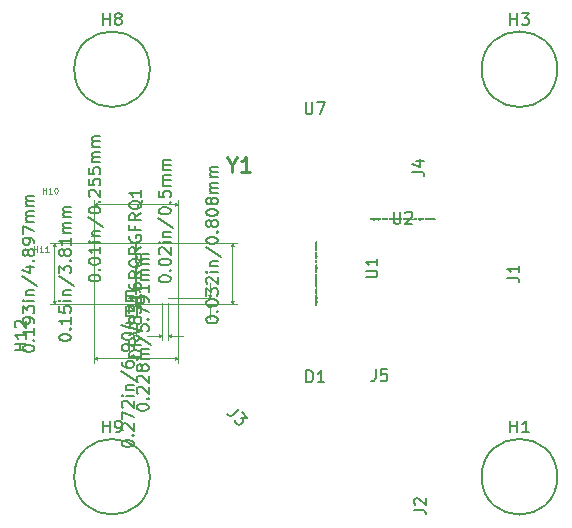
<source format=gbr>
%TF.GenerationSoftware,KiCad,Pcbnew,7.0.9*%
%TF.CreationDate,2024-02-12T03:50:36+01:00*%
%TF.ProjectId,MTR_Tiny_MD,4d54525f-5469-46e7-995f-4d442e6b6963,rev?*%
%TF.SameCoordinates,Original*%
%TF.FileFunction,Other,Comment*%
%FSLAX46Y46*%
G04 Gerber Fmt 4.6, Leading zero omitted, Abs format (unit mm)*
G04 Created by KiCad (PCBNEW 7.0.9) date 2024-02-12 03:50:36*
%MOMM*%
%LPD*%
G01*
G04 APERTURE LIST*
%ADD10C,0.150000*%
%ADD11C,0.254000*%
%ADD12C,0.125000*%
%ADD13C,0.002000*%
%ADD14C,0.100000*%
G04 APERTURE END LIST*
D10*
X110066666Y-108149819D02*
X110066666Y-108864104D01*
X110066666Y-108864104D02*
X110019047Y-109006961D01*
X110019047Y-109006961D02*
X109923809Y-109102200D01*
X109923809Y-109102200D02*
X109780952Y-109149819D01*
X109780952Y-109149819D02*
X109685714Y-109149819D01*
X111019047Y-108149819D02*
X110542857Y-108149819D01*
X110542857Y-108149819D02*
X110495238Y-108626009D01*
X110495238Y-108626009D02*
X110542857Y-108578390D01*
X110542857Y-108578390D02*
X110638095Y-108530771D01*
X110638095Y-108530771D02*
X110876190Y-108530771D01*
X110876190Y-108530771D02*
X110971428Y-108578390D01*
X110971428Y-108578390D02*
X111019047Y-108626009D01*
X111019047Y-108626009D02*
X111066666Y-108721247D01*
X111066666Y-108721247D02*
X111066666Y-108959342D01*
X111066666Y-108959342D02*
X111019047Y-109054580D01*
X111019047Y-109054580D02*
X110971428Y-109102200D01*
X110971428Y-109102200D02*
X110876190Y-109149819D01*
X110876190Y-109149819D02*
X110638095Y-109149819D01*
X110638095Y-109149819D02*
X110542857Y-109102200D01*
X110542857Y-109102200D02*
X110495238Y-109054580D01*
X80494819Y-106548094D02*
X79494819Y-106548094D01*
X79971009Y-106548094D02*
X79971009Y-105976666D01*
X80494819Y-105976666D02*
X79494819Y-105976666D01*
X80494819Y-104976666D02*
X80494819Y-105548094D01*
X80494819Y-105262380D02*
X79494819Y-105262380D01*
X79494819Y-105262380D02*
X79637676Y-105357618D01*
X79637676Y-105357618D02*
X79732914Y-105452856D01*
X79732914Y-105452856D02*
X79780533Y-105548094D01*
X79590057Y-104595713D02*
X79542438Y-104548094D01*
X79542438Y-104548094D02*
X79494819Y-104452856D01*
X79494819Y-104452856D02*
X79494819Y-104214761D01*
X79494819Y-104214761D02*
X79542438Y-104119523D01*
X79542438Y-104119523D02*
X79590057Y-104071904D01*
X79590057Y-104071904D02*
X79685295Y-104024285D01*
X79685295Y-104024285D02*
X79780533Y-104024285D01*
X79780533Y-104024285D02*
X79923390Y-104071904D01*
X79923390Y-104071904D02*
X80494819Y-104643332D01*
X80494819Y-104643332D02*
X80494819Y-104024285D01*
X121488095Y-113504819D02*
X121488095Y-112504819D01*
X121488095Y-112981009D02*
X122059523Y-112981009D01*
X122059523Y-113504819D02*
X122059523Y-112504819D01*
X123059523Y-113504819D02*
X122488095Y-113504819D01*
X122773809Y-113504819D02*
X122773809Y-112504819D01*
X122773809Y-112504819D02*
X122678571Y-112647676D01*
X122678571Y-112647676D02*
X122583333Y-112742914D01*
X122583333Y-112742914D02*
X122488095Y-112790533D01*
X121488095Y-79004819D02*
X121488095Y-78004819D01*
X121488095Y-78481009D02*
X122059523Y-78481009D01*
X122059523Y-79004819D02*
X122059523Y-78004819D01*
X122440476Y-78004819D02*
X123059523Y-78004819D01*
X123059523Y-78004819D02*
X122726190Y-78385771D01*
X122726190Y-78385771D02*
X122869047Y-78385771D01*
X122869047Y-78385771D02*
X122964285Y-78433390D01*
X122964285Y-78433390D02*
X123011904Y-78481009D01*
X123011904Y-78481009D02*
X123059523Y-78576247D01*
X123059523Y-78576247D02*
X123059523Y-78814342D01*
X123059523Y-78814342D02*
X123011904Y-78909580D01*
X123011904Y-78909580D02*
X122964285Y-78957200D01*
X122964285Y-78957200D02*
X122869047Y-79004819D01*
X122869047Y-79004819D02*
X122583333Y-79004819D01*
X122583333Y-79004819D02*
X122488095Y-78957200D01*
X122488095Y-78957200D02*
X122440476Y-78909580D01*
X86988095Y-79004819D02*
X86988095Y-78004819D01*
X86988095Y-78481009D02*
X87559523Y-78481009D01*
X87559523Y-79004819D02*
X87559523Y-78004819D01*
X88178571Y-78433390D02*
X88083333Y-78385771D01*
X88083333Y-78385771D02*
X88035714Y-78338152D01*
X88035714Y-78338152D02*
X87988095Y-78242914D01*
X87988095Y-78242914D02*
X87988095Y-78195295D01*
X87988095Y-78195295D02*
X88035714Y-78100057D01*
X88035714Y-78100057D02*
X88083333Y-78052438D01*
X88083333Y-78052438D02*
X88178571Y-78004819D01*
X88178571Y-78004819D02*
X88369047Y-78004819D01*
X88369047Y-78004819D02*
X88464285Y-78052438D01*
X88464285Y-78052438D02*
X88511904Y-78100057D01*
X88511904Y-78100057D02*
X88559523Y-78195295D01*
X88559523Y-78195295D02*
X88559523Y-78242914D01*
X88559523Y-78242914D02*
X88511904Y-78338152D01*
X88511904Y-78338152D02*
X88464285Y-78385771D01*
X88464285Y-78385771D02*
X88369047Y-78433390D01*
X88369047Y-78433390D02*
X88178571Y-78433390D01*
X88178571Y-78433390D02*
X88083333Y-78481009D01*
X88083333Y-78481009D02*
X88035714Y-78528628D01*
X88035714Y-78528628D02*
X87988095Y-78623866D01*
X87988095Y-78623866D02*
X87988095Y-78814342D01*
X87988095Y-78814342D02*
X88035714Y-78909580D01*
X88035714Y-78909580D02*
X88083333Y-78957200D01*
X88083333Y-78957200D02*
X88178571Y-79004819D01*
X88178571Y-79004819D02*
X88369047Y-79004819D01*
X88369047Y-79004819D02*
X88464285Y-78957200D01*
X88464285Y-78957200D02*
X88511904Y-78909580D01*
X88511904Y-78909580D02*
X88559523Y-78814342D01*
X88559523Y-78814342D02*
X88559523Y-78623866D01*
X88559523Y-78623866D02*
X88511904Y-78528628D01*
X88511904Y-78528628D02*
X88464285Y-78481009D01*
X88464285Y-78481009D02*
X88369047Y-78433390D01*
X86988095Y-113504819D02*
X86988095Y-112504819D01*
X86988095Y-112981009D02*
X87559523Y-112981009D01*
X87559523Y-113504819D02*
X87559523Y-112504819D01*
X88083333Y-113504819D02*
X88273809Y-113504819D01*
X88273809Y-113504819D02*
X88369047Y-113457200D01*
X88369047Y-113457200D02*
X88416666Y-113409580D01*
X88416666Y-113409580D02*
X88511904Y-113266723D01*
X88511904Y-113266723D02*
X88559523Y-113076247D01*
X88559523Y-113076247D02*
X88559523Y-112695295D01*
X88559523Y-112695295D02*
X88511904Y-112600057D01*
X88511904Y-112600057D02*
X88464285Y-112552438D01*
X88464285Y-112552438D02*
X88369047Y-112504819D01*
X88369047Y-112504819D02*
X88178571Y-112504819D01*
X88178571Y-112504819D02*
X88083333Y-112552438D01*
X88083333Y-112552438D02*
X88035714Y-112600057D01*
X88035714Y-112600057D02*
X87988095Y-112695295D01*
X87988095Y-112695295D02*
X87988095Y-112933390D01*
X87988095Y-112933390D02*
X88035714Y-113028628D01*
X88035714Y-113028628D02*
X88083333Y-113076247D01*
X88083333Y-113076247D02*
X88178571Y-113123866D01*
X88178571Y-113123866D02*
X88369047Y-113123866D01*
X88369047Y-113123866D02*
X88464285Y-113076247D01*
X88464285Y-113076247D02*
X88511904Y-113028628D01*
X88511904Y-113028628D02*
X88559523Y-112933390D01*
X121219819Y-100383333D02*
X121934104Y-100383333D01*
X121934104Y-100383333D02*
X122076961Y-100430952D01*
X122076961Y-100430952D02*
X122172200Y-100526190D01*
X122172200Y-100526190D02*
X122219819Y-100669047D01*
X122219819Y-100669047D02*
X122219819Y-100764285D01*
X122219819Y-99383333D02*
X122219819Y-99954761D01*
X122219819Y-99669047D02*
X121219819Y-99669047D01*
X121219819Y-99669047D02*
X121362676Y-99764285D01*
X121362676Y-99764285D02*
X121457914Y-99859523D01*
X121457914Y-99859523D02*
X121505533Y-99954761D01*
X104211905Y-109254819D02*
X104211905Y-108254819D01*
X104211905Y-108254819D02*
X104450000Y-108254819D01*
X104450000Y-108254819D02*
X104592857Y-108302438D01*
X104592857Y-108302438D02*
X104688095Y-108397676D01*
X104688095Y-108397676D02*
X104735714Y-108492914D01*
X104735714Y-108492914D02*
X104783333Y-108683390D01*
X104783333Y-108683390D02*
X104783333Y-108826247D01*
X104783333Y-108826247D02*
X104735714Y-109016723D01*
X104735714Y-109016723D02*
X104688095Y-109111961D01*
X104688095Y-109111961D02*
X104592857Y-109207200D01*
X104592857Y-109207200D02*
X104450000Y-109254819D01*
X104450000Y-109254819D02*
X104211905Y-109254819D01*
X105735714Y-109254819D02*
X105164286Y-109254819D01*
X105450000Y-109254819D02*
X105450000Y-108254819D01*
X105450000Y-108254819D02*
X105354762Y-108397676D01*
X105354762Y-108397676D02*
X105259524Y-108492914D01*
X105259524Y-108492914D02*
X105164286Y-108540533D01*
D11*
X97920238Y-90856556D02*
X97920238Y-91461318D01*
X97496905Y-90191318D02*
X97920238Y-90856556D01*
X97920238Y-90856556D02*
X98343572Y-90191318D01*
X99432143Y-91461318D02*
X98706428Y-91461318D01*
X99069285Y-91461318D02*
X99069285Y-90191318D01*
X99069285Y-90191318D02*
X98948333Y-90372746D01*
X98948333Y-90372746D02*
X98827381Y-90493699D01*
X98827381Y-90493699D02*
X98706428Y-90554175D01*
D10*
X98497357Y-111531237D02*
X97992281Y-112036313D01*
X97992281Y-112036313D02*
X97857594Y-112103657D01*
X97857594Y-112103657D02*
X97722907Y-112103657D01*
X97722907Y-112103657D02*
X97588220Y-112036313D01*
X97588220Y-112036313D02*
X97520876Y-111968970D01*
X98766731Y-111800611D02*
X99204464Y-112238344D01*
X99204464Y-112238344D02*
X98699388Y-112272016D01*
X98699388Y-112272016D02*
X98800403Y-112373031D01*
X98800403Y-112373031D02*
X98834075Y-112474046D01*
X98834075Y-112474046D02*
X98834075Y-112541390D01*
X98834075Y-112541390D02*
X98800403Y-112642405D01*
X98800403Y-112642405D02*
X98632044Y-112810764D01*
X98632044Y-112810764D02*
X98531029Y-112844435D01*
X98531029Y-112844435D02*
X98463686Y-112844435D01*
X98463686Y-112844435D02*
X98362670Y-112810764D01*
X98362670Y-112810764D02*
X98160640Y-112608733D01*
X98160640Y-112608733D02*
X98126968Y-112507718D01*
X98126968Y-112507718D02*
X98126968Y-112440374D01*
X109224819Y-100361904D02*
X110034342Y-100361904D01*
X110034342Y-100361904D02*
X110129580Y-100314285D01*
X110129580Y-100314285D02*
X110177200Y-100266666D01*
X110177200Y-100266666D02*
X110224819Y-100171428D01*
X110224819Y-100171428D02*
X110224819Y-99980952D01*
X110224819Y-99980952D02*
X110177200Y-99885714D01*
X110177200Y-99885714D02*
X110129580Y-99838095D01*
X110129580Y-99838095D02*
X110034342Y-99790476D01*
X110034342Y-99790476D02*
X109224819Y-99790476D01*
X110224819Y-98790476D02*
X110224819Y-99361904D01*
X110224819Y-99076190D02*
X109224819Y-99076190D01*
X109224819Y-99076190D02*
X109367676Y-99171428D01*
X109367676Y-99171428D02*
X109462914Y-99266666D01*
X109462914Y-99266666D02*
X109510533Y-99361904D01*
X113324819Y-120053333D02*
X114039104Y-120053333D01*
X114039104Y-120053333D02*
X114181961Y-120100952D01*
X114181961Y-120100952D02*
X114277200Y-120196190D01*
X114277200Y-120196190D02*
X114324819Y-120339047D01*
X114324819Y-120339047D02*
X114324819Y-120434285D01*
X113420057Y-119624761D02*
X113372438Y-119577142D01*
X113372438Y-119577142D02*
X113324819Y-119481904D01*
X113324819Y-119481904D02*
X113324819Y-119243809D01*
X113324819Y-119243809D02*
X113372438Y-119148571D01*
X113372438Y-119148571D02*
X113420057Y-119100952D01*
X113420057Y-119100952D02*
X113515295Y-119053333D01*
X113515295Y-119053333D02*
X113610533Y-119053333D01*
X113610533Y-119053333D02*
X113753390Y-119100952D01*
X113753390Y-119100952D02*
X114324819Y-119672380D01*
X114324819Y-119672380D02*
X114324819Y-119053333D01*
D12*
X81130952Y-98224809D02*
X81130952Y-97724809D01*
X81130952Y-97962904D02*
X81416666Y-97962904D01*
X81416666Y-98224809D02*
X81416666Y-97724809D01*
X81916667Y-98224809D02*
X81630953Y-98224809D01*
X81773810Y-98224809D02*
X81773810Y-97724809D01*
X81773810Y-97724809D02*
X81726191Y-97796238D01*
X81726191Y-97796238D02*
X81678572Y-97843857D01*
X81678572Y-97843857D02*
X81630953Y-97867666D01*
X82392857Y-98224809D02*
X82107143Y-98224809D01*
X82250000Y-98224809D02*
X82250000Y-97724809D01*
X82250000Y-97724809D02*
X82202381Y-97796238D01*
X82202381Y-97796238D02*
X82154762Y-97843857D01*
X82154762Y-97843857D02*
X82107143Y-97867666D01*
X81880952Y-93274809D02*
X81880952Y-92774809D01*
X81880952Y-93012904D02*
X82166666Y-93012904D01*
X82166666Y-93274809D02*
X82166666Y-92774809D01*
X82666667Y-93274809D02*
X82380953Y-93274809D01*
X82523810Y-93274809D02*
X82523810Y-92774809D01*
X82523810Y-92774809D02*
X82476191Y-92846238D01*
X82476191Y-92846238D02*
X82428572Y-92893857D01*
X82428572Y-92893857D02*
X82380953Y-92917666D01*
X82976190Y-92774809D02*
X83023809Y-92774809D01*
X83023809Y-92774809D02*
X83071428Y-92798619D01*
X83071428Y-92798619D02*
X83095238Y-92822428D01*
X83095238Y-92822428D02*
X83119047Y-92870047D01*
X83119047Y-92870047D02*
X83142857Y-92965285D01*
X83142857Y-92965285D02*
X83142857Y-93084333D01*
X83142857Y-93084333D02*
X83119047Y-93179571D01*
X83119047Y-93179571D02*
X83095238Y-93227190D01*
X83095238Y-93227190D02*
X83071428Y-93251000D01*
X83071428Y-93251000D02*
X83023809Y-93274809D01*
X83023809Y-93274809D02*
X82976190Y-93274809D01*
X82976190Y-93274809D02*
X82928571Y-93251000D01*
X82928571Y-93251000D02*
X82904762Y-93227190D01*
X82904762Y-93227190D02*
X82880952Y-93179571D01*
X82880952Y-93179571D02*
X82857143Y-93084333D01*
X82857143Y-93084333D02*
X82857143Y-92965285D01*
X82857143Y-92965285D02*
X82880952Y-92870047D01*
X82880952Y-92870047D02*
X82904762Y-92822428D01*
X82904762Y-92822428D02*
X82928571Y-92798619D01*
X82928571Y-92798619D02*
X82976190Y-92774809D01*
D10*
X90214819Y-107097618D02*
X89214819Y-107097618D01*
X89214819Y-107097618D02*
X89214819Y-106859523D01*
X89214819Y-106859523D02*
X89262438Y-106716666D01*
X89262438Y-106716666D02*
X89357676Y-106621428D01*
X89357676Y-106621428D02*
X89452914Y-106573809D01*
X89452914Y-106573809D02*
X89643390Y-106526190D01*
X89643390Y-106526190D02*
X89786247Y-106526190D01*
X89786247Y-106526190D02*
X89976723Y-106573809D01*
X89976723Y-106573809D02*
X90071961Y-106621428D01*
X90071961Y-106621428D02*
X90167200Y-106716666D01*
X90167200Y-106716666D02*
X90214819Y-106859523D01*
X90214819Y-106859523D02*
X90214819Y-107097618D01*
X90214819Y-105526190D02*
X89738628Y-105859523D01*
X90214819Y-106097618D02*
X89214819Y-106097618D01*
X89214819Y-106097618D02*
X89214819Y-105716666D01*
X89214819Y-105716666D02*
X89262438Y-105621428D01*
X89262438Y-105621428D02*
X89310057Y-105573809D01*
X89310057Y-105573809D02*
X89405295Y-105526190D01*
X89405295Y-105526190D02*
X89548152Y-105526190D01*
X89548152Y-105526190D02*
X89643390Y-105573809D01*
X89643390Y-105573809D02*
X89691009Y-105621428D01*
X89691009Y-105621428D02*
X89738628Y-105716666D01*
X89738628Y-105716666D02*
X89738628Y-106097618D01*
X89214819Y-105240475D02*
X90214819Y-104907142D01*
X90214819Y-104907142D02*
X89214819Y-104573809D01*
X89643390Y-104097618D02*
X89595771Y-104192856D01*
X89595771Y-104192856D02*
X89548152Y-104240475D01*
X89548152Y-104240475D02*
X89452914Y-104288094D01*
X89452914Y-104288094D02*
X89405295Y-104288094D01*
X89405295Y-104288094D02*
X89310057Y-104240475D01*
X89310057Y-104240475D02*
X89262438Y-104192856D01*
X89262438Y-104192856D02*
X89214819Y-104097618D01*
X89214819Y-104097618D02*
X89214819Y-103907142D01*
X89214819Y-103907142D02*
X89262438Y-103811904D01*
X89262438Y-103811904D02*
X89310057Y-103764285D01*
X89310057Y-103764285D02*
X89405295Y-103716666D01*
X89405295Y-103716666D02*
X89452914Y-103716666D01*
X89452914Y-103716666D02*
X89548152Y-103764285D01*
X89548152Y-103764285D02*
X89595771Y-103811904D01*
X89595771Y-103811904D02*
X89643390Y-103907142D01*
X89643390Y-103907142D02*
X89643390Y-104097618D01*
X89643390Y-104097618D02*
X89691009Y-104192856D01*
X89691009Y-104192856D02*
X89738628Y-104240475D01*
X89738628Y-104240475D02*
X89833866Y-104288094D01*
X89833866Y-104288094D02*
X90024342Y-104288094D01*
X90024342Y-104288094D02*
X90119580Y-104240475D01*
X90119580Y-104240475D02*
X90167200Y-104192856D01*
X90167200Y-104192856D02*
X90214819Y-104097618D01*
X90214819Y-104097618D02*
X90214819Y-103907142D01*
X90214819Y-103907142D02*
X90167200Y-103811904D01*
X90167200Y-103811904D02*
X90119580Y-103764285D01*
X90119580Y-103764285D02*
X90024342Y-103716666D01*
X90024342Y-103716666D02*
X89833866Y-103716666D01*
X89833866Y-103716666D02*
X89738628Y-103764285D01*
X89738628Y-103764285D02*
X89691009Y-103811904D01*
X89691009Y-103811904D02*
X89643390Y-103907142D01*
X89214819Y-103383332D02*
X89214819Y-102764285D01*
X89214819Y-102764285D02*
X89595771Y-103097618D01*
X89595771Y-103097618D02*
X89595771Y-102954761D01*
X89595771Y-102954761D02*
X89643390Y-102859523D01*
X89643390Y-102859523D02*
X89691009Y-102811904D01*
X89691009Y-102811904D02*
X89786247Y-102764285D01*
X89786247Y-102764285D02*
X90024342Y-102764285D01*
X90024342Y-102764285D02*
X90119580Y-102811904D01*
X90119580Y-102811904D02*
X90167200Y-102859523D01*
X90167200Y-102859523D02*
X90214819Y-102954761D01*
X90214819Y-102954761D02*
X90214819Y-103240475D01*
X90214819Y-103240475D02*
X90167200Y-103335713D01*
X90167200Y-103335713D02*
X90119580Y-103383332D01*
X90214819Y-101811904D02*
X90214819Y-102383332D01*
X90214819Y-102097618D02*
X89214819Y-102097618D01*
X89214819Y-102097618D02*
X89357676Y-102192856D01*
X89357676Y-102192856D02*
X89452914Y-102288094D01*
X89452914Y-102288094D02*
X89500533Y-102383332D01*
X89214819Y-100954761D02*
X89214819Y-101145237D01*
X89214819Y-101145237D02*
X89262438Y-101240475D01*
X89262438Y-101240475D02*
X89310057Y-101288094D01*
X89310057Y-101288094D02*
X89452914Y-101383332D01*
X89452914Y-101383332D02*
X89643390Y-101430951D01*
X89643390Y-101430951D02*
X90024342Y-101430951D01*
X90024342Y-101430951D02*
X90119580Y-101383332D01*
X90119580Y-101383332D02*
X90167200Y-101335713D01*
X90167200Y-101335713D02*
X90214819Y-101240475D01*
X90214819Y-101240475D02*
X90214819Y-101049999D01*
X90214819Y-101049999D02*
X90167200Y-100954761D01*
X90167200Y-100954761D02*
X90119580Y-100907142D01*
X90119580Y-100907142D02*
X90024342Y-100859523D01*
X90024342Y-100859523D02*
X89786247Y-100859523D01*
X89786247Y-100859523D02*
X89691009Y-100907142D01*
X89691009Y-100907142D02*
X89643390Y-100954761D01*
X89643390Y-100954761D02*
X89595771Y-101049999D01*
X89595771Y-101049999D02*
X89595771Y-101240475D01*
X89595771Y-101240475D02*
X89643390Y-101335713D01*
X89643390Y-101335713D02*
X89691009Y-101383332D01*
X89691009Y-101383332D02*
X89786247Y-101430951D01*
X90214819Y-99859523D02*
X89738628Y-100192856D01*
X90214819Y-100430951D02*
X89214819Y-100430951D01*
X89214819Y-100430951D02*
X89214819Y-100049999D01*
X89214819Y-100049999D02*
X89262438Y-99954761D01*
X89262438Y-99954761D02*
X89310057Y-99907142D01*
X89310057Y-99907142D02*
X89405295Y-99859523D01*
X89405295Y-99859523D02*
X89548152Y-99859523D01*
X89548152Y-99859523D02*
X89643390Y-99907142D01*
X89643390Y-99907142D02*
X89691009Y-99954761D01*
X89691009Y-99954761D02*
X89738628Y-100049999D01*
X89738628Y-100049999D02*
X89738628Y-100430951D01*
X90310057Y-98764285D02*
X90262438Y-98859523D01*
X90262438Y-98859523D02*
X90167200Y-98954761D01*
X90167200Y-98954761D02*
X90024342Y-99097618D01*
X90024342Y-99097618D02*
X89976723Y-99192856D01*
X89976723Y-99192856D02*
X89976723Y-99288094D01*
X90214819Y-99240475D02*
X90167200Y-99335713D01*
X90167200Y-99335713D02*
X90071961Y-99430951D01*
X90071961Y-99430951D02*
X89881485Y-99478570D01*
X89881485Y-99478570D02*
X89548152Y-99478570D01*
X89548152Y-99478570D02*
X89357676Y-99430951D01*
X89357676Y-99430951D02*
X89262438Y-99335713D01*
X89262438Y-99335713D02*
X89214819Y-99240475D01*
X89214819Y-99240475D02*
X89214819Y-99049999D01*
X89214819Y-99049999D02*
X89262438Y-98954761D01*
X89262438Y-98954761D02*
X89357676Y-98859523D01*
X89357676Y-98859523D02*
X89548152Y-98811904D01*
X89548152Y-98811904D02*
X89881485Y-98811904D01*
X89881485Y-98811904D02*
X90071961Y-98859523D01*
X90071961Y-98859523D02*
X90167200Y-98954761D01*
X90167200Y-98954761D02*
X90214819Y-99049999D01*
X90214819Y-99049999D02*
X90214819Y-99240475D01*
X90214819Y-97811904D02*
X89738628Y-98145237D01*
X90214819Y-98383332D02*
X89214819Y-98383332D01*
X89214819Y-98383332D02*
X89214819Y-98002380D01*
X89214819Y-98002380D02*
X89262438Y-97907142D01*
X89262438Y-97907142D02*
X89310057Y-97859523D01*
X89310057Y-97859523D02*
X89405295Y-97811904D01*
X89405295Y-97811904D02*
X89548152Y-97811904D01*
X89548152Y-97811904D02*
X89643390Y-97859523D01*
X89643390Y-97859523D02*
X89691009Y-97907142D01*
X89691009Y-97907142D02*
X89738628Y-98002380D01*
X89738628Y-98002380D02*
X89738628Y-98383332D01*
X89262438Y-96859523D02*
X89214819Y-96954761D01*
X89214819Y-96954761D02*
X89214819Y-97097618D01*
X89214819Y-97097618D02*
X89262438Y-97240475D01*
X89262438Y-97240475D02*
X89357676Y-97335713D01*
X89357676Y-97335713D02*
X89452914Y-97383332D01*
X89452914Y-97383332D02*
X89643390Y-97430951D01*
X89643390Y-97430951D02*
X89786247Y-97430951D01*
X89786247Y-97430951D02*
X89976723Y-97383332D01*
X89976723Y-97383332D02*
X90071961Y-97335713D01*
X90071961Y-97335713D02*
X90167200Y-97240475D01*
X90167200Y-97240475D02*
X90214819Y-97097618D01*
X90214819Y-97097618D02*
X90214819Y-97002380D01*
X90214819Y-97002380D02*
X90167200Y-96859523D01*
X90167200Y-96859523D02*
X90119580Y-96811904D01*
X90119580Y-96811904D02*
X89786247Y-96811904D01*
X89786247Y-96811904D02*
X89786247Y-97002380D01*
X89691009Y-96049999D02*
X89691009Y-96383332D01*
X90214819Y-96383332D02*
X89214819Y-96383332D01*
X89214819Y-96383332D02*
X89214819Y-95907142D01*
X90214819Y-94954761D02*
X89738628Y-95288094D01*
X90214819Y-95526189D02*
X89214819Y-95526189D01*
X89214819Y-95526189D02*
X89214819Y-95145237D01*
X89214819Y-95145237D02*
X89262438Y-95049999D01*
X89262438Y-95049999D02*
X89310057Y-95002380D01*
X89310057Y-95002380D02*
X89405295Y-94954761D01*
X89405295Y-94954761D02*
X89548152Y-94954761D01*
X89548152Y-94954761D02*
X89643390Y-95002380D01*
X89643390Y-95002380D02*
X89691009Y-95049999D01*
X89691009Y-95049999D02*
X89738628Y-95145237D01*
X89738628Y-95145237D02*
X89738628Y-95526189D01*
X90310057Y-93859523D02*
X90262438Y-93954761D01*
X90262438Y-93954761D02*
X90167200Y-94049999D01*
X90167200Y-94049999D02*
X90024342Y-94192856D01*
X90024342Y-94192856D02*
X89976723Y-94288094D01*
X89976723Y-94288094D02*
X89976723Y-94383332D01*
X90214819Y-94335713D02*
X90167200Y-94430951D01*
X90167200Y-94430951D02*
X90071961Y-94526189D01*
X90071961Y-94526189D02*
X89881485Y-94573808D01*
X89881485Y-94573808D02*
X89548152Y-94573808D01*
X89548152Y-94573808D02*
X89357676Y-94526189D01*
X89357676Y-94526189D02*
X89262438Y-94430951D01*
X89262438Y-94430951D02*
X89214819Y-94335713D01*
X89214819Y-94335713D02*
X89214819Y-94145237D01*
X89214819Y-94145237D02*
X89262438Y-94049999D01*
X89262438Y-94049999D02*
X89357676Y-93954761D01*
X89357676Y-93954761D02*
X89548152Y-93907142D01*
X89548152Y-93907142D02*
X89881485Y-93907142D01*
X89881485Y-93907142D02*
X90071961Y-93954761D01*
X90071961Y-93954761D02*
X90167200Y-94049999D01*
X90167200Y-94049999D02*
X90214819Y-94145237D01*
X90214819Y-94145237D02*
X90214819Y-94335713D01*
X90214819Y-92954761D02*
X90214819Y-93526189D01*
X90214819Y-93240475D02*
X89214819Y-93240475D01*
X89214819Y-93240475D02*
X89357676Y-93335713D01*
X89357676Y-93335713D02*
X89452914Y-93430951D01*
X89452914Y-93430951D02*
X89500533Y-93526189D01*
X91715449Y-100545489D02*
X91715449Y-100450251D01*
X91715449Y-100450251D02*
X91763068Y-100355013D01*
X91763068Y-100355013D02*
X91810687Y-100307394D01*
X91810687Y-100307394D02*
X91905925Y-100259775D01*
X91905925Y-100259775D02*
X92096401Y-100212156D01*
X92096401Y-100212156D02*
X92334496Y-100212156D01*
X92334496Y-100212156D02*
X92524972Y-100259775D01*
X92524972Y-100259775D02*
X92620210Y-100307394D01*
X92620210Y-100307394D02*
X92667830Y-100355013D01*
X92667830Y-100355013D02*
X92715449Y-100450251D01*
X92715449Y-100450251D02*
X92715449Y-100545489D01*
X92715449Y-100545489D02*
X92667830Y-100640727D01*
X92667830Y-100640727D02*
X92620210Y-100688346D01*
X92620210Y-100688346D02*
X92524972Y-100735965D01*
X92524972Y-100735965D02*
X92334496Y-100783584D01*
X92334496Y-100783584D02*
X92096401Y-100783584D01*
X92096401Y-100783584D02*
X91905925Y-100735965D01*
X91905925Y-100735965D02*
X91810687Y-100688346D01*
X91810687Y-100688346D02*
X91763068Y-100640727D01*
X91763068Y-100640727D02*
X91715449Y-100545489D01*
X92620210Y-99783584D02*
X92667830Y-99735965D01*
X92667830Y-99735965D02*
X92715449Y-99783584D01*
X92715449Y-99783584D02*
X92667830Y-99831203D01*
X92667830Y-99831203D02*
X92620210Y-99783584D01*
X92620210Y-99783584D02*
X92715449Y-99783584D01*
X91715449Y-99116918D02*
X91715449Y-99021680D01*
X91715449Y-99021680D02*
X91763068Y-98926442D01*
X91763068Y-98926442D02*
X91810687Y-98878823D01*
X91810687Y-98878823D02*
X91905925Y-98831204D01*
X91905925Y-98831204D02*
X92096401Y-98783585D01*
X92096401Y-98783585D02*
X92334496Y-98783585D01*
X92334496Y-98783585D02*
X92524972Y-98831204D01*
X92524972Y-98831204D02*
X92620210Y-98878823D01*
X92620210Y-98878823D02*
X92667830Y-98926442D01*
X92667830Y-98926442D02*
X92715449Y-99021680D01*
X92715449Y-99021680D02*
X92715449Y-99116918D01*
X92715449Y-99116918D02*
X92667830Y-99212156D01*
X92667830Y-99212156D02*
X92620210Y-99259775D01*
X92620210Y-99259775D02*
X92524972Y-99307394D01*
X92524972Y-99307394D02*
X92334496Y-99355013D01*
X92334496Y-99355013D02*
X92096401Y-99355013D01*
X92096401Y-99355013D02*
X91905925Y-99307394D01*
X91905925Y-99307394D02*
X91810687Y-99259775D01*
X91810687Y-99259775D02*
X91763068Y-99212156D01*
X91763068Y-99212156D02*
X91715449Y-99116918D01*
X91810687Y-98402632D02*
X91763068Y-98355013D01*
X91763068Y-98355013D02*
X91715449Y-98259775D01*
X91715449Y-98259775D02*
X91715449Y-98021680D01*
X91715449Y-98021680D02*
X91763068Y-97926442D01*
X91763068Y-97926442D02*
X91810687Y-97878823D01*
X91810687Y-97878823D02*
X91905925Y-97831204D01*
X91905925Y-97831204D02*
X92001163Y-97831204D01*
X92001163Y-97831204D02*
X92144020Y-97878823D01*
X92144020Y-97878823D02*
X92715449Y-98450251D01*
X92715449Y-98450251D02*
X92715449Y-97831204D01*
X92715449Y-97402632D02*
X92048782Y-97402632D01*
X91715449Y-97402632D02*
X91763068Y-97450251D01*
X91763068Y-97450251D02*
X91810687Y-97402632D01*
X91810687Y-97402632D02*
X91763068Y-97355013D01*
X91763068Y-97355013D02*
X91715449Y-97402632D01*
X91715449Y-97402632D02*
X91810687Y-97402632D01*
X92048782Y-96926442D02*
X92715449Y-96926442D01*
X92144020Y-96926442D02*
X92096401Y-96878823D01*
X92096401Y-96878823D02*
X92048782Y-96783585D01*
X92048782Y-96783585D02*
X92048782Y-96640728D01*
X92048782Y-96640728D02*
X92096401Y-96545490D01*
X92096401Y-96545490D02*
X92191639Y-96497871D01*
X92191639Y-96497871D02*
X92715449Y-96497871D01*
X91667830Y-95307395D02*
X92953544Y-96164537D01*
X91715449Y-94783585D02*
X91715449Y-94688347D01*
X91715449Y-94688347D02*
X91763068Y-94593109D01*
X91763068Y-94593109D02*
X91810687Y-94545490D01*
X91810687Y-94545490D02*
X91905925Y-94497871D01*
X91905925Y-94497871D02*
X92096401Y-94450252D01*
X92096401Y-94450252D02*
X92334496Y-94450252D01*
X92334496Y-94450252D02*
X92524972Y-94497871D01*
X92524972Y-94497871D02*
X92620210Y-94545490D01*
X92620210Y-94545490D02*
X92667830Y-94593109D01*
X92667830Y-94593109D02*
X92715449Y-94688347D01*
X92715449Y-94688347D02*
X92715449Y-94783585D01*
X92715449Y-94783585D02*
X92667830Y-94878823D01*
X92667830Y-94878823D02*
X92620210Y-94926442D01*
X92620210Y-94926442D02*
X92524972Y-94974061D01*
X92524972Y-94974061D02*
X92334496Y-95021680D01*
X92334496Y-95021680D02*
X92096401Y-95021680D01*
X92096401Y-95021680D02*
X91905925Y-94974061D01*
X91905925Y-94974061D02*
X91810687Y-94926442D01*
X91810687Y-94926442D02*
X91763068Y-94878823D01*
X91763068Y-94878823D02*
X91715449Y-94783585D01*
X92620210Y-94021680D02*
X92667830Y-93974061D01*
X92667830Y-93974061D02*
X92715449Y-94021680D01*
X92715449Y-94021680D02*
X92667830Y-94069299D01*
X92667830Y-94069299D02*
X92620210Y-94021680D01*
X92620210Y-94021680D02*
X92715449Y-94021680D01*
X91715449Y-93069300D02*
X91715449Y-93545490D01*
X91715449Y-93545490D02*
X92191639Y-93593109D01*
X92191639Y-93593109D02*
X92144020Y-93545490D01*
X92144020Y-93545490D02*
X92096401Y-93450252D01*
X92096401Y-93450252D02*
X92096401Y-93212157D01*
X92096401Y-93212157D02*
X92144020Y-93116919D01*
X92144020Y-93116919D02*
X92191639Y-93069300D01*
X92191639Y-93069300D02*
X92286877Y-93021681D01*
X92286877Y-93021681D02*
X92524972Y-93021681D01*
X92524972Y-93021681D02*
X92620210Y-93069300D01*
X92620210Y-93069300D02*
X92667830Y-93116919D01*
X92667830Y-93116919D02*
X92715449Y-93212157D01*
X92715449Y-93212157D02*
X92715449Y-93450252D01*
X92715449Y-93450252D02*
X92667830Y-93545490D01*
X92667830Y-93545490D02*
X92620210Y-93593109D01*
X92715449Y-92593109D02*
X92048782Y-92593109D01*
X92144020Y-92593109D02*
X92096401Y-92545490D01*
X92096401Y-92545490D02*
X92048782Y-92450252D01*
X92048782Y-92450252D02*
X92048782Y-92307395D01*
X92048782Y-92307395D02*
X92096401Y-92212157D01*
X92096401Y-92212157D02*
X92191639Y-92164538D01*
X92191639Y-92164538D02*
X92715449Y-92164538D01*
X92191639Y-92164538D02*
X92096401Y-92116919D01*
X92096401Y-92116919D02*
X92048782Y-92021681D01*
X92048782Y-92021681D02*
X92048782Y-91878824D01*
X92048782Y-91878824D02*
X92096401Y-91783585D01*
X92096401Y-91783585D02*
X92191639Y-91735966D01*
X92191639Y-91735966D02*
X92715449Y-91735966D01*
X92715449Y-91259776D02*
X92048782Y-91259776D01*
X92144020Y-91259776D02*
X92096401Y-91212157D01*
X92096401Y-91212157D02*
X92048782Y-91116919D01*
X92048782Y-91116919D02*
X92048782Y-90974062D01*
X92048782Y-90974062D02*
X92096401Y-90878824D01*
X92096401Y-90878824D02*
X92191639Y-90831205D01*
X92191639Y-90831205D02*
X92715449Y-90831205D01*
X92191639Y-90831205D02*
X92096401Y-90783586D01*
X92096401Y-90783586D02*
X92048782Y-90688348D01*
X92048782Y-90688348D02*
X92048782Y-90545491D01*
X92048782Y-90545491D02*
X92096401Y-90450252D01*
X92096401Y-90450252D02*
X92191639Y-90402633D01*
X92191639Y-90402633D02*
X92715449Y-90402633D01*
X88579819Y-114491459D02*
X88579819Y-114396221D01*
X88579819Y-114396221D02*
X88627438Y-114300983D01*
X88627438Y-114300983D02*
X88675057Y-114253364D01*
X88675057Y-114253364D02*
X88770295Y-114205745D01*
X88770295Y-114205745D02*
X88960771Y-114158126D01*
X88960771Y-114158126D02*
X89198866Y-114158126D01*
X89198866Y-114158126D02*
X89389342Y-114205745D01*
X89389342Y-114205745D02*
X89484580Y-114253364D01*
X89484580Y-114253364D02*
X89532200Y-114300983D01*
X89532200Y-114300983D02*
X89579819Y-114396221D01*
X89579819Y-114396221D02*
X89579819Y-114491459D01*
X89579819Y-114491459D02*
X89532200Y-114586697D01*
X89532200Y-114586697D02*
X89484580Y-114634316D01*
X89484580Y-114634316D02*
X89389342Y-114681935D01*
X89389342Y-114681935D02*
X89198866Y-114729554D01*
X89198866Y-114729554D02*
X88960771Y-114729554D01*
X88960771Y-114729554D02*
X88770295Y-114681935D01*
X88770295Y-114681935D02*
X88675057Y-114634316D01*
X88675057Y-114634316D02*
X88627438Y-114586697D01*
X88627438Y-114586697D02*
X88579819Y-114491459D01*
X89484580Y-113729554D02*
X89532200Y-113681935D01*
X89532200Y-113681935D02*
X89579819Y-113729554D01*
X89579819Y-113729554D02*
X89532200Y-113777173D01*
X89532200Y-113777173D02*
X89484580Y-113729554D01*
X89484580Y-113729554D02*
X89579819Y-113729554D01*
X88675057Y-113300983D02*
X88627438Y-113253364D01*
X88627438Y-113253364D02*
X88579819Y-113158126D01*
X88579819Y-113158126D02*
X88579819Y-112920031D01*
X88579819Y-112920031D02*
X88627438Y-112824793D01*
X88627438Y-112824793D02*
X88675057Y-112777174D01*
X88675057Y-112777174D02*
X88770295Y-112729555D01*
X88770295Y-112729555D02*
X88865533Y-112729555D01*
X88865533Y-112729555D02*
X89008390Y-112777174D01*
X89008390Y-112777174D02*
X89579819Y-113348602D01*
X89579819Y-113348602D02*
X89579819Y-112729555D01*
X88579819Y-112396221D02*
X88579819Y-111729555D01*
X88579819Y-111729555D02*
X89579819Y-112158126D01*
X88675057Y-111396221D02*
X88627438Y-111348602D01*
X88627438Y-111348602D02*
X88579819Y-111253364D01*
X88579819Y-111253364D02*
X88579819Y-111015269D01*
X88579819Y-111015269D02*
X88627438Y-110920031D01*
X88627438Y-110920031D02*
X88675057Y-110872412D01*
X88675057Y-110872412D02*
X88770295Y-110824793D01*
X88770295Y-110824793D02*
X88865533Y-110824793D01*
X88865533Y-110824793D02*
X89008390Y-110872412D01*
X89008390Y-110872412D02*
X89579819Y-111443840D01*
X89579819Y-111443840D02*
X89579819Y-110824793D01*
X89579819Y-110396221D02*
X88913152Y-110396221D01*
X88579819Y-110396221D02*
X88627438Y-110443840D01*
X88627438Y-110443840D02*
X88675057Y-110396221D01*
X88675057Y-110396221D02*
X88627438Y-110348602D01*
X88627438Y-110348602D02*
X88579819Y-110396221D01*
X88579819Y-110396221D02*
X88675057Y-110396221D01*
X88913152Y-109920031D02*
X89579819Y-109920031D01*
X89008390Y-109920031D02*
X88960771Y-109872412D01*
X88960771Y-109872412D02*
X88913152Y-109777174D01*
X88913152Y-109777174D02*
X88913152Y-109634317D01*
X88913152Y-109634317D02*
X88960771Y-109539079D01*
X88960771Y-109539079D02*
X89056009Y-109491460D01*
X89056009Y-109491460D02*
X89579819Y-109491460D01*
X88532200Y-108300984D02*
X89817914Y-109158126D01*
X88579819Y-107539079D02*
X88579819Y-107729555D01*
X88579819Y-107729555D02*
X88627438Y-107824793D01*
X88627438Y-107824793D02*
X88675057Y-107872412D01*
X88675057Y-107872412D02*
X88817914Y-107967650D01*
X88817914Y-107967650D02*
X89008390Y-108015269D01*
X89008390Y-108015269D02*
X89389342Y-108015269D01*
X89389342Y-108015269D02*
X89484580Y-107967650D01*
X89484580Y-107967650D02*
X89532200Y-107920031D01*
X89532200Y-107920031D02*
X89579819Y-107824793D01*
X89579819Y-107824793D02*
X89579819Y-107634317D01*
X89579819Y-107634317D02*
X89532200Y-107539079D01*
X89532200Y-107539079D02*
X89484580Y-107491460D01*
X89484580Y-107491460D02*
X89389342Y-107443841D01*
X89389342Y-107443841D02*
X89151247Y-107443841D01*
X89151247Y-107443841D02*
X89056009Y-107491460D01*
X89056009Y-107491460D02*
X89008390Y-107539079D01*
X89008390Y-107539079D02*
X88960771Y-107634317D01*
X88960771Y-107634317D02*
X88960771Y-107824793D01*
X88960771Y-107824793D02*
X89008390Y-107920031D01*
X89008390Y-107920031D02*
X89056009Y-107967650D01*
X89056009Y-107967650D02*
X89151247Y-108015269D01*
X89484580Y-107015269D02*
X89532200Y-106967650D01*
X89532200Y-106967650D02*
X89579819Y-107015269D01*
X89579819Y-107015269D02*
X89532200Y-107062888D01*
X89532200Y-107062888D02*
X89484580Y-107015269D01*
X89484580Y-107015269D02*
X89579819Y-107015269D01*
X89579819Y-106491460D02*
X89579819Y-106300984D01*
X89579819Y-106300984D02*
X89532200Y-106205746D01*
X89532200Y-106205746D02*
X89484580Y-106158127D01*
X89484580Y-106158127D02*
X89341723Y-106062889D01*
X89341723Y-106062889D02*
X89151247Y-106015270D01*
X89151247Y-106015270D02*
X88770295Y-106015270D01*
X88770295Y-106015270D02*
X88675057Y-106062889D01*
X88675057Y-106062889D02*
X88627438Y-106110508D01*
X88627438Y-106110508D02*
X88579819Y-106205746D01*
X88579819Y-106205746D02*
X88579819Y-106396222D01*
X88579819Y-106396222D02*
X88627438Y-106491460D01*
X88627438Y-106491460D02*
X88675057Y-106539079D01*
X88675057Y-106539079D02*
X88770295Y-106586698D01*
X88770295Y-106586698D02*
X89008390Y-106586698D01*
X89008390Y-106586698D02*
X89103628Y-106539079D01*
X89103628Y-106539079D02*
X89151247Y-106491460D01*
X89151247Y-106491460D02*
X89198866Y-106396222D01*
X89198866Y-106396222D02*
X89198866Y-106205746D01*
X89198866Y-106205746D02*
X89151247Y-106110508D01*
X89151247Y-106110508D02*
X89103628Y-106062889D01*
X89103628Y-106062889D02*
X89008390Y-106015270D01*
X88579819Y-105396222D02*
X88579819Y-105300984D01*
X88579819Y-105300984D02*
X88627438Y-105205746D01*
X88627438Y-105205746D02*
X88675057Y-105158127D01*
X88675057Y-105158127D02*
X88770295Y-105110508D01*
X88770295Y-105110508D02*
X88960771Y-105062889D01*
X88960771Y-105062889D02*
X89198866Y-105062889D01*
X89198866Y-105062889D02*
X89389342Y-105110508D01*
X89389342Y-105110508D02*
X89484580Y-105158127D01*
X89484580Y-105158127D02*
X89532200Y-105205746D01*
X89532200Y-105205746D02*
X89579819Y-105300984D01*
X89579819Y-105300984D02*
X89579819Y-105396222D01*
X89579819Y-105396222D02*
X89532200Y-105491460D01*
X89532200Y-105491460D02*
X89484580Y-105539079D01*
X89484580Y-105539079D02*
X89389342Y-105586698D01*
X89389342Y-105586698D02*
X89198866Y-105634317D01*
X89198866Y-105634317D02*
X88960771Y-105634317D01*
X88960771Y-105634317D02*
X88770295Y-105586698D01*
X88770295Y-105586698D02*
X88675057Y-105539079D01*
X88675057Y-105539079D02*
X88627438Y-105491460D01*
X88627438Y-105491460D02*
X88579819Y-105396222D01*
X88913152Y-104205746D02*
X89579819Y-104205746D01*
X88532200Y-104443841D02*
X89246485Y-104681936D01*
X89246485Y-104681936D02*
X89246485Y-104062889D01*
X89579819Y-103681936D02*
X88913152Y-103681936D01*
X89008390Y-103681936D02*
X88960771Y-103634317D01*
X88960771Y-103634317D02*
X88913152Y-103539079D01*
X88913152Y-103539079D02*
X88913152Y-103396222D01*
X88913152Y-103396222D02*
X88960771Y-103300984D01*
X88960771Y-103300984D02*
X89056009Y-103253365D01*
X89056009Y-103253365D02*
X89579819Y-103253365D01*
X89056009Y-103253365D02*
X88960771Y-103205746D01*
X88960771Y-103205746D02*
X88913152Y-103110508D01*
X88913152Y-103110508D02*
X88913152Y-102967651D01*
X88913152Y-102967651D02*
X88960771Y-102872412D01*
X88960771Y-102872412D02*
X89056009Y-102824793D01*
X89056009Y-102824793D02*
X89579819Y-102824793D01*
X89579819Y-102348603D02*
X88913152Y-102348603D01*
X89008390Y-102348603D02*
X88960771Y-102300984D01*
X88960771Y-102300984D02*
X88913152Y-102205746D01*
X88913152Y-102205746D02*
X88913152Y-102062889D01*
X88913152Y-102062889D02*
X88960771Y-101967651D01*
X88960771Y-101967651D02*
X89056009Y-101920032D01*
X89056009Y-101920032D02*
X89579819Y-101920032D01*
X89056009Y-101920032D02*
X88960771Y-101872413D01*
X88960771Y-101872413D02*
X88913152Y-101777175D01*
X88913152Y-101777175D02*
X88913152Y-101634318D01*
X88913152Y-101634318D02*
X88960771Y-101539079D01*
X88960771Y-101539079D02*
X89056009Y-101491460D01*
X89056009Y-101491460D02*
X89579819Y-101491460D01*
X85762819Y-100481870D02*
X85762819Y-100386632D01*
X85762819Y-100386632D02*
X85810438Y-100291394D01*
X85810438Y-100291394D02*
X85858057Y-100243775D01*
X85858057Y-100243775D02*
X85953295Y-100196156D01*
X85953295Y-100196156D02*
X86143771Y-100148537D01*
X86143771Y-100148537D02*
X86381866Y-100148537D01*
X86381866Y-100148537D02*
X86572342Y-100196156D01*
X86572342Y-100196156D02*
X86667580Y-100243775D01*
X86667580Y-100243775D02*
X86715200Y-100291394D01*
X86715200Y-100291394D02*
X86762819Y-100386632D01*
X86762819Y-100386632D02*
X86762819Y-100481870D01*
X86762819Y-100481870D02*
X86715200Y-100577108D01*
X86715200Y-100577108D02*
X86667580Y-100624727D01*
X86667580Y-100624727D02*
X86572342Y-100672346D01*
X86572342Y-100672346D02*
X86381866Y-100719965D01*
X86381866Y-100719965D02*
X86143771Y-100719965D01*
X86143771Y-100719965D02*
X85953295Y-100672346D01*
X85953295Y-100672346D02*
X85858057Y-100624727D01*
X85858057Y-100624727D02*
X85810438Y-100577108D01*
X85810438Y-100577108D02*
X85762819Y-100481870D01*
X86667580Y-99719965D02*
X86715200Y-99672346D01*
X86715200Y-99672346D02*
X86762819Y-99719965D01*
X86762819Y-99719965D02*
X86715200Y-99767584D01*
X86715200Y-99767584D02*
X86667580Y-99719965D01*
X86667580Y-99719965D02*
X86762819Y-99719965D01*
X85762819Y-99053299D02*
X85762819Y-98958061D01*
X85762819Y-98958061D02*
X85810438Y-98862823D01*
X85810438Y-98862823D02*
X85858057Y-98815204D01*
X85858057Y-98815204D02*
X85953295Y-98767585D01*
X85953295Y-98767585D02*
X86143771Y-98719966D01*
X86143771Y-98719966D02*
X86381866Y-98719966D01*
X86381866Y-98719966D02*
X86572342Y-98767585D01*
X86572342Y-98767585D02*
X86667580Y-98815204D01*
X86667580Y-98815204D02*
X86715200Y-98862823D01*
X86715200Y-98862823D02*
X86762819Y-98958061D01*
X86762819Y-98958061D02*
X86762819Y-99053299D01*
X86762819Y-99053299D02*
X86715200Y-99148537D01*
X86715200Y-99148537D02*
X86667580Y-99196156D01*
X86667580Y-99196156D02*
X86572342Y-99243775D01*
X86572342Y-99243775D02*
X86381866Y-99291394D01*
X86381866Y-99291394D02*
X86143771Y-99291394D01*
X86143771Y-99291394D02*
X85953295Y-99243775D01*
X85953295Y-99243775D02*
X85858057Y-99196156D01*
X85858057Y-99196156D02*
X85810438Y-99148537D01*
X85810438Y-99148537D02*
X85762819Y-99053299D01*
X86762819Y-97767585D02*
X86762819Y-98339013D01*
X86762819Y-98053299D02*
X85762819Y-98053299D01*
X85762819Y-98053299D02*
X85905676Y-98148537D01*
X85905676Y-98148537D02*
X86000914Y-98243775D01*
X86000914Y-98243775D02*
X86048533Y-98339013D01*
X86762819Y-97339013D02*
X86096152Y-97339013D01*
X85762819Y-97339013D02*
X85810438Y-97386632D01*
X85810438Y-97386632D02*
X85858057Y-97339013D01*
X85858057Y-97339013D02*
X85810438Y-97291394D01*
X85810438Y-97291394D02*
X85762819Y-97339013D01*
X85762819Y-97339013D02*
X85858057Y-97339013D01*
X86096152Y-96862823D02*
X86762819Y-96862823D01*
X86191390Y-96862823D02*
X86143771Y-96815204D01*
X86143771Y-96815204D02*
X86096152Y-96719966D01*
X86096152Y-96719966D02*
X86096152Y-96577109D01*
X86096152Y-96577109D02*
X86143771Y-96481871D01*
X86143771Y-96481871D02*
X86239009Y-96434252D01*
X86239009Y-96434252D02*
X86762819Y-96434252D01*
X85715200Y-95243776D02*
X87000914Y-96100918D01*
X85762819Y-94719966D02*
X85762819Y-94624728D01*
X85762819Y-94624728D02*
X85810438Y-94529490D01*
X85810438Y-94529490D02*
X85858057Y-94481871D01*
X85858057Y-94481871D02*
X85953295Y-94434252D01*
X85953295Y-94434252D02*
X86143771Y-94386633D01*
X86143771Y-94386633D02*
X86381866Y-94386633D01*
X86381866Y-94386633D02*
X86572342Y-94434252D01*
X86572342Y-94434252D02*
X86667580Y-94481871D01*
X86667580Y-94481871D02*
X86715200Y-94529490D01*
X86715200Y-94529490D02*
X86762819Y-94624728D01*
X86762819Y-94624728D02*
X86762819Y-94719966D01*
X86762819Y-94719966D02*
X86715200Y-94815204D01*
X86715200Y-94815204D02*
X86667580Y-94862823D01*
X86667580Y-94862823D02*
X86572342Y-94910442D01*
X86572342Y-94910442D02*
X86381866Y-94958061D01*
X86381866Y-94958061D02*
X86143771Y-94958061D01*
X86143771Y-94958061D02*
X85953295Y-94910442D01*
X85953295Y-94910442D02*
X85858057Y-94862823D01*
X85858057Y-94862823D02*
X85810438Y-94815204D01*
X85810438Y-94815204D02*
X85762819Y-94719966D01*
X86667580Y-93958061D02*
X86715200Y-93910442D01*
X86715200Y-93910442D02*
X86762819Y-93958061D01*
X86762819Y-93958061D02*
X86715200Y-94005680D01*
X86715200Y-94005680D02*
X86667580Y-93958061D01*
X86667580Y-93958061D02*
X86762819Y-93958061D01*
X85858057Y-93529490D02*
X85810438Y-93481871D01*
X85810438Y-93481871D02*
X85762819Y-93386633D01*
X85762819Y-93386633D02*
X85762819Y-93148538D01*
X85762819Y-93148538D02*
X85810438Y-93053300D01*
X85810438Y-93053300D02*
X85858057Y-93005681D01*
X85858057Y-93005681D02*
X85953295Y-92958062D01*
X85953295Y-92958062D02*
X86048533Y-92958062D01*
X86048533Y-92958062D02*
X86191390Y-93005681D01*
X86191390Y-93005681D02*
X86762819Y-93577109D01*
X86762819Y-93577109D02*
X86762819Y-92958062D01*
X85762819Y-92053300D02*
X85762819Y-92529490D01*
X85762819Y-92529490D02*
X86239009Y-92577109D01*
X86239009Y-92577109D02*
X86191390Y-92529490D01*
X86191390Y-92529490D02*
X86143771Y-92434252D01*
X86143771Y-92434252D02*
X86143771Y-92196157D01*
X86143771Y-92196157D02*
X86191390Y-92100919D01*
X86191390Y-92100919D02*
X86239009Y-92053300D01*
X86239009Y-92053300D02*
X86334247Y-92005681D01*
X86334247Y-92005681D02*
X86572342Y-92005681D01*
X86572342Y-92005681D02*
X86667580Y-92053300D01*
X86667580Y-92053300D02*
X86715200Y-92100919D01*
X86715200Y-92100919D02*
X86762819Y-92196157D01*
X86762819Y-92196157D02*
X86762819Y-92434252D01*
X86762819Y-92434252D02*
X86715200Y-92529490D01*
X86715200Y-92529490D02*
X86667580Y-92577109D01*
X85762819Y-91100919D02*
X85762819Y-91577109D01*
X85762819Y-91577109D02*
X86239009Y-91624728D01*
X86239009Y-91624728D02*
X86191390Y-91577109D01*
X86191390Y-91577109D02*
X86143771Y-91481871D01*
X86143771Y-91481871D02*
X86143771Y-91243776D01*
X86143771Y-91243776D02*
X86191390Y-91148538D01*
X86191390Y-91148538D02*
X86239009Y-91100919D01*
X86239009Y-91100919D02*
X86334247Y-91053300D01*
X86334247Y-91053300D02*
X86572342Y-91053300D01*
X86572342Y-91053300D02*
X86667580Y-91100919D01*
X86667580Y-91100919D02*
X86715200Y-91148538D01*
X86715200Y-91148538D02*
X86762819Y-91243776D01*
X86762819Y-91243776D02*
X86762819Y-91481871D01*
X86762819Y-91481871D02*
X86715200Y-91577109D01*
X86715200Y-91577109D02*
X86667580Y-91624728D01*
X86762819Y-90624728D02*
X86096152Y-90624728D01*
X86191390Y-90624728D02*
X86143771Y-90577109D01*
X86143771Y-90577109D02*
X86096152Y-90481871D01*
X86096152Y-90481871D02*
X86096152Y-90339014D01*
X86096152Y-90339014D02*
X86143771Y-90243776D01*
X86143771Y-90243776D02*
X86239009Y-90196157D01*
X86239009Y-90196157D02*
X86762819Y-90196157D01*
X86239009Y-90196157D02*
X86143771Y-90148538D01*
X86143771Y-90148538D02*
X86096152Y-90053300D01*
X86096152Y-90053300D02*
X86096152Y-89910443D01*
X86096152Y-89910443D02*
X86143771Y-89815204D01*
X86143771Y-89815204D02*
X86239009Y-89767585D01*
X86239009Y-89767585D02*
X86762819Y-89767585D01*
X86762819Y-89291395D02*
X86096152Y-89291395D01*
X86191390Y-89291395D02*
X86143771Y-89243776D01*
X86143771Y-89243776D02*
X86096152Y-89148538D01*
X86096152Y-89148538D02*
X86096152Y-89005681D01*
X86096152Y-89005681D02*
X86143771Y-88910443D01*
X86143771Y-88910443D02*
X86239009Y-88862824D01*
X86239009Y-88862824D02*
X86762819Y-88862824D01*
X86239009Y-88862824D02*
X86143771Y-88815205D01*
X86143771Y-88815205D02*
X86096152Y-88719967D01*
X86096152Y-88719967D02*
X86096152Y-88577110D01*
X86096152Y-88577110D02*
X86143771Y-88481871D01*
X86143771Y-88481871D02*
X86239009Y-88434252D01*
X86239009Y-88434252D02*
X86762819Y-88434252D01*
X95714819Y-104006060D02*
X95714819Y-103910822D01*
X95714819Y-103910822D02*
X95762438Y-103815584D01*
X95762438Y-103815584D02*
X95810057Y-103767965D01*
X95810057Y-103767965D02*
X95905295Y-103720346D01*
X95905295Y-103720346D02*
X96095771Y-103672727D01*
X96095771Y-103672727D02*
X96333866Y-103672727D01*
X96333866Y-103672727D02*
X96524342Y-103720346D01*
X96524342Y-103720346D02*
X96619580Y-103767965D01*
X96619580Y-103767965D02*
X96667200Y-103815584D01*
X96667200Y-103815584D02*
X96714819Y-103910822D01*
X96714819Y-103910822D02*
X96714819Y-104006060D01*
X96714819Y-104006060D02*
X96667200Y-104101298D01*
X96667200Y-104101298D02*
X96619580Y-104148917D01*
X96619580Y-104148917D02*
X96524342Y-104196536D01*
X96524342Y-104196536D02*
X96333866Y-104244155D01*
X96333866Y-104244155D02*
X96095771Y-104244155D01*
X96095771Y-104244155D02*
X95905295Y-104196536D01*
X95905295Y-104196536D02*
X95810057Y-104148917D01*
X95810057Y-104148917D02*
X95762438Y-104101298D01*
X95762438Y-104101298D02*
X95714819Y-104006060D01*
X96619580Y-103244155D02*
X96667200Y-103196536D01*
X96667200Y-103196536D02*
X96714819Y-103244155D01*
X96714819Y-103244155D02*
X96667200Y-103291774D01*
X96667200Y-103291774D02*
X96619580Y-103244155D01*
X96619580Y-103244155D02*
X96714819Y-103244155D01*
X95714819Y-102577489D02*
X95714819Y-102482251D01*
X95714819Y-102482251D02*
X95762438Y-102387013D01*
X95762438Y-102387013D02*
X95810057Y-102339394D01*
X95810057Y-102339394D02*
X95905295Y-102291775D01*
X95905295Y-102291775D02*
X96095771Y-102244156D01*
X96095771Y-102244156D02*
X96333866Y-102244156D01*
X96333866Y-102244156D02*
X96524342Y-102291775D01*
X96524342Y-102291775D02*
X96619580Y-102339394D01*
X96619580Y-102339394D02*
X96667200Y-102387013D01*
X96667200Y-102387013D02*
X96714819Y-102482251D01*
X96714819Y-102482251D02*
X96714819Y-102577489D01*
X96714819Y-102577489D02*
X96667200Y-102672727D01*
X96667200Y-102672727D02*
X96619580Y-102720346D01*
X96619580Y-102720346D02*
X96524342Y-102767965D01*
X96524342Y-102767965D02*
X96333866Y-102815584D01*
X96333866Y-102815584D02*
X96095771Y-102815584D01*
X96095771Y-102815584D02*
X95905295Y-102767965D01*
X95905295Y-102767965D02*
X95810057Y-102720346D01*
X95810057Y-102720346D02*
X95762438Y-102672727D01*
X95762438Y-102672727D02*
X95714819Y-102577489D01*
X95714819Y-101910822D02*
X95714819Y-101291775D01*
X95714819Y-101291775D02*
X96095771Y-101625108D01*
X96095771Y-101625108D02*
X96095771Y-101482251D01*
X96095771Y-101482251D02*
X96143390Y-101387013D01*
X96143390Y-101387013D02*
X96191009Y-101339394D01*
X96191009Y-101339394D02*
X96286247Y-101291775D01*
X96286247Y-101291775D02*
X96524342Y-101291775D01*
X96524342Y-101291775D02*
X96619580Y-101339394D01*
X96619580Y-101339394D02*
X96667200Y-101387013D01*
X96667200Y-101387013D02*
X96714819Y-101482251D01*
X96714819Y-101482251D02*
X96714819Y-101767965D01*
X96714819Y-101767965D02*
X96667200Y-101863203D01*
X96667200Y-101863203D02*
X96619580Y-101910822D01*
X95810057Y-100910822D02*
X95762438Y-100863203D01*
X95762438Y-100863203D02*
X95714819Y-100767965D01*
X95714819Y-100767965D02*
X95714819Y-100529870D01*
X95714819Y-100529870D02*
X95762438Y-100434632D01*
X95762438Y-100434632D02*
X95810057Y-100387013D01*
X95810057Y-100387013D02*
X95905295Y-100339394D01*
X95905295Y-100339394D02*
X96000533Y-100339394D01*
X96000533Y-100339394D02*
X96143390Y-100387013D01*
X96143390Y-100387013D02*
X96714819Y-100958441D01*
X96714819Y-100958441D02*
X96714819Y-100339394D01*
X96714819Y-99910822D02*
X96048152Y-99910822D01*
X95714819Y-99910822D02*
X95762438Y-99958441D01*
X95762438Y-99958441D02*
X95810057Y-99910822D01*
X95810057Y-99910822D02*
X95762438Y-99863203D01*
X95762438Y-99863203D02*
X95714819Y-99910822D01*
X95714819Y-99910822D02*
X95810057Y-99910822D01*
X96048152Y-99434632D02*
X96714819Y-99434632D01*
X96143390Y-99434632D02*
X96095771Y-99387013D01*
X96095771Y-99387013D02*
X96048152Y-99291775D01*
X96048152Y-99291775D02*
X96048152Y-99148918D01*
X96048152Y-99148918D02*
X96095771Y-99053680D01*
X96095771Y-99053680D02*
X96191009Y-99006061D01*
X96191009Y-99006061D02*
X96714819Y-99006061D01*
X95667200Y-97815585D02*
X96952914Y-98672727D01*
X95714819Y-97291775D02*
X95714819Y-97196537D01*
X95714819Y-97196537D02*
X95762438Y-97101299D01*
X95762438Y-97101299D02*
X95810057Y-97053680D01*
X95810057Y-97053680D02*
X95905295Y-97006061D01*
X95905295Y-97006061D02*
X96095771Y-96958442D01*
X96095771Y-96958442D02*
X96333866Y-96958442D01*
X96333866Y-96958442D02*
X96524342Y-97006061D01*
X96524342Y-97006061D02*
X96619580Y-97053680D01*
X96619580Y-97053680D02*
X96667200Y-97101299D01*
X96667200Y-97101299D02*
X96714819Y-97196537D01*
X96714819Y-97196537D02*
X96714819Y-97291775D01*
X96714819Y-97291775D02*
X96667200Y-97387013D01*
X96667200Y-97387013D02*
X96619580Y-97434632D01*
X96619580Y-97434632D02*
X96524342Y-97482251D01*
X96524342Y-97482251D02*
X96333866Y-97529870D01*
X96333866Y-97529870D02*
X96095771Y-97529870D01*
X96095771Y-97529870D02*
X95905295Y-97482251D01*
X95905295Y-97482251D02*
X95810057Y-97434632D01*
X95810057Y-97434632D02*
X95762438Y-97387013D01*
X95762438Y-97387013D02*
X95714819Y-97291775D01*
X96619580Y-96529870D02*
X96667200Y-96482251D01*
X96667200Y-96482251D02*
X96714819Y-96529870D01*
X96714819Y-96529870D02*
X96667200Y-96577489D01*
X96667200Y-96577489D02*
X96619580Y-96529870D01*
X96619580Y-96529870D02*
X96714819Y-96529870D01*
X96143390Y-95910823D02*
X96095771Y-96006061D01*
X96095771Y-96006061D02*
X96048152Y-96053680D01*
X96048152Y-96053680D02*
X95952914Y-96101299D01*
X95952914Y-96101299D02*
X95905295Y-96101299D01*
X95905295Y-96101299D02*
X95810057Y-96053680D01*
X95810057Y-96053680D02*
X95762438Y-96006061D01*
X95762438Y-96006061D02*
X95714819Y-95910823D01*
X95714819Y-95910823D02*
X95714819Y-95720347D01*
X95714819Y-95720347D02*
X95762438Y-95625109D01*
X95762438Y-95625109D02*
X95810057Y-95577490D01*
X95810057Y-95577490D02*
X95905295Y-95529871D01*
X95905295Y-95529871D02*
X95952914Y-95529871D01*
X95952914Y-95529871D02*
X96048152Y-95577490D01*
X96048152Y-95577490D02*
X96095771Y-95625109D01*
X96095771Y-95625109D02*
X96143390Y-95720347D01*
X96143390Y-95720347D02*
X96143390Y-95910823D01*
X96143390Y-95910823D02*
X96191009Y-96006061D01*
X96191009Y-96006061D02*
X96238628Y-96053680D01*
X96238628Y-96053680D02*
X96333866Y-96101299D01*
X96333866Y-96101299D02*
X96524342Y-96101299D01*
X96524342Y-96101299D02*
X96619580Y-96053680D01*
X96619580Y-96053680D02*
X96667200Y-96006061D01*
X96667200Y-96006061D02*
X96714819Y-95910823D01*
X96714819Y-95910823D02*
X96714819Y-95720347D01*
X96714819Y-95720347D02*
X96667200Y-95625109D01*
X96667200Y-95625109D02*
X96619580Y-95577490D01*
X96619580Y-95577490D02*
X96524342Y-95529871D01*
X96524342Y-95529871D02*
X96333866Y-95529871D01*
X96333866Y-95529871D02*
X96238628Y-95577490D01*
X96238628Y-95577490D02*
X96191009Y-95625109D01*
X96191009Y-95625109D02*
X96143390Y-95720347D01*
X95714819Y-94910823D02*
X95714819Y-94815585D01*
X95714819Y-94815585D02*
X95762438Y-94720347D01*
X95762438Y-94720347D02*
X95810057Y-94672728D01*
X95810057Y-94672728D02*
X95905295Y-94625109D01*
X95905295Y-94625109D02*
X96095771Y-94577490D01*
X96095771Y-94577490D02*
X96333866Y-94577490D01*
X96333866Y-94577490D02*
X96524342Y-94625109D01*
X96524342Y-94625109D02*
X96619580Y-94672728D01*
X96619580Y-94672728D02*
X96667200Y-94720347D01*
X96667200Y-94720347D02*
X96714819Y-94815585D01*
X96714819Y-94815585D02*
X96714819Y-94910823D01*
X96714819Y-94910823D02*
X96667200Y-95006061D01*
X96667200Y-95006061D02*
X96619580Y-95053680D01*
X96619580Y-95053680D02*
X96524342Y-95101299D01*
X96524342Y-95101299D02*
X96333866Y-95148918D01*
X96333866Y-95148918D02*
X96095771Y-95148918D01*
X96095771Y-95148918D02*
X95905295Y-95101299D01*
X95905295Y-95101299D02*
X95810057Y-95053680D01*
X95810057Y-95053680D02*
X95762438Y-95006061D01*
X95762438Y-95006061D02*
X95714819Y-94910823D01*
X96143390Y-94006061D02*
X96095771Y-94101299D01*
X96095771Y-94101299D02*
X96048152Y-94148918D01*
X96048152Y-94148918D02*
X95952914Y-94196537D01*
X95952914Y-94196537D02*
X95905295Y-94196537D01*
X95905295Y-94196537D02*
X95810057Y-94148918D01*
X95810057Y-94148918D02*
X95762438Y-94101299D01*
X95762438Y-94101299D02*
X95714819Y-94006061D01*
X95714819Y-94006061D02*
X95714819Y-93815585D01*
X95714819Y-93815585D02*
X95762438Y-93720347D01*
X95762438Y-93720347D02*
X95810057Y-93672728D01*
X95810057Y-93672728D02*
X95905295Y-93625109D01*
X95905295Y-93625109D02*
X95952914Y-93625109D01*
X95952914Y-93625109D02*
X96048152Y-93672728D01*
X96048152Y-93672728D02*
X96095771Y-93720347D01*
X96095771Y-93720347D02*
X96143390Y-93815585D01*
X96143390Y-93815585D02*
X96143390Y-94006061D01*
X96143390Y-94006061D02*
X96191009Y-94101299D01*
X96191009Y-94101299D02*
X96238628Y-94148918D01*
X96238628Y-94148918D02*
X96333866Y-94196537D01*
X96333866Y-94196537D02*
X96524342Y-94196537D01*
X96524342Y-94196537D02*
X96619580Y-94148918D01*
X96619580Y-94148918D02*
X96667200Y-94101299D01*
X96667200Y-94101299D02*
X96714819Y-94006061D01*
X96714819Y-94006061D02*
X96714819Y-93815585D01*
X96714819Y-93815585D02*
X96667200Y-93720347D01*
X96667200Y-93720347D02*
X96619580Y-93672728D01*
X96619580Y-93672728D02*
X96524342Y-93625109D01*
X96524342Y-93625109D02*
X96333866Y-93625109D01*
X96333866Y-93625109D02*
X96238628Y-93672728D01*
X96238628Y-93672728D02*
X96191009Y-93720347D01*
X96191009Y-93720347D02*
X96143390Y-93815585D01*
X96714819Y-93196537D02*
X96048152Y-93196537D01*
X96143390Y-93196537D02*
X96095771Y-93148918D01*
X96095771Y-93148918D02*
X96048152Y-93053680D01*
X96048152Y-93053680D02*
X96048152Y-92910823D01*
X96048152Y-92910823D02*
X96095771Y-92815585D01*
X96095771Y-92815585D02*
X96191009Y-92767966D01*
X96191009Y-92767966D02*
X96714819Y-92767966D01*
X96191009Y-92767966D02*
X96095771Y-92720347D01*
X96095771Y-92720347D02*
X96048152Y-92625109D01*
X96048152Y-92625109D02*
X96048152Y-92482252D01*
X96048152Y-92482252D02*
X96095771Y-92387013D01*
X96095771Y-92387013D02*
X96191009Y-92339394D01*
X96191009Y-92339394D02*
X96714819Y-92339394D01*
X96714819Y-91863204D02*
X96048152Y-91863204D01*
X96143390Y-91863204D02*
X96095771Y-91815585D01*
X96095771Y-91815585D02*
X96048152Y-91720347D01*
X96048152Y-91720347D02*
X96048152Y-91577490D01*
X96048152Y-91577490D02*
X96095771Y-91482252D01*
X96095771Y-91482252D02*
X96191009Y-91434633D01*
X96191009Y-91434633D02*
X96714819Y-91434633D01*
X96191009Y-91434633D02*
X96095771Y-91387014D01*
X96095771Y-91387014D02*
X96048152Y-91291776D01*
X96048152Y-91291776D02*
X96048152Y-91148919D01*
X96048152Y-91148919D02*
X96095771Y-91053680D01*
X96095771Y-91053680D02*
X96191009Y-91006061D01*
X96191009Y-91006061D02*
X96714819Y-91006061D01*
X80174820Y-106454760D02*
X80174820Y-106359522D01*
X80174820Y-106359522D02*
X80222439Y-106264284D01*
X80222439Y-106264284D02*
X80270058Y-106216665D01*
X80270058Y-106216665D02*
X80365296Y-106169046D01*
X80365296Y-106169046D02*
X80555772Y-106121427D01*
X80555772Y-106121427D02*
X80793867Y-106121427D01*
X80793867Y-106121427D02*
X80984343Y-106169046D01*
X80984343Y-106169046D02*
X81079581Y-106216665D01*
X81079581Y-106216665D02*
X81127201Y-106264284D01*
X81127201Y-106264284D02*
X81174820Y-106359522D01*
X81174820Y-106359522D02*
X81174820Y-106454760D01*
X81174820Y-106454760D02*
X81127201Y-106549998D01*
X81127201Y-106549998D02*
X81079581Y-106597617D01*
X81079581Y-106597617D02*
X80984343Y-106645236D01*
X80984343Y-106645236D02*
X80793867Y-106692855D01*
X80793867Y-106692855D02*
X80555772Y-106692855D01*
X80555772Y-106692855D02*
X80365296Y-106645236D01*
X80365296Y-106645236D02*
X80270058Y-106597617D01*
X80270058Y-106597617D02*
X80222439Y-106549998D01*
X80222439Y-106549998D02*
X80174820Y-106454760D01*
X81079581Y-105692855D02*
X81127201Y-105645236D01*
X81127201Y-105645236D02*
X81174820Y-105692855D01*
X81174820Y-105692855D02*
X81127201Y-105740474D01*
X81127201Y-105740474D02*
X81079581Y-105692855D01*
X81079581Y-105692855D02*
X81174820Y-105692855D01*
X81174820Y-104692856D02*
X81174820Y-105264284D01*
X81174820Y-104978570D02*
X80174820Y-104978570D01*
X80174820Y-104978570D02*
X80317677Y-105073808D01*
X80317677Y-105073808D02*
X80412915Y-105169046D01*
X80412915Y-105169046D02*
X80460534Y-105264284D01*
X81174820Y-104216665D02*
X81174820Y-104026189D01*
X81174820Y-104026189D02*
X81127201Y-103930951D01*
X81127201Y-103930951D02*
X81079581Y-103883332D01*
X81079581Y-103883332D02*
X80936724Y-103788094D01*
X80936724Y-103788094D02*
X80746248Y-103740475D01*
X80746248Y-103740475D02*
X80365296Y-103740475D01*
X80365296Y-103740475D02*
X80270058Y-103788094D01*
X80270058Y-103788094D02*
X80222439Y-103835713D01*
X80222439Y-103835713D02*
X80174820Y-103930951D01*
X80174820Y-103930951D02*
X80174820Y-104121427D01*
X80174820Y-104121427D02*
X80222439Y-104216665D01*
X80222439Y-104216665D02*
X80270058Y-104264284D01*
X80270058Y-104264284D02*
X80365296Y-104311903D01*
X80365296Y-104311903D02*
X80603391Y-104311903D01*
X80603391Y-104311903D02*
X80698629Y-104264284D01*
X80698629Y-104264284D02*
X80746248Y-104216665D01*
X80746248Y-104216665D02*
X80793867Y-104121427D01*
X80793867Y-104121427D02*
X80793867Y-103930951D01*
X80793867Y-103930951D02*
X80746248Y-103835713D01*
X80746248Y-103835713D02*
X80698629Y-103788094D01*
X80698629Y-103788094D02*
X80603391Y-103740475D01*
X80174820Y-103407141D02*
X80174820Y-102788094D01*
X80174820Y-102788094D02*
X80555772Y-103121427D01*
X80555772Y-103121427D02*
X80555772Y-102978570D01*
X80555772Y-102978570D02*
X80603391Y-102883332D01*
X80603391Y-102883332D02*
X80651010Y-102835713D01*
X80651010Y-102835713D02*
X80746248Y-102788094D01*
X80746248Y-102788094D02*
X80984343Y-102788094D01*
X80984343Y-102788094D02*
X81079581Y-102835713D01*
X81079581Y-102835713D02*
X81127201Y-102883332D01*
X81127201Y-102883332D02*
X81174820Y-102978570D01*
X81174820Y-102978570D02*
X81174820Y-103264284D01*
X81174820Y-103264284D02*
X81127201Y-103359522D01*
X81127201Y-103359522D02*
X81079581Y-103407141D01*
X81174820Y-102359522D02*
X80508153Y-102359522D01*
X80174820Y-102359522D02*
X80222439Y-102407141D01*
X80222439Y-102407141D02*
X80270058Y-102359522D01*
X80270058Y-102359522D02*
X80222439Y-102311903D01*
X80222439Y-102311903D02*
X80174820Y-102359522D01*
X80174820Y-102359522D02*
X80270058Y-102359522D01*
X80508153Y-101883332D02*
X81174820Y-101883332D01*
X80603391Y-101883332D02*
X80555772Y-101835713D01*
X80555772Y-101835713D02*
X80508153Y-101740475D01*
X80508153Y-101740475D02*
X80508153Y-101597618D01*
X80508153Y-101597618D02*
X80555772Y-101502380D01*
X80555772Y-101502380D02*
X80651010Y-101454761D01*
X80651010Y-101454761D02*
X81174820Y-101454761D01*
X80127201Y-100264285D02*
X81412915Y-101121427D01*
X80508153Y-99502380D02*
X81174820Y-99502380D01*
X80127201Y-99740475D02*
X80841486Y-99978570D01*
X80841486Y-99978570D02*
X80841486Y-99359523D01*
X81079581Y-98978570D02*
X81127201Y-98930951D01*
X81127201Y-98930951D02*
X81174820Y-98978570D01*
X81174820Y-98978570D02*
X81127201Y-99026189D01*
X81127201Y-99026189D02*
X81079581Y-98978570D01*
X81079581Y-98978570D02*
X81174820Y-98978570D01*
X80603391Y-98359523D02*
X80555772Y-98454761D01*
X80555772Y-98454761D02*
X80508153Y-98502380D01*
X80508153Y-98502380D02*
X80412915Y-98549999D01*
X80412915Y-98549999D02*
X80365296Y-98549999D01*
X80365296Y-98549999D02*
X80270058Y-98502380D01*
X80270058Y-98502380D02*
X80222439Y-98454761D01*
X80222439Y-98454761D02*
X80174820Y-98359523D01*
X80174820Y-98359523D02*
X80174820Y-98169047D01*
X80174820Y-98169047D02*
X80222439Y-98073809D01*
X80222439Y-98073809D02*
X80270058Y-98026190D01*
X80270058Y-98026190D02*
X80365296Y-97978571D01*
X80365296Y-97978571D02*
X80412915Y-97978571D01*
X80412915Y-97978571D02*
X80508153Y-98026190D01*
X80508153Y-98026190D02*
X80555772Y-98073809D01*
X80555772Y-98073809D02*
X80603391Y-98169047D01*
X80603391Y-98169047D02*
X80603391Y-98359523D01*
X80603391Y-98359523D02*
X80651010Y-98454761D01*
X80651010Y-98454761D02*
X80698629Y-98502380D01*
X80698629Y-98502380D02*
X80793867Y-98549999D01*
X80793867Y-98549999D02*
X80984343Y-98549999D01*
X80984343Y-98549999D02*
X81079581Y-98502380D01*
X81079581Y-98502380D02*
X81127201Y-98454761D01*
X81127201Y-98454761D02*
X81174820Y-98359523D01*
X81174820Y-98359523D02*
X81174820Y-98169047D01*
X81174820Y-98169047D02*
X81127201Y-98073809D01*
X81127201Y-98073809D02*
X81079581Y-98026190D01*
X81079581Y-98026190D02*
X80984343Y-97978571D01*
X80984343Y-97978571D02*
X80793867Y-97978571D01*
X80793867Y-97978571D02*
X80698629Y-98026190D01*
X80698629Y-98026190D02*
X80651010Y-98073809D01*
X80651010Y-98073809D02*
X80603391Y-98169047D01*
X81174820Y-97502380D02*
X81174820Y-97311904D01*
X81174820Y-97311904D02*
X81127201Y-97216666D01*
X81127201Y-97216666D02*
X81079581Y-97169047D01*
X81079581Y-97169047D02*
X80936724Y-97073809D01*
X80936724Y-97073809D02*
X80746248Y-97026190D01*
X80746248Y-97026190D02*
X80365296Y-97026190D01*
X80365296Y-97026190D02*
X80270058Y-97073809D01*
X80270058Y-97073809D02*
X80222439Y-97121428D01*
X80222439Y-97121428D02*
X80174820Y-97216666D01*
X80174820Y-97216666D02*
X80174820Y-97407142D01*
X80174820Y-97407142D02*
X80222439Y-97502380D01*
X80222439Y-97502380D02*
X80270058Y-97549999D01*
X80270058Y-97549999D02*
X80365296Y-97597618D01*
X80365296Y-97597618D02*
X80603391Y-97597618D01*
X80603391Y-97597618D02*
X80698629Y-97549999D01*
X80698629Y-97549999D02*
X80746248Y-97502380D01*
X80746248Y-97502380D02*
X80793867Y-97407142D01*
X80793867Y-97407142D02*
X80793867Y-97216666D01*
X80793867Y-97216666D02*
X80746248Y-97121428D01*
X80746248Y-97121428D02*
X80698629Y-97073809D01*
X80698629Y-97073809D02*
X80603391Y-97026190D01*
X80174820Y-96692856D02*
X80174820Y-96026190D01*
X80174820Y-96026190D02*
X81174820Y-96454761D01*
X81174820Y-95645237D02*
X80508153Y-95645237D01*
X80603391Y-95645237D02*
X80555772Y-95597618D01*
X80555772Y-95597618D02*
X80508153Y-95502380D01*
X80508153Y-95502380D02*
X80508153Y-95359523D01*
X80508153Y-95359523D02*
X80555772Y-95264285D01*
X80555772Y-95264285D02*
X80651010Y-95216666D01*
X80651010Y-95216666D02*
X81174820Y-95216666D01*
X80651010Y-95216666D02*
X80555772Y-95169047D01*
X80555772Y-95169047D02*
X80508153Y-95073809D01*
X80508153Y-95073809D02*
X80508153Y-94930952D01*
X80508153Y-94930952D02*
X80555772Y-94835713D01*
X80555772Y-94835713D02*
X80651010Y-94788094D01*
X80651010Y-94788094D02*
X81174820Y-94788094D01*
X81174820Y-94311904D02*
X80508153Y-94311904D01*
X80603391Y-94311904D02*
X80555772Y-94264285D01*
X80555772Y-94264285D02*
X80508153Y-94169047D01*
X80508153Y-94169047D02*
X80508153Y-94026190D01*
X80508153Y-94026190D02*
X80555772Y-93930952D01*
X80555772Y-93930952D02*
X80651010Y-93883333D01*
X80651010Y-93883333D02*
X81174820Y-93883333D01*
X80651010Y-93883333D02*
X80555772Y-93835714D01*
X80555772Y-93835714D02*
X80508153Y-93740476D01*
X80508153Y-93740476D02*
X80508153Y-93597619D01*
X80508153Y-93597619D02*
X80555772Y-93502380D01*
X80555772Y-93502380D02*
X80651010Y-93454761D01*
X80651010Y-93454761D02*
X81174820Y-93454761D01*
X89849819Y-111407760D02*
X89849819Y-111312522D01*
X89849819Y-111312522D02*
X89897438Y-111217284D01*
X89897438Y-111217284D02*
X89945057Y-111169665D01*
X89945057Y-111169665D02*
X90040295Y-111122046D01*
X90040295Y-111122046D02*
X90230771Y-111074427D01*
X90230771Y-111074427D02*
X90468866Y-111074427D01*
X90468866Y-111074427D02*
X90659342Y-111122046D01*
X90659342Y-111122046D02*
X90754580Y-111169665D01*
X90754580Y-111169665D02*
X90802200Y-111217284D01*
X90802200Y-111217284D02*
X90849819Y-111312522D01*
X90849819Y-111312522D02*
X90849819Y-111407760D01*
X90849819Y-111407760D02*
X90802200Y-111502998D01*
X90802200Y-111502998D02*
X90754580Y-111550617D01*
X90754580Y-111550617D02*
X90659342Y-111598236D01*
X90659342Y-111598236D02*
X90468866Y-111645855D01*
X90468866Y-111645855D02*
X90230771Y-111645855D01*
X90230771Y-111645855D02*
X90040295Y-111598236D01*
X90040295Y-111598236D02*
X89945057Y-111550617D01*
X89945057Y-111550617D02*
X89897438Y-111502998D01*
X89897438Y-111502998D02*
X89849819Y-111407760D01*
X90754580Y-110645855D02*
X90802200Y-110598236D01*
X90802200Y-110598236D02*
X90849819Y-110645855D01*
X90849819Y-110645855D02*
X90802200Y-110693474D01*
X90802200Y-110693474D02*
X90754580Y-110645855D01*
X90754580Y-110645855D02*
X90849819Y-110645855D01*
X89945057Y-110217284D02*
X89897438Y-110169665D01*
X89897438Y-110169665D02*
X89849819Y-110074427D01*
X89849819Y-110074427D02*
X89849819Y-109836332D01*
X89849819Y-109836332D02*
X89897438Y-109741094D01*
X89897438Y-109741094D02*
X89945057Y-109693475D01*
X89945057Y-109693475D02*
X90040295Y-109645856D01*
X90040295Y-109645856D02*
X90135533Y-109645856D01*
X90135533Y-109645856D02*
X90278390Y-109693475D01*
X90278390Y-109693475D02*
X90849819Y-110264903D01*
X90849819Y-110264903D02*
X90849819Y-109645856D01*
X89945057Y-109264903D02*
X89897438Y-109217284D01*
X89897438Y-109217284D02*
X89849819Y-109122046D01*
X89849819Y-109122046D02*
X89849819Y-108883951D01*
X89849819Y-108883951D02*
X89897438Y-108788713D01*
X89897438Y-108788713D02*
X89945057Y-108741094D01*
X89945057Y-108741094D02*
X90040295Y-108693475D01*
X90040295Y-108693475D02*
X90135533Y-108693475D01*
X90135533Y-108693475D02*
X90278390Y-108741094D01*
X90278390Y-108741094D02*
X90849819Y-109312522D01*
X90849819Y-109312522D02*
X90849819Y-108693475D01*
X90278390Y-108122046D02*
X90230771Y-108217284D01*
X90230771Y-108217284D02*
X90183152Y-108264903D01*
X90183152Y-108264903D02*
X90087914Y-108312522D01*
X90087914Y-108312522D02*
X90040295Y-108312522D01*
X90040295Y-108312522D02*
X89945057Y-108264903D01*
X89945057Y-108264903D02*
X89897438Y-108217284D01*
X89897438Y-108217284D02*
X89849819Y-108122046D01*
X89849819Y-108122046D02*
X89849819Y-107931570D01*
X89849819Y-107931570D02*
X89897438Y-107836332D01*
X89897438Y-107836332D02*
X89945057Y-107788713D01*
X89945057Y-107788713D02*
X90040295Y-107741094D01*
X90040295Y-107741094D02*
X90087914Y-107741094D01*
X90087914Y-107741094D02*
X90183152Y-107788713D01*
X90183152Y-107788713D02*
X90230771Y-107836332D01*
X90230771Y-107836332D02*
X90278390Y-107931570D01*
X90278390Y-107931570D02*
X90278390Y-108122046D01*
X90278390Y-108122046D02*
X90326009Y-108217284D01*
X90326009Y-108217284D02*
X90373628Y-108264903D01*
X90373628Y-108264903D02*
X90468866Y-108312522D01*
X90468866Y-108312522D02*
X90659342Y-108312522D01*
X90659342Y-108312522D02*
X90754580Y-108264903D01*
X90754580Y-108264903D02*
X90802200Y-108217284D01*
X90802200Y-108217284D02*
X90849819Y-108122046D01*
X90849819Y-108122046D02*
X90849819Y-107931570D01*
X90849819Y-107931570D02*
X90802200Y-107836332D01*
X90802200Y-107836332D02*
X90754580Y-107788713D01*
X90754580Y-107788713D02*
X90659342Y-107741094D01*
X90659342Y-107741094D02*
X90468866Y-107741094D01*
X90468866Y-107741094D02*
X90373628Y-107788713D01*
X90373628Y-107788713D02*
X90326009Y-107836332D01*
X90326009Y-107836332D02*
X90278390Y-107931570D01*
X90849819Y-107312522D02*
X90183152Y-107312522D01*
X89849819Y-107312522D02*
X89897438Y-107360141D01*
X89897438Y-107360141D02*
X89945057Y-107312522D01*
X89945057Y-107312522D02*
X89897438Y-107264903D01*
X89897438Y-107264903D02*
X89849819Y-107312522D01*
X89849819Y-107312522D02*
X89945057Y-107312522D01*
X90183152Y-106836332D02*
X90849819Y-106836332D01*
X90278390Y-106836332D02*
X90230771Y-106788713D01*
X90230771Y-106788713D02*
X90183152Y-106693475D01*
X90183152Y-106693475D02*
X90183152Y-106550618D01*
X90183152Y-106550618D02*
X90230771Y-106455380D01*
X90230771Y-106455380D02*
X90326009Y-106407761D01*
X90326009Y-106407761D02*
X90849819Y-106407761D01*
X89802200Y-105217285D02*
X91087914Y-106074427D01*
X89849819Y-104407761D02*
X89849819Y-104883951D01*
X89849819Y-104883951D02*
X90326009Y-104931570D01*
X90326009Y-104931570D02*
X90278390Y-104883951D01*
X90278390Y-104883951D02*
X90230771Y-104788713D01*
X90230771Y-104788713D02*
X90230771Y-104550618D01*
X90230771Y-104550618D02*
X90278390Y-104455380D01*
X90278390Y-104455380D02*
X90326009Y-104407761D01*
X90326009Y-104407761D02*
X90421247Y-104360142D01*
X90421247Y-104360142D02*
X90659342Y-104360142D01*
X90659342Y-104360142D02*
X90754580Y-104407761D01*
X90754580Y-104407761D02*
X90802200Y-104455380D01*
X90802200Y-104455380D02*
X90849819Y-104550618D01*
X90849819Y-104550618D02*
X90849819Y-104788713D01*
X90849819Y-104788713D02*
X90802200Y-104883951D01*
X90802200Y-104883951D02*
X90754580Y-104931570D01*
X90754580Y-103931570D02*
X90802200Y-103883951D01*
X90802200Y-103883951D02*
X90849819Y-103931570D01*
X90849819Y-103931570D02*
X90802200Y-103979189D01*
X90802200Y-103979189D02*
X90754580Y-103931570D01*
X90754580Y-103931570D02*
X90849819Y-103931570D01*
X89849819Y-103550618D02*
X89849819Y-102883952D01*
X89849819Y-102883952D02*
X90849819Y-103312523D01*
X90849819Y-102455380D02*
X90849819Y-102264904D01*
X90849819Y-102264904D02*
X90802200Y-102169666D01*
X90802200Y-102169666D02*
X90754580Y-102122047D01*
X90754580Y-102122047D02*
X90611723Y-102026809D01*
X90611723Y-102026809D02*
X90421247Y-101979190D01*
X90421247Y-101979190D02*
X90040295Y-101979190D01*
X90040295Y-101979190D02*
X89945057Y-102026809D01*
X89945057Y-102026809D02*
X89897438Y-102074428D01*
X89897438Y-102074428D02*
X89849819Y-102169666D01*
X89849819Y-102169666D02*
X89849819Y-102360142D01*
X89849819Y-102360142D02*
X89897438Y-102455380D01*
X89897438Y-102455380D02*
X89945057Y-102502999D01*
X89945057Y-102502999D02*
X90040295Y-102550618D01*
X90040295Y-102550618D02*
X90278390Y-102550618D01*
X90278390Y-102550618D02*
X90373628Y-102502999D01*
X90373628Y-102502999D02*
X90421247Y-102455380D01*
X90421247Y-102455380D02*
X90468866Y-102360142D01*
X90468866Y-102360142D02*
X90468866Y-102169666D01*
X90468866Y-102169666D02*
X90421247Y-102074428D01*
X90421247Y-102074428D02*
X90373628Y-102026809D01*
X90373628Y-102026809D02*
X90278390Y-101979190D01*
X90849819Y-101026809D02*
X90849819Y-101598237D01*
X90849819Y-101312523D02*
X89849819Y-101312523D01*
X89849819Y-101312523D02*
X89992676Y-101407761D01*
X89992676Y-101407761D02*
X90087914Y-101502999D01*
X90087914Y-101502999D02*
X90135533Y-101598237D01*
X90849819Y-100598237D02*
X90183152Y-100598237D01*
X90278390Y-100598237D02*
X90230771Y-100550618D01*
X90230771Y-100550618D02*
X90183152Y-100455380D01*
X90183152Y-100455380D02*
X90183152Y-100312523D01*
X90183152Y-100312523D02*
X90230771Y-100217285D01*
X90230771Y-100217285D02*
X90326009Y-100169666D01*
X90326009Y-100169666D02*
X90849819Y-100169666D01*
X90326009Y-100169666D02*
X90230771Y-100122047D01*
X90230771Y-100122047D02*
X90183152Y-100026809D01*
X90183152Y-100026809D02*
X90183152Y-99883952D01*
X90183152Y-99883952D02*
X90230771Y-99788713D01*
X90230771Y-99788713D02*
X90326009Y-99741094D01*
X90326009Y-99741094D02*
X90849819Y-99741094D01*
X90849819Y-99264904D02*
X90183152Y-99264904D01*
X90278390Y-99264904D02*
X90230771Y-99217285D01*
X90230771Y-99217285D02*
X90183152Y-99122047D01*
X90183152Y-99122047D02*
X90183152Y-98979190D01*
X90183152Y-98979190D02*
X90230771Y-98883952D01*
X90230771Y-98883952D02*
X90326009Y-98836333D01*
X90326009Y-98836333D02*
X90849819Y-98836333D01*
X90326009Y-98836333D02*
X90230771Y-98788714D01*
X90230771Y-98788714D02*
X90183152Y-98693476D01*
X90183152Y-98693476D02*
X90183152Y-98550619D01*
X90183152Y-98550619D02*
X90230771Y-98455380D01*
X90230771Y-98455380D02*
X90326009Y-98407761D01*
X90326009Y-98407761D02*
X90849819Y-98407761D01*
X83271219Y-105502379D02*
X83271219Y-105407141D01*
X83271219Y-105407141D02*
X83318838Y-105311903D01*
X83318838Y-105311903D02*
X83366457Y-105264284D01*
X83366457Y-105264284D02*
X83461695Y-105216665D01*
X83461695Y-105216665D02*
X83652171Y-105169046D01*
X83652171Y-105169046D02*
X83890266Y-105169046D01*
X83890266Y-105169046D02*
X84080742Y-105216665D01*
X84080742Y-105216665D02*
X84175980Y-105264284D01*
X84175980Y-105264284D02*
X84223600Y-105311903D01*
X84223600Y-105311903D02*
X84271219Y-105407141D01*
X84271219Y-105407141D02*
X84271219Y-105502379D01*
X84271219Y-105502379D02*
X84223600Y-105597617D01*
X84223600Y-105597617D02*
X84175980Y-105645236D01*
X84175980Y-105645236D02*
X84080742Y-105692855D01*
X84080742Y-105692855D02*
X83890266Y-105740474D01*
X83890266Y-105740474D02*
X83652171Y-105740474D01*
X83652171Y-105740474D02*
X83461695Y-105692855D01*
X83461695Y-105692855D02*
X83366457Y-105645236D01*
X83366457Y-105645236D02*
X83318838Y-105597617D01*
X83318838Y-105597617D02*
X83271219Y-105502379D01*
X84175980Y-104740474D02*
X84223600Y-104692855D01*
X84223600Y-104692855D02*
X84271219Y-104740474D01*
X84271219Y-104740474D02*
X84223600Y-104788093D01*
X84223600Y-104788093D02*
X84175980Y-104740474D01*
X84175980Y-104740474D02*
X84271219Y-104740474D01*
X84271219Y-103740475D02*
X84271219Y-104311903D01*
X84271219Y-104026189D02*
X83271219Y-104026189D01*
X83271219Y-104026189D02*
X83414076Y-104121427D01*
X83414076Y-104121427D02*
X83509314Y-104216665D01*
X83509314Y-104216665D02*
X83556933Y-104311903D01*
X83271219Y-102835713D02*
X83271219Y-103311903D01*
X83271219Y-103311903D02*
X83747409Y-103359522D01*
X83747409Y-103359522D02*
X83699790Y-103311903D01*
X83699790Y-103311903D02*
X83652171Y-103216665D01*
X83652171Y-103216665D02*
X83652171Y-102978570D01*
X83652171Y-102978570D02*
X83699790Y-102883332D01*
X83699790Y-102883332D02*
X83747409Y-102835713D01*
X83747409Y-102835713D02*
X83842647Y-102788094D01*
X83842647Y-102788094D02*
X84080742Y-102788094D01*
X84080742Y-102788094D02*
X84175980Y-102835713D01*
X84175980Y-102835713D02*
X84223600Y-102883332D01*
X84223600Y-102883332D02*
X84271219Y-102978570D01*
X84271219Y-102978570D02*
X84271219Y-103216665D01*
X84271219Y-103216665D02*
X84223600Y-103311903D01*
X84223600Y-103311903D02*
X84175980Y-103359522D01*
X84271219Y-102359522D02*
X83604552Y-102359522D01*
X83271219Y-102359522D02*
X83318838Y-102407141D01*
X83318838Y-102407141D02*
X83366457Y-102359522D01*
X83366457Y-102359522D02*
X83318838Y-102311903D01*
X83318838Y-102311903D02*
X83271219Y-102359522D01*
X83271219Y-102359522D02*
X83366457Y-102359522D01*
X83604552Y-101883332D02*
X84271219Y-101883332D01*
X83699790Y-101883332D02*
X83652171Y-101835713D01*
X83652171Y-101835713D02*
X83604552Y-101740475D01*
X83604552Y-101740475D02*
X83604552Y-101597618D01*
X83604552Y-101597618D02*
X83652171Y-101502380D01*
X83652171Y-101502380D02*
X83747409Y-101454761D01*
X83747409Y-101454761D02*
X84271219Y-101454761D01*
X83223600Y-100264285D02*
X84509314Y-101121427D01*
X83271219Y-100026189D02*
X83271219Y-99407142D01*
X83271219Y-99407142D02*
X83652171Y-99740475D01*
X83652171Y-99740475D02*
X83652171Y-99597618D01*
X83652171Y-99597618D02*
X83699790Y-99502380D01*
X83699790Y-99502380D02*
X83747409Y-99454761D01*
X83747409Y-99454761D02*
X83842647Y-99407142D01*
X83842647Y-99407142D02*
X84080742Y-99407142D01*
X84080742Y-99407142D02*
X84175980Y-99454761D01*
X84175980Y-99454761D02*
X84223600Y-99502380D01*
X84223600Y-99502380D02*
X84271219Y-99597618D01*
X84271219Y-99597618D02*
X84271219Y-99883332D01*
X84271219Y-99883332D02*
X84223600Y-99978570D01*
X84223600Y-99978570D02*
X84175980Y-100026189D01*
X84175980Y-98978570D02*
X84223600Y-98930951D01*
X84223600Y-98930951D02*
X84271219Y-98978570D01*
X84271219Y-98978570D02*
X84223600Y-99026189D01*
X84223600Y-99026189D02*
X84175980Y-98978570D01*
X84175980Y-98978570D02*
X84271219Y-98978570D01*
X83699790Y-98359523D02*
X83652171Y-98454761D01*
X83652171Y-98454761D02*
X83604552Y-98502380D01*
X83604552Y-98502380D02*
X83509314Y-98549999D01*
X83509314Y-98549999D02*
X83461695Y-98549999D01*
X83461695Y-98549999D02*
X83366457Y-98502380D01*
X83366457Y-98502380D02*
X83318838Y-98454761D01*
X83318838Y-98454761D02*
X83271219Y-98359523D01*
X83271219Y-98359523D02*
X83271219Y-98169047D01*
X83271219Y-98169047D02*
X83318838Y-98073809D01*
X83318838Y-98073809D02*
X83366457Y-98026190D01*
X83366457Y-98026190D02*
X83461695Y-97978571D01*
X83461695Y-97978571D02*
X83509314Y-97978571D01*
X83509314Y-97978571D02*
X83604552Y-98026190D01*
X83604552Y-98026190D02*
X83652171Y-98073809D01*
X83652171Y-98073809D02*
X83699790Y-98169047D01*
X83699790Y-98169047D02*
X83699790Y-98359523D01*
X83699790Y-98359523D02*
X83747409Y-98454761D01*
X83747409Y-98454761D02*
X83795028Y-98502380D01*
X83795028Y-98502380D02*
X83890266Y-98549999D01*
X83890266Y-98549999D02*
X84080742Y-98549999D01*
X84080742Y-98549999D02*
X84175980Y-98502380D01*
X84175980Y-98502380D02*
X84223600Y-98454761D01*
X84223600Y-98454761D02*
X84271219Y-98359523D01*
X84271219Y-98359523D02*
X84271219Y-98169047D01*
X84271219Y-98169047D02*
X84223600Y-98073809D01*
X84223600Y-98073809D02*
X84175980Y-98026190D01*
X84175980Y-98026190D02*
X84080742Y-97978571D01*
X84080742Y-97978571D02*
X83890266Y-97978571D01*
X83890266Y-97978571D02*
X83795028Y-98026190D01*
X83795028Y-98026190D02*
X83747409Y-98073809D01*
X83747409Y-98073809D02*
X83699790Y-98169047D01*
X84271219Y-97026190D02*
X84271219Y-97597618D01*
X84271219Y-97311904D02*
X83271219Y-97311904D01*
X83271219Y-97311904D02*
X83414076Y-97407142D01*
X83414076Y-97407142D02*
X83509314Y-97502380D01*
X83509314Y-97502380D02*
X83556933Y-97597618D01*
X84271219Y-96597618D02*
X83604552Y-96597618D01*
X83699790Y-96597618D02*
X83652171Y-96549999D01*
X83652171Y-96549999D02*
X83604552Y-96454761D01*
X83604552Y-96454761D02*
X83604552Y-96311904D01*
X83604552Y-96311904D02*
X83652171Y-96216666D01*
X83652171Y-96216666D02*
X83747409Y-96169047D01*
X83747409Y-96169047D02*
X84271219Y-96169047D01*
X83747409Y-96169047D02*
X83652171Y-96121428D01*
X83652171Y-96121428D02*
X83604552Y-96026190D01*
X83604552Y-96026190D02*
X83604552Y-95883333D01*
X83604552Y-95883333D02*
X83652171Y-95788094D01*
X83652171Y-95788094D02*
X83747409Y-95740475D01*
X83747409Y-95740475D02*
X84271219Y-95740475D01*
X84271219Y-95264285D02*
X83604552Y-95264285D01*
X83699790Y-95264285D02*
X83652171Y-95216666D01*
X83652171Y-95216666D02*
X83604552Y-95121428D01*
X83604552Y-95121428D02*
X83604552Y-94978571D01*
X83604552Y-94978571D02*
X83652171Y-94883333D01*
X83652171Y-94883333D02*
X83747409Y-94835714D01*
X83747409Y-94835714D02*
X84271219Y-94835714D01*
X83747409Y-94835714D02*
X83652171Y-94788095D01*
X83652171Y-94788095D02*
X83604552Y-94692857D01*
X83604552Y-94692857D02*
X83604552Y-94550000D01*
X83604552Y-94550000D02*
X83652171Y-94454761D01*
X83652171Y-94454761D02*
X83747409Y-94407142D01*
X83747409Y-94407142D02*
X84271219Y-94407142D01*
D13*
X89806553Y-102695833D02*
X89812601Y-102701881D01*
X89812601Y-102701881D02*
X89818648Y-102720023D01*
X89818648Y-102720023D02*
X89818648Y-102732119D01*
X89818648Y-102732119D02*
X89812601Y-102750262D01*
X89812601Y-102750262D02*
X89800505Y-102762357D01*
X89800505Y-102762357D02*
X89788410Y-102768404D01*
X89788410Y-102768404D02*
X89764220Y-102774452D01*
X89764220Y-102774452D02*
X89746077Y-102774452D01*
X89746077Y-102774452D02*
X89721886Y-102768404D01*
X89721886Y-102768404D02*
X89709791Y-102762357D01*
X89709791Y-102762357D02*
X89697696Y-102750262D01*
X89697696Y-102750262D02*
X89691648Y-102732119D01*
X89691648Y-102732119D02*
X89691648Y-102720023D01*
X89691648Y-102720023D02*
X89697696Y-102701881D01*
X89697696Y-102701881D02*
X89703743Y-102695833D01*
X89818648Y-102623262D02*
X89812601Y-102635357D01*
X89812601Y-102635357D02*
X89806553Y-102641404D01*
X89806553Y-102641404D02*
X89794458Y-102647452D01*
X89794458Y-102647452D02*
X89758172Y-102647452D01*
X89758172Y-102647452D02*
X89746077Y-102641404D01*
X89746077Y-102641404D02*
X89740029Y-102635357D01*
X89740029Y-102635357D02*
X89733981Y-102623262D01*
X89733981Y-102623262D02*
X89733981Y-102605119D01*
X89733981Y-102605119D02*
X89740029Y-102593023D01*
X89740029Y-102593023D02*
X89746077Y-102586976D01*
X89746077Y-102586976D02*
X89758172Y-102580928D01*
X89758172Y-102580928D02*
X89794458Y-102580928D01*
X89794458Y-102580928D02*
X89806553Y-102586976D01*
X89806553Y-102586976D02*
X89812601Y-102593023D01*
X89812601Y-102593023D02*
X89818648Y-102605119D01*
X89818648Y-102605119D02*
X89818648Y-102623262D01*
X89733981Y-102526499D02*
X89860981Y-102526499D01*
X89740029Y-102526499D02*
X89733981Y-102514404D01*
X89733981Y-102514404D02*
X89733981Y-102490214D01*
X89733981Y-102490214D02*
X89740029Y-102478118D01*
X89740029Y-102478118D02*
X89746077Y-102472071D01*
X89746077Y-102472071D02*
X89758172Y-102466023D01*
X89758172Y-102466023D02*
X89794458Y-102466023D01*
X89794458Y-102466023D02*
X89806553Y-102472071D01*
X89806553Y-102472071D02*
X89812601Y-102478118D01*
X89812601Y-102478118D02*
X89818648Y-102490214D01*
X89818648Y-102490214D02*
X89818648Y-102514404D01*
X89818648Y-102514404D02*
X89812601Y-102526499D01*
X89733981Y-102423690D02*
X89818648Y-102393452D01*
X89733981Y-102363213D02*
X89818648Y-102393452D01*
X89818648Y-102393452D02*
X89848886Y-102405547D01*
X89848886Y-102405547D02*
X89854934Y-102411594D01*
X89854934Y-102411594D02*
X89860981Y-102423690D01*
X89818648Y-102314832D02*
X89733981Y-102314832D01*
X89758172Y-102314832D02*
X89746077Y-102308785D01*
X89746077Y-102308785D02*
X89740029Y-102302737D01*
X89740029Y-102302737D02*
X89733981Y-102290642D01*
X89733981Y-102290642D02*
X89733981Y-102278547D01*
X89818648Y-102236213D02*
X89733981Y-102236213D01*
X89691648Y-102236213D02*
X89697696Y-102242261D01*
X89697696Y-102242261D02*
X89703743Y-102236213D01*
X89703743Y-102236213D02*
X89697696Y-102230166D01*
X89697696Y-102230166D02*
X89691648Y-102236213D01*
X89691648Y-102236213D02*
X89703743Y-102236213D01*
X89733981Y-102121309D02*
X89836791Y-102121309D01*
X89836791Y-102121309D02*
X89848886Y-102127356D01*
X89848886Y-102127356D02*
X89854934Y-102133404D01*
X89854934Y-102133404D02*
X89860981Y-102145499D01*
X89860981Y-102145499D02*
X89860981Y-102163642D01*
X89860981Y-102163642D02*
X89854934Y-102175737D01*
X89812601Y-102121309D02*
X89818648Y-102133404D01*
X89818648Y-102133404D02*
X89818648Y-102157595D01*
X89818648Y-102157595D02*
X89812601Y-102169690D01*
X89812601Y-102169690D02*
X89806553Y-102175737D01*
X89806553Y-102175737D02*
X89794458Y-102181785D01*
X89794458Y-102181785D02*
X89758172Y-102181785D01*
X89758172Y-102181785D02*
X89746077Y-102175737D01*
X89746077Y-102175737D02*
X89740029Y-102169690D01*
X89740029Y-102169690D02*
X89733981Y-102157595D01*
X89733981Y-102157595D02*
X89733981Y-102133404D01*
X89733981Y-102133404D02*
X89740029Y-102121309D01*
X89818648Y-102060832D02*
X89691648Y-102060832D01*
X89818648Y-102006404D02*
X89752124Y-102006404D01*
X89752124Y-102006404D02*
X89740029Y-102012451D01*
X89740029Y-102012451D02*
X89733981Y-102024547D01*
X89733981Y-102024547D02*
X89733981Y-102042690D01*
X89733981Y-102042690D02*
X89740029Y-102054785D01*
X89740029Y-102054785D02*
X89746077Y-102060832D01*
X89733981Y-101964070D02*
X89733981Y-101915689D01*
X89691648Y-101945927D02*
X89800505Y-101945927D01*
X89800505Y-101945927D02*
X89812601Y-101939880D01*
X89812601Y-101939880D02*
X89818648Y-101927785D01*
X89818648Y-101927785D02*
X89818648Y-101915689D01*
X89703743Y-101782642D02*
X89697696Y-101776594D01*
X89697696Y-101776594D02*
X89691648Y-101764499D01*
X89691648Y-101764499D02*
X89691648Y-101734261D01*
X89691648Y-101734261D02*
X89697696Y-101722166D01*
X89697696Y-101722166D02*
X89703743Y-101716118D01*
X89703743Y-101716118D02*
X89715839Y-101710071D01*
X89715839Y-101710071D02*
X89727934Y-101710071D01*
X89727934Y-101710071D02*
X89746077Y-101716118D01*
X89746077Y-101716118D02*
X89818648Y-101788690D01*
X89818648Y-101788690D02*
X89818648Y-101710071D01*
X89691648Y-101631452D02*
X89691648Y-101619357D01*
X89691648Y-101619357D02*
X89697696Y-101607261D01*
X89697696Y-101607261D02*
X89703743Y-101601214D01*
X89703743Y-101601214D02*
X89715839Y-101595166D01*
X89715839Y-101595166D02*
X89740029Y-101589119D01*
X89740029Y-101589119D02*
X89770267Y-101589119D01*
X89770267Y-101589119D02*
X89794458Y-101595166D01*
X89794458Y-101595166D02*
X89806553Y-101601214D01*
X89806553Y-101601214D02*
X89812601Y-101607261D01*
X89812601Y-101607261D02*
X89818648Y-101619357D01*
X89818648Y-101619357D02*
X89818648Y-101631452D01*
X89818648Y-101631452D02*
X89812601Y-101643547D01*
X89812601Y-101643547D02*
X89806553Y-101649595D01*
X89806553Y-101649595D02*
X89794458Y-101655642D01*
X89794458Y-101655642D02*
X89770267Y-101661690D01*
X89770267Y-101661690D02*
X89740029Y-101661690D01*
X89740029Y-101661690D02*
X89715839Y-101655642D01*
X89715839Y-101655642D02*
X89703743Y-101649595D01*
X89703743Y-101649595D02*
X89697696Y-101643547D01*
X89697696Y-101643547D02*
X89691648Y-101631452D01*
X89703743Y-101540738D02*
X89697696Y-101534690D01*
X89697696Y-101534690D02*
X89691648Y-101522595D01*
X89691648Y-101522595D02*
X89691648Y-101492357D01*
X89691648Y-101492357D02*
X89697696Y-101480262D01*
X89697696Y-101480262D02*
X89703743Y-101474214D01*
X89703743Y-101474214D02*
X89715839Y-101468167D01*
X89715839Y-101468167D02*
X89727934Y-101468167D01*
X89727934Y-101468167D02*
X89746077Y-101474214D01*
X89746077Y-101474214D02*
X89818648Y-101546786D01*
X89818648Y-101546786D02*
X89818648Y-101468167D01*
X89818648Y-101347215D02*
X89818648Y-101419786D01*
X89818648Y-101383500D02*
X89691648Y-101383500D01*
X89691648Y-101383500D02*
X89709791Y-101395596D01*
X89709791Y-101395596D02*
X89721886Y-101407691D01*
X89721886Y-101407691D02*
X89727934Y-101419786D01*
X89782362Y-101202072D02*
X89782362Y-101141596D01*
X89818648Y-101214167D02*
X89691648Y-101171834D01*
X89691648Y-101171834D02*
X89818648Y-101129501D01*
X89812601Y-101032739D02*
X89818648Y-101044834D01*
X89818648Y-101044834D02*
X89818648Y-101069025D01*
X89818648Y-101069025D02*
X89812601Y-101081120D01*
X89812601Y-101081120D02*
X89806553Y-101087167D01*
X89806553Y-101087167D02*
X89794458Y-101093215D01*
X89794458Y-101093215D02*
X89758172Y-101093215D01*
X89758172Y-101093215D02*
X89746077Y-101087167D01*
X89746077Y-101087167D02*
X89740029Y-101081120D01*
X89740029Y-101081120D02*
X89733981Y-101069025D01*
X89733981Y-101069025D02*
X89733981Y-101044834D01*
X89733981Y-101044834D02*
X89740029Y-101032739D01*
X89812601Y-100923882D02*
X89818648Y-100935977D01*
X89818648Y-100935977D02*
X89818648Y-100960168D01*
X89818648Y-100960168D02*
X89812601Y-100972263D01*
X89812601Y-100972263D02*
X89806553Y-100978310D01*
X89806553Y-100978310D02*
X89794458Y-100984358D01*
X89794458Y-100984358D02*
X89758172Y-100984358D01*
X89758172Y-100984358D02*
X89746077Y-100978310D01*
X89746077Y-100978310D02*
X89740029Y-100972263D01*
X89740029Y-100972263D02*
X89733981Y-100960168D01*
X89733981Y-100960168D02*
X89733981Y-100935977D01*
X89733981Y-100935977D02*
X89740029Y-100923882D01*
X89812601Y-100821072D02*
X89818648Y-100833168D01*
X89818648Y-100833168D02*
X89818648Y-100857358D01*
X89818648Y-100857358D02*
X89812601Y-100869453D01*
X89812601Y-100869453D02*
X89800505Y-100875501D01*
X89800505Y-100875501D02*
X89752124Y-100875501D01*
X89752124Y-100875501D02*
X89740029Y-100869453D01*
X89740029Y-100869453D02*
X89733981Y-100857358D01*
X89733981Y-100857358D02*
X89733981Y-100833168D01*
X89733981Y-100833168D02*
X89740029Y-100821072D01*
X89740029Y-100821072D02*
X89752124Y-100815025D01*
X89752124Y-100815025D02*
X89764220Y-100815025D01*
X89764220Y-100815025D02*
X89776315Y-100875501D01*
X89818648Y-100742454D02*
X89812601Y-100754549D01*
X89812601Y-100754549D02*
X89800505Y-100760596D01*
X89800505Y-100760596D02*
X89691648Y-100760596D01*
X89812601Y-100645691D02*
X89818648Y-100657787D01*
X89818648Y-100657787D02*
X89818648Y-100681977D01*
X89818648Y-100681977D02*
X89812601Y-100694072D01*
X89812601Y-100694072D02*
X89800505Y-100700120D01*
X89800505Y-100700120D02*
X89752124Y-100700120D01*
X89752124Y-100700120D02*
X89740029Y-100694072D01*
X89740029Y-100694072D02*
X89733981Y-100681977D01*
X89733981Y-100681977D02*
X89733981Y-100657787D01*
X89733981Y-100657787D02*
X89740029Y-100645691D01*
X89740029Y-100645691D02*
X89752124Y-100639644D01*
X89752124Y-100639644D02*
X89764220Y-100639644D01*
X89764220Y-100639644D02*
X89776315Y-100700120D01*
X89818648Y-100585215D02*
X89733981Y-100585215D01*
X89758172Y-100585215D02*
X89746077Y-100579168D01*
X89746077Y-100579168D02*
X89740029Y-100573120D01*
X89740029Y-100573120D02*
X89733981Y-100561025D01*
X89733981Y-100561025D02*
X89733981Y-100548930D01*
X89818648Y-100452168D02*
X89752124Y-100452168D01*
X89752124Y-100452168D02*
X89740029Y-100458215D01*
X89740029Y-100458215D02*
X89733981Y-100470311D01*
X89733981Y-100470311D02*
X89733981Y-100494501D01*
X89733981Y-100494501D02*
X89740029Y-100506596D01*
X89812601Y-100452168D02*
X89818648Y-100464263D01*
X89818648Y-100464263D02*
X89818648Y-100494501D01*
X89818648Y-100494501D02*
X89812601Y-100506596D01*
X89812601Y-100506596D02*
X89800505Y-100512644D01*
X89800505Y-100512644D02*
X89788410Y-100512644D01*
X89788410Y-100512644D02*
X89776315Y-100506596D01*
X89776315Y-100506596D02*
X89770267Y-100494501D01*
X89770267Y-100494501D02*
X89770267Y-100464263D01*
X89770267Y-100464263D02*
X89764220Y-100452168D01*
X89733981Y-100409834D02*
X89733981Y-100361453D01*
X89691648Y-100391691D02*
X89800505Y-100391691D01*
X89800505Y-100391691D02*
X89812601Y-100385644D01*
X89812601Y-100385644D02*
X89818648Y-100373549D01*
X89818648Y-100373549D02*
X89818648Y-100361453D01*
X89812601Y-100270739D02*
X89818648Y-100282835D01*
X89818648Y-100282835D02*
X89818648Y-100307025D01*
X89818648Y-100307025D02*
X89812601Y-100319120D01*
X89812601Y-100319120D02*
X89800505Y-100325168D01*
X89800505Y-100325168D02*
X89752124Y-100325168D01*
X89752124Y-100325168D02*
X89740029Y-100319120D01*
X89740029Y-100319120D02*
X89733981Y-100307025D01*
X89733981Y-100307025D02*
X89733981Y-100282835D01*
X89733981Y-100282835D02*
X89740029Y-100270739D01*
X89740029Y-100270739D02*
X89752124Y-100264692D01*
X89752124Y-100264692D02*
X89764220Y-100264692D01*
X89764220Y-100264692D02*
X89776315Y-100325168D01*
X89818648Y-100155835D02*
X89691648Y-100155835D01*
X89812601Y-100155835D02*
X89818648Y-100167930D01*
X89818648Y-100167930D02*
X89818648Y-100192121D01*
X89818648Y-100192121D02*
X89812601Y-100204216D01*
X89812601Y-100204216D02*
X89806553Y-100210263D01*
X89806553Y-100210263D02*
X89794458Y-100216311D01*
X89794458Y-100216311D02*
X89758172Y-100216311D01*
X89758172Y-100216311D02*
X89746077Y-100210263D01*
X89746077Y-100210263D02*
X89740029Y-100204216D01*
X89740029Y-100204216D02*
X89733981Y-100192121D01*
X89733981Y-100192121D02*
X89733981Y-100167930D01*
X89733981Y-100167930D02*
X89740029Y-100155835D01*
X89818648Y-99998596D02*
X89691648Y-99998596D01*
X89691648Y-99998596D02*
X89691648Y-99968358D01*
X89691648Y-99968358D02*
X89697696Y-99950215D01*
X89697696Y-99950215D02*
X89709791Y-99938120D01*
X89709791Y-99938120D02*
X89721886Y-99932073D01*
X89721886Y-99932073D02*
X89746077Y-99926025D01*
X89746077Y-99926025D02*
X89764220Y-99926025D01*
X89764220Y-99926025D02*
X89788410Y-99932073D01*
X89788410Y-99932073D02*
X89800505Y-99938120D01*
X89800505Y-99938120D02*
X89812601Y-99950215D01*
X89812601Y-99950215D02*
X89818648Y-99968358D01*
X89818648Y-99968358D02*
X89818648Y-99998596D01*
X89812601Y-99823215D02*
X89818648Y-99835311D01*
X89818648Y-99835311D02*
X89818648Y-99859501D01*
X89818648Y-99859501D02*
X89812601Y-99871596D01*
X89812601Y-99871596D02*
X89800505Y-99877644D01*
X89800505Y-99877644D02*
X89752124Y-99877644D01*
X89752124Y-99877644D02*
X89740029Y-99871596D01*
X89740029Y-99871596D02*
X89733981Y-99859501D01*
X89733981Y-99859501D02*
X89733981Y-99835311D01*
X89733981Y-99835311D02*
X89740029Y-99823215D01*
X89740029Y-99823215D02*
X89752124Y-99817168D01*
X89752124Y-99817168D02*
X89764220Y-99817168D01*
X89764220Y-99817168D02*
X89776315Y-99877644D01*
X89812601Y-99768787D02*
X89818648Y-99756692D01*
X89818648Y-99756692D02*
X89818648Y-99732501D01*
X89818648Y-99732501D02*
X89812601Y-99720406D01*
X89812601Y-99720406D02*
X89800505Y-99714358D01*
X89800505Y-99714358D02*
X89794458Y-99714358D01*
X89794458Y-99714358D02*
X89782362Y-99720406D01*
X89782362Y-99720406D02*
X89776315Y-99732501D01*
X89776315Y-99732501D02*
X89776315Y-99750644D01*
X89776315Y-99750644D02*
X89770267Y-99762739D01*
X89770267Y-99762739D02*
X89758172Y-99768787D01*
X89758172Y-99768787D02*
X89752124Y-99768787D01*
X89752124Y-99768787D02*
X89740029Y-99762739D01*
X89740029Y-99762739D02*
X89733981Y-99750644D01*
X89733981Y-99750644D02*
X89733981Y-99732501D01*
X89733981Y-99732501D02*
X89740029Y-99720406D01*
X89818648Y-99659929D02*
X89733981Y-99659929D01*
X89691648Y-99659929D02*
X89697696Y-99665977D01*
X89697696Y-99665977D02*
X89703743Y-99659929D01*
X89703743Y-99659929D02*
X89697696Y-99653882D01*
X89697696Y-99653882D02*
X89691648Y-99659929D01*
X89691648Y-99659929D02*
X89703743Y-99659929D01*
X89733981Y-99545025D02*
X89836791Y-99545025D01*
X89836791Y-99545025D02*
X89848886Y-99551072D01*
X89848886Y-99551072D02*
X89854934Y-99557120D01*
X89854934Y-99557120D02*
X89860981Y-99569215D01*
X89860981Y-99569215D02*
X89860981Y-99587358D01*
X89860981Y-99587358D02*
X89854934Y-99599453D01*
X89812601Y-99545025D02*
X89818648Y-99557120D01*
X89818648Y-99557120D02*
X89818648Y-99581311D01*
X89818648Y-99581311D02*
X89812601Y-99593406D01*
X89812601Y-99593406D02*
X89806553Y-99599453D01*
X89806553Y-99599453D02*
X89794458Y-99605501D01*
X89794458Y-99605501D02*
X89758172Y-99605501D01*
X89758172Y-99605501D02*
X89746077Y-99599453D01*
X89746077Y-99599453D02*
X89740029Y-99593406D01*
X89740029Y-99593406D02*
X89733981Y-99581311D01*
X89733981Y-99581311D02*
X89733981Y-99557120D01*
X89733981Y-99557120D02*
X89740029Y-99545025D01*
X89733981Y-99484548D02*
X89818648Y-99484548D01*
X89746077Y-99484548D02*
X89740029Y-99478501D01*
X89740029Y-99478501D02*
X89733981Y-99466406D01*
X89733981Y-99466406D02*
X89733981Y-99448263D01*
X89733981Y-99448263D02*
X89740029Y-99436167D01*
X89740029Y-99436167D02*
X89752124Y-99430120D01*
X89752124Y-99430120D02*
X89818648Y-99430120D01*
X89812601Y-99375691D02*
X89818648Y-99363596D01*
X89818648Y-99363596D02*
X89818648Y-99339405D01*
X89818648Y-99339405D02*
X89812601Y-99327310D01*
X89812601Y-99327310D02*
X89800505Y-99321262D01*
X89800505Y-99321262D02*
X89794458Y-99321262D01*
X89794458Y-99321262D02*
X89782362Y-99327310D01*
X89782362Y-99327310D02*
X89776315Y-99339405D01*
X89776315Y-99339405D02*
X89776315Y-99357548D01*
X89776315Y-99357548D02*
X89770267Y-99369643D01*
X89770267Y-99369643D02*
X89758172Y-99375691D01*
X89758172Y-99375691D02*
X89752124Y-99375691D01*
X89752124Y-99375691D02*
X89740029Y-99369643D01*
X89740029Y-99369643D02*
X89733981Y-99357548D01*
X89733981Y-99357548D02*
X89733981Y-99339405D01*
X89733981Y-99339405D02*
X89740029Y-99327310D01*
X89806553Y-99266833D02*
X89812601Y-99260786D01*
X89812601Y-99260786D02*
X89818648Y-99266833D01*
X89818648Y-99266833D02*
X89812601Y-99272881D01*
X89812601Y-99272881D02*
X89806553Y-99266833D01*
X89806553Y-99266833D02*
X89818648Y-99266833D01*
X89782362Y-99115643D02*
X89782362Y-99055167D01*
X89818648Y-99127738D02*
X89691648Y-99085405D01*
X89691648Y-99085405D02*
X89818648Y-99043072D01*
X89818648Y-98982596D02*
X89812601Y-98994691D01*
X89812601Y-98994691D02*
X89800505Y-99000738D01*
X89800505Y-99000738D02*
X89691648Y-99000738D01*
X89818648Y-98916072D02*
X89812601Y-98928167D01*
X89812601Y-98928167D02*
X89800505Y-98934214D01*
X89800505Y-98934214D02*
X89691648Y-98934214D01*
X89818648Y-98770928D02*
X89733981Y-98770928D01*
X89758172Y-98770928D02*
X89746077Y-98764881D01*
X89746077Y-98764881D02*
X89740029Y-98758833D01*
X89740029Y-98758833D02*
X89733981Y-98746738D01*
X89733981Y-98746738D02*
X89733981Y-98734643D01*
X89818648Y-98692309D02*
X89733981Y-98692309D01*
X89691648Y-98692309D02*
X89697696Y-98698357D01*
X89697696Y-98698357D02*
X89703743Y-98692309D01*
X89703743Y-98692309D02*
X89697696Y-98686262D01*
X89697696Y-98686262D02*
X89691648Y-98692309D01*
X89691648Y-98692309D02*
X89703743Y-98692309D01*
X89733981Y-98577405D02*
X89836791Y-98577405D01*
X89836791Y-98577405D02*
X89848886Y-98583452D01*
X89848886Y-98583452D02*
X89854934Y-98589500D01*
X89854934Y-98589500D02*
X89860981Y-98601595D01*
X89860981Y-98601595D02*
X89860981Y-98619738D01*
X89860981Y-98619738D02*
X89854934Y-98631833D01*
X89812601Y-98577405D02*
X89818648Y-98589500D01*
X89818648Y-98589500D02*
X89818648Y-98613691D01*
X89818648Y-98613691D02*
X89812601Y-98625786D01*
X89812601Y-98625786D02*
X89806553Y-98631833D01*
X89806553Y-98631833D02*
X89794458Y-98637881D01*
X89794458Y-98637881D02*
X89758172Y-98637881D01*
X89758172Y-98637881D02*
X89746077Y-98631833D01*
X89746077Y-98631833D02*
X89740029Y-98625786D01*
X89740029Y-98625786D02*
X89733981Y-98613691D01*
X89733981Y-98613691D02*
X89733981Y-98589500D01*
X89733981Y-98589500D02*
X89740029Y-98577405D01*
X89818648Y-98516928D02*
X89691648Y-98516928D01*
X89818648Y-98462500D02*
X89752124Y-98462500D01*
X89752124Y-98462500D02*
X89740029Y-98468547D01*
X89740029Y-98468547D02*
X89733981Y-98480643D01*
X89733981Y-98480643D02*
X89733981Y-98498786D01*
X89733981Y-98498786D02*
X89740029Y-98510881D01*
X89740029Y-98510881D02*
X89746077Y-98516928D01*
X89733981Y-98420166D02*
X89733981Y-98371785D01*
X89691648Y-98402023D02*
X89800505Y-98402023D01*
X89800505Y-98402023D02*
X89812601Y-98395976D01*
X89812601Y-98395976D02*
X89818648Y-98383881D01*
X89818648Y-98383881D02*
X89818648Y-98371785D01*
X89812601Y-98335500D02*
X89818648Y-98323405D01*
X89818648Y-98323405D02*
X89818648Y-98299214D01*
X89818648Y-98299214D02*
X89812601Y-98287119D01*
X89812601Y-98287119D02*
X89800505Y-98281071D01*
X89800505Y-98281071D02*
X89794458Y-98281071D01*
X89794458Y-98281071D02*
X89782362Y-98287119D01*
X89782362Y-98287119D02*
X89776315Y-98299214D01*
X89776315Y-98299214D02*
X89776315Y-98317357D01*
X89776315Y-98317357D02*
X89770267Y-98329452D01*
X89770267Y-98329452D02*
X89758172Y-98335500D01*
X89758172Y-98335500D02*
X89752124Y-98335500D01*
X89752124Y-98335500D02*
X89740029Y-98329452D01*
X89740029Y-98329452D02*
X89733981Y-98317357D01*
X89733981Y-98317357D02*
X89733981Y-98299214D01*
X89733981Y-98299214D02*
X89740029Y-98287119D01*
X89818648Y-98129880D02*
X89733981Y-98129880D01*
X89758172Y-98129880D02*
X89746077Y-98123833D01*
X89746077Y-98123833D02*
X89740029Y-98117785D01*
X89740029Y-98117785D02*
X89733981Y-98105690D01*
X89733981Y-98105690D02*
X89733981Y-98093595D01*
X89812601Y-98002880D02*
X89818648Y-98014976D01*
X89818648Y-98014976D02*
X89818648Y-98039166D01*
X89818648Y-98039166D02*
X89812601Y-98051261D01*
X89812601Y-98051261D02*
X89800505Y-98057309D01*
X89800505Y-98057309D02*
X89752124Y-98057309D01*
X89752124Y-98057309D02*
X89740029Y-98051261D01*
X89740029Y-98051261D02*
X89733981Y-98039166D01*
X89733981Y-98039166D02*
X89733981Y-98014976D01*
X89733981Y-98014976D02*
X89740029Y-98002880D01*
X89740029Y-98002880D02*
X89752124Y-97996833D01*
X89752124Y-97996833D02*
X89764220Y-97996833D01*
X89764220Y-97996833D02*
X89776315Y-98057309D01*
X89812601Y-97948452D02*
X89818648Y-97936357D01*
X89818648Y-97936357D02*
X89818648Y-97912166D01*
X89818648Y-97912166D02*
X89812601Y-97900071D01*
X89812601Y-97900071D02*
X89800505Y-97894023D01*
X89800505Y-97894023D02*
X89794458Y-97894023D01*
X89794458Y-97894023D02*
X89782362Y-97900071D01*
X89782362Y-97900071D02*
X89776315Y-97912166D01*
X89776315Y-97912166D02*
X89776315Y-97930309D01*
X89776315Y-97930309D02*
X89770267Y-97942404D01*
X89770267Y-97942404D02*
X89758172Y-97948452D01*
X89758172Y-97948452D02*
X89752124Y-97948452D01*
X89752124Y-97948452D02*
X89740029Y-97942404D01*
X89740029Y-97942404D02*
X89733981Y-97930309D01*
X89733981Y-97930309D02*
X89733981Y-97912166D01*
X89733981Y-97912166D02*
X89740029Y-97900071D01*
X89812601Y-97791213D02*
X89818648Y-97803309D01*
X89818648Y-97803309D02*
X89818648Y-97827499D01*
X89818648Y-97827499D02*
X89812601Y-97839594D01*
X89812601Y-97839594D02*
X89800505Y-97845642D01*
X89800505Y-97845642D02*
X89752124Y-97845642D01*
X89752124Y-97845642D02*
X89740029Y-97839594D01*
X89740029Y-97839594D02*
X89733981Y-97827499D01*
X89733981Y-97827499D02*
X89733981Y-97803309D01*
X89733981Y-97803309D02*
X89740029Y-97791213D01*
X89740029Y-97791213D02*
X89752124Y-97785166D01*
X89752124Y-97785166D02*
X89764220Y-97785166D01*
X89764220Y-97785166D02*
X89776315Y-97845642D01*
X89818648Y-97730737D02*
X89733981Y-97730737D01*
X89758172Y-97730737D02*
X89746077Y-97724690D01*
X89746077Y-97724690D02*
X89740029Y-97718642D01*
X89740029Y-97718642D02*
X89733981Y-97706547D01*
X89733981Y-97706547D02*
X89733981Y-97694452D01*
X89733981Y-97664214D02*
X89818648Y-97633976D01*
X89818648Y-97633976D02*
X89733981Y-97603737D01*
X89812601Y-97506975D02*
X89818648Y-97519071D01*
X89818648Y-97519071D02*
X89818648Y-97543261D01*
X89818648Y-97543261D02*
X89812601Y-97555356D01*
X89812601Y-97555356D02*
X89800505Y-97561404D01*
X89800505Y-97561404D02*
X89752124Y-97561404D01*
X89752124Y-97561404D02*
X89740029Y-97555356D01*
X89740029Y-97555356D02*
X89733981Y-97543261D01*
X89733981Y-97543261D02*
X89733981Y-97519071D01*
X89733981Y-97519071D02*
X89740029Y-97506975D01*
X89740029Y-97506975D02*
X89752124Y-97500928D01*
X89752124Y-97500928D02*
X89764220Y-97500928D01*
X89764220Y-97500928D02*
X89776315Y-97561404D01*
X89818648Y-97392071D02*
X89691648Y-97392071D01*
X89812601Y-97392071D02*
X89818648Y-97404166D01*
X89818648Y-97404166D02*
X89818648Y-97428357D01*
X89818648Y-97428357D02*
X89812601Y-97440452D01*
X89812601Y-97440452D02*
X89806553Y-97446499D01*
X89806553Y-97446499D02*
X89794458Y-97452547D01*
X89794458Y-97452547D02*
X89758172Y-97452547D01*
X89758172Y-97452547D02*
X89746077Y-97446499D01*
X89746077Y-97446499D02*
X89740029Y-97440452D01*
X89740029Y-97440452D02*
X89733981Y-97428357D01*
X89733981Y-97428357D02*
X89733981Y-97404166D01*
X89733981Y-97404166D02*
X89740029Y-97392071D01*
X89806553Y-97331594D02*
X89812601Y-97325547D01*
X89812601Y-97325547D02*
X89818648Y-97331594D01*
X89818648Y-97331594D02*
X89812601Y-97337642D01*
X89812601Y-97337642D02*
X89806553Y-97331594D01*
X89806553Y-97331594D02*
X89818648Y-97331594D01*
D10*
X113184819Y-91433333D02*
X113899104Y-91433333D01*
X113899104Y-91433333D02*
X114041961Y-91480952D01*
X114041961Y-91480952D02*
X114137200Y-91576190D01*
X114137200Y-91576190D02*
X114184819Y-91719047D01*
X114184819Y-91719047D02*
X114184819Y-91814285D01*
X113518152Y-90528571D02*
X114184819Y-90528571D01*
X113137200Y-90766666D02*
X113851485Y-91004761D01*
X113851485Y-91004761D02*
X113851485Y-90385714D01*
X104138095Y-85554819D02*
X104138095Y-86364342D01*
X104138095Y-86364342D02*
X104185714Y-86459580D01*
X104185714Y-86459580D02*
X104233333Y-86507200D01*
X104233333Y-86507200D02*
X104328571Y-86554819D01*
X104328571Y-86554819D02*
X104519047Y-86554819D01*
X104519047Y-86554819D02*
X104614285Y-86507200D01*
X104614285Y-86507200D02*
X104661904Y-86459580D01*
X104661904Y-86459580D02*
X104709523Y-86364342D01*
X104709523Y-86364342D02*
X104709523Y-85554819D01*
X105090476Y-85554819D02*
X105757142Y-85554819D01*
X105757142Y-85554819D02*
X105328571Y-86554819D01*
X111584094Y-94829820D02*
X111584094Y-95639343D01*
X111584094Y-95639343D02*
X111631713Y-95734581D01*
X111631713Y-95734581D02*
X111679332Y-95782201D01*
X111679332Y-95782201D02*
X111774570Y-95829820D01*
X111774570Y-95829820D02*
X111965046Y-95829820D01*
X111965046Y-95829820D02*
X112060284Y-95782201D01*
X112060284Y-95782201D02*
X112107903Y-95734581D01*
X112107903Y-95734581D02*
X112155522Y-95639343D01*
X112155522Y-95639343D02*
X112155522Y-94829820D01*
X112584094Y-94925058D02*
X112631713Y-94877439D01*
X112631713Y-94877439D02*
X112726951Y-94829820D01*
X112726951Y-94829820D02*
X112965046Y-94829820D01*
X112965046Y-94829820D02*
X113060284Y-94877439D01*
X113060284Y-94877439D02*
X113107903Y-94925058D01*
X113107903Y-94925058D02*
X113155522Y-95020296D01*
X113155522Y-95020296D02*
X113155522Y-95115534D01*
X113155522Y-95115534D02*
X113107903Y-95258391D01*
X113107903Y-95258391D02*
X112536475Y-95829820D01*
X112536475Y-95829820D02*
X113155522Y-95829820D01*
D13*
X109700165Y-95421554D02*
X109694117Y-95427602D01*
X109694117Y-95427602D02*
X109675975Y-95433649D01*
X109675975Y-95433649D02*
X109663879Y-95433649D01*
X109663879Y-95433649D02*
X109645736Y-95427602D01*
X109645736Y-95427602D02*
X109633641Y-95415506D01*
X109633641Y-95415506D02*
X109627594Y-95403411D01*
X109627594Y-95403411D02*
X109621546Y-95379221D01*
X109621546Y-95379221D02*
X109621546Y-95361078D01*
X109621546Y-95361078D02*
X109627594Y-95336887D01*
X109627594Y-95336887D02*
X109633641Y-95324792D01*
X109633641Y-95324792D02*
X109645736Y-95312697D01*
X109645736Y-95312697D02*
X109663879Y-95306649D01*
X109663879Y-95306649D02*
X109675975Y-95306649D01*
X109675975Y-95306649D02*
X109694117Y-95312697D01*
X109694117Y-95312697D02*
X109700165Y-95318744D01*
X109772736Y-95433649D02*
X109760641Y-95427602D01*
X109760641Y-95427602D02*
X109754594Y-95421554D01*
X109754594Y-95421554D02*
X109748546Y-95409459D01*
X109748546Y-95409459D02*
X109748546Y-95373173D01*
X109748546Y-95373173D02*
X109754594Y-95361078D01*
X109754594Y-95361078D02*
X109760641Y-95355030D01*
X109760641Y-95355030D02*
X109772736Y-95348982D01*
X109772736Y-95348982D02*
X109790879Y-95348982D01*
X109790879Y-95348982D02*
X109802975Y-95355030D01*
X109802975Y-95355030D02*
X109809022Y-95361078D01*
X109809022Y-95361078D02*
X109815070Y-95373173D01*
X109815070Y-95373173D02*
X109815070Y-95409459D01*
X109815070Y-95409459D02*
X109809022Y-95421554D01*
X109809022Y-95421554D02*
X109802975Y-95427602D01*
X109802975Y-95427602D02*
X109790879Y-95433649D01*
X109790879Y-95433649D02*
X109772736Y-95433649D01*
X109869499Y-95348982D02*
X109869499Y-95475982D01*
X109869499Y-95355030D02*
X109881594Y-95348982D01*
X109881594Y-95348982D02*
X109905784Y-95348982D01*
X109905784Y-95348982D02*
X109917880Y-95355030D01*
X109917880Y-95355030D02*
X109923927Y-95361078D01*
X109923927Y-95361078D02*
X109929975Y-95373173D01*
X109929975Y-95373173D02*
X109929975Y-95409459D01*
X109929975Y-95409459D02*
X109923927Y-95421554D01*
X109923927Y-95421554D02*
X109917880Y-95427602D01*
X109917880Y-95427602D02*
X109905784Y-95433649D01*
X109905784Y-95433649D02*
X109881594Y-95433649D01*
X109881594Y-95433649D02*
X109869499Y-95427602D01*
X109972308Y-95348982D02*
X110002546Y-95433649D01*
X110032785Y-95348982D02*
X110002546Y-95433649D01*
X110002546Y-95433649D02*
X109990451Y-95463887D01*
X109990451Y-95463887D02*
X109984404Y-95469935D01*
X109984404Y-95469935D02*
X109972308Y-95475982D01*
X110081166Y-95433649D02*
X110081166Y-95348982D01*
X110081166Y-95373173D02*
X110087213Y-95361078D01*
X110087213Y-95361078D02*
X110093261Y-95355030D01*
X110093261Y-95355030D02*
X110105356Y-95348982D01*
X110105356Y-95348982D02*
X110117451Y-95348982D01*
X110159785Y-95433649D02*
X110159785Y-95348982D01*
X110159785Y-95306649D02*
X110153737Y-95312697D01*
X110153737Y-95312697D02*
X110159785Y-95318744D01*
X110159785Y-95318744D02*
X110165832Y-95312697D01*
X110165832Y-95312697D02*
X110159785Y-95306649D01*
X110159785Y-95306649D02*
X110159785Y-95318744D01*
X110274689Y-95348982D02*
X110274689Y-95451792D01*
X110274689Y-95451792D02*
X110268642Y-95463887D01*
X110268642Y-95463887D02*
X110262594Y-95469935D01*
X110262594Y-95469935D02*
X110250499Y-95475982D01*
X110250499Y-95475982D02*
X110232356Y-95475982D01*
X110232356Y-95475982D02*
X110220261Y-95469935D01*
X110274689Y-95427602D02*
X110262594Y-95433649D01*
X110262594Y-95433649D02*
X110238403Y-95433649D01*
X110238403Y-95433649D02*
X110226308Y-95427602D01*
X110226308Y-95427602D02*
X110220261Y-95421554D01*
X110220261Y-95421554D02*
X110214213Y-95409459D01*
X110214213Y-95409459D02*
X110214213Y-95373173D01*
X110214213Y-95373173D02*
X110220261Y-95361078D01*
X110220261Y-95361078D02*
X110226308Y-95355030D01*
X110226308Y-95355030D02*
X110238403Y-95348982D01*
X110238403Y-95348982D02*
X110262594Y-95348982D01*
X110262594Y-95348982D02*
X110274689Y-95355030D01*
X110335166Y-95433649D02*
X110335166Y-95306649D01*
X110389594Y-95433649D02*
X110389594Y-95367125D01*
X110389594Y-95367125D02*
X110383547Y-95355030D01*
X110383547Y-95355030D02*
X110371451Y-95348982D01*
X110371451Y-95348982D02*
X110353308Y-95348982D01*
X110353308Y-95348982D02*
X110341213Y-95355030D01*
X110341213Y-95355030D02*
X110335166Y-95361078D01*
X110431928Y-95348982D02*
X110480309Y-95348982D01*
X110450071Y-95306649D02*
X110450071Y-95415506D01*
X110450071Y-95415506D02*
X110456118Y-95427602D01*
X110456118Y-95427602D02*
X110468213Y-95433649D01*
X110468213Y-95433649D02*
X110480309Y-95433649D01*
X110613356Y-95318744D02*
X110619404Y-95312697D01*
X110619404Y-95312697D02*
X110631499Y-95306649D01*
X110631499Y-95306649D02*
X110661737Y-95306649D01*
X110661737Y-95306649D02*
X110673832Y-95312697D01*
X110673832Y-95312697D02*
X110679880Y-95318744D01*
X110679880Y-95318744D02*
X110685927Y-95330840D01*
X110685927Y-95330840D02*
X110685927Y-95342935D01*
X110685927Y-95342935D02*
X110679880Y-95361078D01*
X110679880Y-95361078D02*
X110607308Y-95433649D01*
X110607308Y-95433649D02*
X110685927Y-95433649D01*
X110764546Y-95306649D02*
X110776641Y-95306649D01*
X110776641Y-95306649D02*
X110788737Y-95312697D01*
X110788737Y-95312697D02*
X110794784Y-95318744D01*
X110794784Y-95318744D02*
X110800832Y-95330840D01*
X110800832Y-95330840D02*
X110806879Y-95355030D01*
X110806879Y-95355030D02*
X110806879Y-95385268D01*
X110806879Y-95385268D02*
X110800832Y-95409459D01*
X110800832Y-95409459D02*
X110794784Y-95421554D01*
X110794784Y-95421554D02*
X110788737Y-95427602D01*
X110788737Y-95427602D02*
X110776641Y-95433649D01*
X110776641Y-95433649D02*
X110764546Y-95433649D01*
X110764546Y-95433649D02*
X110752451Y-95427602D01*
X110752451Y-95427602D02*
X110746403Y-95421554D01*
X110746403Y-95421554D02*
X110740356Y-95409459D01*
X110740356Y-95409459D02*
X110734308Y-95385268D01*
X110734308Y-95385268D02*
X110734308Y-95355030D01*
X110734308Y-95355030D02*
X110740356Y-95330840D01*
X110740356Y-95330840D02*
X110746403Y-95318744D01*
X110746403Y-95318744D02*
X110752451Y-95312697D01*
X110752451Y-95312697D02*
X110764546Y-95306649D01*
X110855260Y-95318744D02*
X110861308Y-95312697D01*
X110861308Y-95312697D02*
X110873403Y-95306649D01*
X110873403Y-95306649D02*
X110903641Y-95306649D01*
X110903641Y-95306649D02*
X110915736Y-95312697D01*
X110915736Y-95312697D02*
X110921784Y-95318744D01*
X110921784Y-95318744D02*
X110927831Y-95330840D01*
X110927831Y-95330840D02*
X110927831Y-95342935D01*
X110927831Y-95342935D02*
X110921784Y-95361078D01*
X110921784Y-95361078D02*
X110849212Y-95433649D01*
X110849212Y-95433649D02*
X110927831Y-95433649D01*
X111048783Y-95433649D02*
X110976212Y-95433649D01*
X111012498Y-95433649D02*
X111012498Y-95306649D01*
X111012498Y-95306649D02*
X111000402Y-95324792D01*
X111000402Y-95324792D02*
X110988307Y-95336887D01*
X110988307Y-95336887D02*
X110976212Y-95342935D01*
X111193926Y-95397363D02*
X111254402Y-95397363D01*
X111181831Y-95433649D02*
X111224164Y-95306649D01*
X111224164Y-95306649D02*
X111266497Y-95433649D01*
X111363259Y-95427602D02*
X111351164Y-95433649D01*
X111351164Y-95433649D02*
X111326973Y-95433649D01*
X111326973Y-95433649D02*
X111314878Y-95427602D01*
X111314878Y-95427602D02*
X111308831Y-95421554D01*
X111308831Y-95421554D02*
X111302783Y-95409459D01*
X111302783Y-95409459D02*
X111302783Y-95373173D01*
X111302783Y-95373173D02*
X111308831Y-95361078D01*
X111308831Y-95361078D02*
X111314878Y-95355030D01*
X111314878Y-95355030D02*
X111326973Y-95348982D01*
X111326973Y-95348982D02*
X111351164Y-95348982D01*
X111351164Y-95348982D02*
X111363259Y-95355030D01*
X111472116Y-95427602D02*
X111460021Y-95433649D01*
X111460021Y-95433649D02*
X111435830Y-95433649D01*
X111435830Y-95433649D02*
X111423735Y-95427602D01*
X111423735Y-95427602D02*
X111417688Y-95421554D01*
X111417688Y-95421554D02*
X111411640Y-95409459D01*
X111411640Y-95409459D02*
X111411640Y-95373173D01*
X111411640Y-95373173D02*
X111417688Y-95361078D01*
X111417688Y-95361078D02*
X111423735Y-95355030D01*
X111423735Y-95355030D02*
X111435830Y-95348982D01*
X111435830Y-95348982D02*
X111460021Y-95348982D01*
X111460021Y-95348982D02*
X111472116Y-95355030D01*
X111574926Y-95427602D02*
X111562830Y-95433649D01*
X111562830Y-95433649D02*
X111538640Y-95433649D01*
X111538640Y-95433649D02*
X111526545Y-95427602D01*
X111526545Y-95427602D02*
X111520497Y-95415506D01*
X111520497Y-95415506D02*
X111520497Y-95367125D01*
X111520497Y-95367125D02*
X111526545Y-95355030D01*
X111526545Y-95355030D02*
X111538640Y-95348982D01*
X111538640Y-95348982D02*
X111562830Y-95348982D01*
X111562830Y-95348982D02*
X111574926Y-95355030D01*
X111574926Y-95355030D02*
X111580973Y-95367125D01*
X111580973Y-95367125D02*
X111580973Y-95379221D01*
X111580973Y-95379221D02*
X111520497Y-95391316D01*
X111653544Y-95433649D02*
X111641449Y-95427602D01*
X111641449Y-95427602D02*
X111635402Y-95415506D01*
X111635402Y-95415506D02*
X111635402Y-95306649D01*
X111750307Y-95427602D02*
X111738211Y-95433649D01*
X111738211Y-95433649D02*
X111714021Y-95433649D01*
X111714021Y-95433649D02*
X111701926Y-95427602D01*
X111701926Y-95427602D02*
X111695878Y-95415506D01*
X111695878Y-95415506D02*
X111695878Y-95367125D01*
X111695878Y-95367125D02*
X111701926Y-95355030D01*
X111701926Y-95355030D02*
X111714021Y-95348982D01*
X111714021Y-95348982D02*
X111738211Y-95348982D01*
X111738211Y-95348982D02*
X111750307Y-95355030D01*
X111750307Y-95355030D02*
X111756354Y-95367125D01*
X111756354Y-95367125D02*
X111756354Y-95379221D01*
X111756354Y-95379221D02*
X111695878Y-95391316D01*
X111810783Y-95433649D02*
X111810783Y-95348982D01*
X111810783Y-95373173D02*
X111816830Y-95361078D01*
X111816830Y-95361078D02*
X111822878Y-95355030D01*
X111822878Y-95355030D02*
X111834973Y-95348982D01*
X111834973Y-95348982D02*
X111847068Y-95348982D01*
X111943830Y-95433649D02*
X111943830Y-95367125D01*
X111943830Y-95367125D02*
X111937783Y-95355030D01*
X111937783Y-95355030D02*
X111925687Y-95348982D01*
X111925687Y-95348982D02*
X111901497Y-95348982D01*
X111901497Y-95348982D02*
X111889402Y-95355030D01*
X111943830Y-95427602D02*
X111931735Y-95433649D01*
X111931735Y-95433649D02*
X111901497Y-95433649D01*
X111901497Y-95433649D02*
X111889402Y-95427602D01*
X111889402Y-95427602D02*
X111883354Y-95415506D01*
X111883354Y-95415506D02*
X111883354Y-95403411D01*
X111883354Y-95403411D02*
X111889402Y-95391316D01*
X111889402Y-95391316D02*
X111901497Y-95385268D01*
X111901497Y-95385268D02*
X111931735Y-95385268D01*
X111931735Y-95385268D02*
X111943830Y-95379221D01*
X111986164Y-95348982D02*
X112034545Y-95348982D01*
X112004307Y-95306649D02*
X112004307Y-95415506D01*
X112004307Y-95415506D02*
X112010354Y-95427602D01*
X112010354Y-95427602D02*
X112022449Y-95433649D01*
X112022449Y-95433649D02*
X112034545Y-95433649D01*
X112125259Y-95427602D02*
X112113163Y-95433649D01*
X112113163Y-95433649D02*
X112088973Y-95433649D01*
X112088973Y-95433649D02*
X112076878Y-95427602D01*
X112076878Y-95427602D02*
X112070830Y-95415506D01*
X112070830Y-95415506D02*
X112070830Y-95367125D01*
X112070830Y-95367125D02*
X112076878Y-95355030D01*
X112076878Y-95355030D02*
X112088973Y-95348982D01*
X112088973Y-95348982D02*
X112113163Y-95348982D01*
X112113163Y-95348982D02*
X112125259Y-95355030D01*
X112125259Y-95355030D02*
X112131306Y-95367125D01*
X112131306Y-95367125D02*
X112131306Y-95379221D01*
X112131306Y-95379221D02*
X112070830Y-95391316D01*
X112240163Y-95433649D02*
X112240163Y-95306649D01*
X112240163Y-95427602D02*
X112228068Y-95433649D01*
X112228068Y-95433649D02*
X112203877Y-95433649D01*
X112203877Y-95433649D02*
X112191782Y-95427602D01*
X112191782Y-95427602D02*
X112185735Y-95421554D01*
X112185735Y-95421554D02*
X112179687Y-95409459D01*
X112179687Y-95409459D02*
X112179687Y-95373173D01*
X112179687Y-95373173D02*
X112185735Y-95361078D01*
X112185735Y-95361078D02*
X112191782Y-95355030D01*
X112191782Y-95355030D02*
X112203877Y-95348982D01*
X112203877Y-95348982D02*
X112228068Y-95348982D01*
X112228068Y-95348982D02*
X112240163Y-95355030D01*
X112397402Y-95433649D02*
X112397402Y-95306649D01*
X112397402Y-95306649D02*
X112427640Y-95306649D01*
X112427640Y-95306649D02*
X112445783Y-95312697D01*
X112445783Y-95312697D02*
X112457878Y-95324792D01*
X112457878Y-95324792D02*
X112463925Y-95336887D01*
X112463925Y-95336887D02*
X112469973Y-95361078D01*
X112469973Y-95361078D02*
X112469973Y-95379221D01*
X112469973Y-95379221D02*
X112463925Y-95403411D01*
X112463925Y-95403411D02*
X112457878Y-95415506D01*
X112457878Y-95415506D02*
X112445783Y-95427602D01*
X112445783Y-95427602D02*
X112427640Y-95433649D01*
X112427640Y-95433649D02*
X112397402Y-95433649D01*
X112572783Y-95427602D02*
X112560687Y-95433649D01*
X112560687Y-95433649D02*
X112536497Y-95433649D01*
X112536497Y-95433649D02*
X112524402Y-95427602D01*
X112524402Y-95427602D02*
X112518354Y-95415506D01*
X112518354Y-95415506D02*
X112518354Y-95367125D01*
X112518354Y-95367125D02*
X112524402Y-95355030D01*
X112524402Y-95355030D02*
X112536497Y-95348982D01*
X112536497Y-95348982D02*
X112560687Y-95348982D01*
X112560687Y-95348982D02*
X112572783Y-95355030D01*
X112572783Y-95355030D02*
X112578830Y-95367125D01*
X112578830Y-95367125D02*
X112578830Y-95379221D01*
X112578830Y-95379221D02*
X112518354Y-95391316D01*
X112627211Y-95427602D02*
X112639306Y-95433649D01*
X112639306Y-95433649D02*
X112663497Y-95433649D01*
X112663497Y-95433649D02*
X112675592Y-95427602D01*
X112675592Y-95427602D02*
X112681640Y-95415506D01*
X112681640Y-95415506D02*
X112681640Y-95409459D01*
X112681640Y-95409459D02*
X112675592Y-95397363D01*
X112675592Y-95397363D02*
X112663497Y-95391316D01*
X112663497Y-95391316D02*
X112645354Y-95391316D01*
X112645354Y-95391316D02*
X112633259Y-95385268D01*
X112633259Y-95385268D02*
X112627211Y-95373173D01*
X112627211Y-95373173D02*
X112627211Y-95367125D01*
X112627211Y-95367125D02*
X112633259Y-95355030D01*
X112633259Y-95355030D02*
X112645354Y-95348982D01*
X112645354Y-95348982D02*
X112663497Y-95348982D01*
X112663497Y-95348982D02*
X112675592Y-95355030D01*
X112736069Y-95433649D02*
X112736069Y-95348982D01*
X112736069Y-95306649D02*
X112730021Y-95312697D01*
X112730021Y-95312697D02*
X112736069Y-95318744D01*
X112736069Y-95318744D02*
X112742116Y-95312697D01*
X112742116Y-95312697D02*
X112736069Y-95306649D01*
X112736069Y-95306649D02*
X112736069Y-95318744D01*
X112850973Y-95348982D02*
X112850973Y-95451792D01*
X112850973Y-95451792D02*
X112844926Y-95463887D01*
X112844926Y-95463887D02*
X112838878Y-95469935D01*
X112838878Y-95469935D02*
X112826783Y-95475982D01*
X112826783Y-95475982D02*
X112808640Y-95475982D01*
X112808640Y-95475982D02*
X112796545Y-95469935D01*
X112850973Y-95427602D02*
X112838878Y-95433649D01*
X112838878Y-95433649D02*
X112814687Y-95433649D01*
X112814687Y-95433649D02*
X112802592Y-95427602D01*
X112802592Y-95427602D02*
X112796545Y-95421554D01*
X112796545Y-95421554D02*
X112790497Y-95409459D01*
X112790497Y-95409459D02*
X112790497Y-95373173D01*
X112790497Y-95373173D02*
X112796545Y-95361078D01*
X112796545Y-95361078D02*
X112802592Y-95355030D01*
X112802592Y-95355030D02*
X112814687Y-95348982D01*
X112814687Y-95348982D02*
X112838878Y-95348982D01*
X112838878Y-95348982D02*
X112850973Y-95355030D01*
X112911450Y-95348982D02*
X112911450Y-95433649D01*
X112911450Y-95361078D02*
X112917497Y-95355030D01*
X112917497Y-95355030D02*
X112929592Y-95348982D01*
X112929592Y-95348982D02*
X112947735Y-95348982D01*
X112947735Y-95348982D02*
X112959831Y-95355030D01*
X112959831Y-95355030D02*
X112965878Y-95367125D01*
X112965878Y-95367125D02*
X112965878Y-95433649D01*
X113020307Y-95427602D02*
X113032402Y-95433649D01*
X113032402Y-95433649D02*
X113056593Y-95433649D01*
X113056593Y-95433649D02*
X113068688Y-95427602D01*
X113068688Y-95427602D02*
X113074736Y-95415506D01*
X113074736Y-95415506D02*
X113074736Y-95409459D01*
X113074736Y-95409459D02*
X113068688Y-95397363D01*
X113068688Y-95397363D02*
X113056593Y-95391316D01*
X113056593Y-95391316D02*
X113038450Y-95391316D01*
X113038450Y-95391316D02*
X113026355Y-95385268D01*
X113026355Y-95385268D02*
X113020307Y-95373173D01*
X113020307Y-95373173D02*
X113020307Y-95367125D01*
X113020307Y-95367125D02*
X113026355Y-95355030D01*
X113026355Y-95355030D02*
X113038450Y-95348982D01*
X113038450Y-95348982D02*
X113056593Y-95348982D01*
X113056593Y-95348982D02*
X113068688Y-95355030D01*
X113129165Y-95421554D02*
X113135212Y-95427602D01*
X113135212Y-95427602D02*
X113129165Y-95433649D01*
X113129165Y-95433649D02*
X113123117Y-95427602D01*
X113123117Y-95427602D02*
X113129165Y-95421554D01*
X113129165Y-95421554D02*
X113129165Y-95433649D01*
X113280355Y-95397363D02*
X113340831Y-95397363D01*
X113268260Y-95433649D02*
X113310593Y-95306649D01*
X113310593Y-95306649D02*
X113352926Y-95433649D01*
X113413402Y-95433649D02*
X113401307Y-95427602D01*
X113401307Y-95427602D02*
X113395260Y-95415506D01*
X113395260Y-95415506D02*
X113395260Y-95306649D01*
X113479926Y-95433649D02*
X113467831Y-95427602D01*
X113467831Y-95427602D02*
X113461784Y-95415506D01*
X113461784Y-95415506D02*
X113461784Y-95306649D01*
X113625070Y-95433649D02*
X113625070Y-95348982D01*
X113625070Y-95373173D02*
X113631117Y-95361078D01*
X113631117Y-95361078D02*
X113637165Y-95355030D01*
X113637165Y-95355030D02*
X113649260Y-95348982D01*
X113649260Y-95348982D02*
X113661355Y-95348982D01*
X113703689Y-95433649D02*
X113703689Y-95348982D01*
X113703689Y-95306649D02*
X113697641Y-95312697D01*
X113697641Y-95312697D02*
X113703689Y-95318744D01*
X113703689Y-95318744D02*
X113709736Y-95312697D01*
X113709736Y-95312697D02*
X113703689Y-95306649D01*
X113703689Y-95306649D02*
X113703689Y-95318744D01*
X113818593Y-95348982D02*
X113818593Y-95451792D01*
X113818593Y-95451792D02*
X113812546Y-95463887D01*
X113812546Y-95463887D02*
X113806498Y-95469935D01*
X113806498Y-95469935D02*
X113794403Y-95475982D01*
X113794403Y-95475982D02*
X113776260Y-95475982D01*
X113776260Y-95475982D02*
X113764165Y-95469935D01*
X113818593Y-95427602D02*
X113806498Y-95433649D01*
X113806498Y-95433649D02*
X113782307Y-95433649D01*
X113782307Y-95433649D02*
X113770212Y-95427602D01*
X113770212Y-95427602D02*
X113764165Y-95421554D01*
X113764165Y-95421554D02*
X113758117Y-95409459D01*
X113758117Y-95409459D02*
X113758117Y-95373173D01*
X113758117Y-95373173D02*
X113764165Y-95361078D01*
X113764165Y-95361078D02*
X113770212Y-95355030D01*
X113770212Y-95355030D02*
X113782307Y-95348982D01*
X113782307Y-95348982D02*
X113806498Y-95348982D01*
X113806498Y-95348982D02*
X113818593Y-95355030D01*
X113879070Y-95433649D02*
X113879070Y-95306649D01*
X113933498Y-95433649D02*
X113933498Y-95367125D01*
X113933498Y-95367125D02*
X113927451Y-95355030D01*
X113927451Y-95355030D02*
X113915355Y-95348982D01*
X113915355Y-95348982D02*
X113897212Y-95348982D01*
X113897212Y-95348982D02*
X113885117Y-95355030D01*
X113885117Y-95355030D02*
X113879070Y-95361078D01*
X113975832Y-95348982D02*
X114024213Y-95348982D01*
X113993975Y-95306649D02*
X113993975Y-95415506D01*
X113993975Y-95415506D02*
X114000022Y-95427602D01*
X114000022Y-95427602D02*
X114012117Y-95433649D01*
X114012117Y-95433649D02*
X114024213Y-95433649D01*
X114060498Y-95427602D02*
X114072593Y-95433649D01*
X114072593Y-95433649D02*
X114096784Y-95433649D01*
X114096784Y-95433649D02*
X114108879Y-95427602D01*
X114108879Y-95427602D02*
X114114927Y-95415506D01*
X114114927Y-95415506D02*
X114114927Y-95409459D01*
X114114927Y-95409459D02*
X114108879Y-95397363D01*
X114108879Y-95397363D02*
X114096784Y-95391316D01*
X114096784Y-95391316D02*
X114078641Y-95391316D01*
X114078641Y-95391316D02*
X114066546Y-95385268D01*
X114066546Y-95385268D02*
X114060498Y-95373173D01*
X114060498Y-95373173D02*
X114060498Y-95367125D01*
X114060498Y-95367125D02*
X114066546Y-95355030D01*
X114066546Y-95355030D02*
X114078641Y-95348982D01*
X114078641Y-95348982D02*
X114096784Y-95348982D01*
X114096784Y-95348982D02*
X114108879Y-95355030D01*
X114266118Y-95433649D02*
X114266118Y-95348982D01*
X114266118Y-95373173D02*
X114272165Y-95361078D01*
X114272165Y-95361078D02*
X114278213Y-95355030D01*
X114278213Y-95355030D02*
X114290308Y-95348982D01*
X114290308Y-95348982D02*
X114302403Y-95348982D01*
X114393118Y-95427602D02*
X114381022Y-95433649D01*
X114381022Y-95433649D02*
X114356832Y-95433649D01*
X114356832Y-95433649D02*
X114344737Y-95427602D01*
X114344737Y-95427602D02*
X114338689Y-95415506D01*
X114338689Y-95415506D02*
X114338689Y-95367125D01*
X114338689Y-95367125D02*
X114344737Y-95355030D01*
X114344737Y-95355030D02*
X114356832Y-95348982D01*
X114356832Y-95348982D02*
X114381022Y-95348982D01*
X114381022Y-95348982D02*
X114393118Y-95355030D01*
X114393118Y-95355030D02*
X114399165Y-95367125D01*
X114399165Y-95367125D02*
X114399165Y-95379221D01*
X114399165Y-95379221D02*
X114338689Y-95391316D01*
X114447546Y-95427602D02*
X114459641Y-95433649D01*
X114459641Y-95433649D02*
X114483832Y-95433649D01*
X114483832Y-95433649D02*
X114495927Y-95427602D01*
X114495927Y-95427602D02*
X114501975Y-95415506D01*
X114501975Y-95415506D02*
X114501975Y-95409459D01*
X114501975Y-95409459D02*
X114495927Y-95397363D01*
X114495927Y-95397363D02*
X114483832Y-95391316D01*
X114483832Y-95391316D02*
X114465689Y-95391316D01*
X114465689Y-95391316D02*
X114453594Y-95385268D01*
X114453594Y-95385268D02*
X114447546Y-95373173D01*
X114447546Y-95373173D02*
X114447546Y-95367125D01*
X114447546Y-95367125D02*
X114453594Y-95355030D01*
X114453594Y-95355030D02*
X114465689Y-95348982D01*
X114465689Y-95348982D02*
X114483832Y-95348982D01*
X114483832Y-95348982D02*
X114495927Y-95355030D01*
X114604785Y-95427602D02*
X114592689Y-95433649D01*
X114592689Y-95433649D02*
X114568499Y-95433649D01*
X114568499Y-95433649D02*
X114556404Y-95427602D01*
X114556404Y-95427602D02*
X114550356Y-95415506D01*
X114550356Y-95415506D02*
X114550356Y-95367125D01*
X114550356Y-95367125D02*
X114556404Y-95355030D01*
X114556404Y-95355030D02*
X114568499Y-95348982D01*
X114568499Y-95348982D02*
X114592689Y-95348982D01*
X114592689Y-95348982D02*
X114604785Y-95355030D01*
X114604785Y-95355030D02*
X114610832Y-95367125D01*
X114610832Y-95367125D02*
X114610832Y-95379221D01*
X114610832Y-95379221D02*
X114550356Y-95391316D01*
X114665261Y-95433649D02*
X114665261Y-95348982D01*
X114665261Y-95373173D02*
X114671308Y-95361078D01*
X114671308Y-95361078D02*
X114677356Y-95355030D01*
X114677356Y-95355030D02*
X114689451Y-95348982D01*
X114689451Y-95348982D02*
X114701546Y-95348982D01*
X114731784Y-95348982D02*
X114762022Y-95433649D01*
X114762022Y-95433649D02*
X114792261Y-95348982D01*
X114889023Y-95427602D02*
X114876927Y-95433649D01*
X114876927Y-95433649D02*
X114852737Y-95433649D01*
X114852737Y-95433649D02*
X114840642Y-95427602D01*
X114840642Y-95427602D02*
X114834594Y-95415506D01*
X114834594Y-95415506D02*
X114834594Y-95367125D01*
X114834594Y-95367125D02*
X114840642Y-95355030D01*
X114840642Y-95355030D02*
X114852737Y-95348982D01*
X114852737Y-95348982D02*
X114876927Y-95348982D01*
X114876927Y-95348982D02*
X114889023Y-95355030D01*
X114889023Y-95355030D02*
X114895070Y-95367125D01*
X114895070Y-95367125D02*
X114895070Y-95379221D01*
X114895070Y-95379221D02*
X114834594Y-95391316D01*
X115003927Y-95433649D02*
X115003927Y-95306649D01*
X115003927Y-95427602D02*
X114991832Y-95433649D01*
X114991832Y-95433649D02*
X114967641Y-95433649D01*
X114967641Y-95433649D02*
X114955546Y-95427602D01*
X114955546Y-95427602D02*
X114949499Y-95421554D01*
X114949499Y-95421554D02*
X114943451Y-95409459D01*
X114943451Y-95409459D02*
X114943451Y-95373173D01*
X114943451Y-95373173D02*
X114949499Y-95361078D01*
X114949499Y-95361078D02*
X114955546Y-95355030D01*
X114955546Y-95355030D02*
X114967641Y-95348982D01*
X114967641Y-95348982D02*
X114991832Y-95348982D01*
X114991832Y-95348982D02*
X115003927Y-95355030D01*
X115064404Y-95421554D02*
X115070451Y-95427602D01*
X115070451Y-95427602D02*
X115064404Y-95433649D01*
X115064404Y-95433649D02*
X115058356Y-95427602D01*
X115058356Y-95427602D02*
X115064404Y-95421554D01*
X115064404Y-95421554D02*
X115064404Y-95433649D01*
X105046553Y-102645833D02*
X105052601Y-102651881D01*
X105052601Y-102651881D02*
X105058648Y-102670023D01*
X105058648Y-102670023D02*
X105058648Y-102682119D01*
X105058648Y-102682119D02*
X105052601Y-102700262D01*
X105052601Y-102700262D02*
X105040505Y-102712357D01*
X105040505Y-102712357D02*
X105028410Y-102718404D01*
X105028410Y-102718404D02*
X105004220Y-102724452D01*
X105004220Y-102724452D02*
X104986077Y-102724452D01*
X104986077Y-102724452D02*
X104961886Y-102718404D01*
X104961886Y-102718404D02*
X104949791Y-102712357D01*
X104949791Y-102712357D02*
X104937696Y-102700262D01*
X104937696Y-102700262D02*
X104931648Y-102682119D01*
X104931648Y-102682119D02*
X104931648Y-102670023D01*
X104931648Y-102670023D02*
X104937696Y-102651881D01*
X104937696Y-102651881D02*
X104943743Y-102645833D01*
X105058648Y-102573262D02*
X105052601Y-102585357D01*
X105052601Y-102585357D02*
X105046553Y-102591404D01*
X105046553Y-102591404D02*
X105034458Y-102597452D01*
X105034458Y-102597452D02*
X104998172Y-102597452D01*
X104998172Y-102597452D02*
X104986077Y-102591404D01*
X104986077Y-102591404D02*
X104980029Y-102585357D01*
X104980029Y-102585357D02*
X104973981Y-102573262D01*
X104973981Y-102573262D02*
X104973981Y-102555119D01*
X104973981Y-102555119D02*
X104980029Y-102543023D01*
X104980029Y-102543023D02*
X104986077Y-102536976D01*
X104986077Y-102536976D02*
X104998172Y-102530928D01*
X104998172Y-102530928D02*
X105034458Y-102530928D01*
X105034458Y-102530928D02*
X105046553Y-102536976D01*
X105046553Y-102536976D02*
X105052601Y-102543023D01*
X105052601Y-102543023D02*
X105058648Y-102555119D01*
X105058648Y-102555119D02*
X105058648Y-102573262D01*
X104973981Y-102476499D02*
X105100981Y-102476499D01*
X104980029Y-102476499D02*
X104973981Y-102464404D01*
X104973981Y-102464404D02*
X104973981Y-102440214D01*
X104973981Y-102440214D02*
X104980029Y-102428118D01*
X104980029Y-102428118D02*
X104986077Y-102422071D01*
X104986077Y-102422071D02*
X104998172Y-102416023D01*
X104998172Y-102416023D02*
X105034458Y-102416023D01*
X105034458Y-102416023D02*
X105046553Y-102422071D01*
X105046553Y-102422071D02*
X105052601Y-102428118D01*
X105052601Y-102428118D02*
X105058648Y-102440214D01*
X105058648Y-102440214D02*
X105058648Y-102464404D01*
X105058648Y-102464404D02*
X105052601Y-102476499D01*
X104973981Y-102373690D02*
X105058648Y-102343452D01*
X104973981Y-102313213D02*
X105058648Y-102343452D01*
X105058648Y-102343452D02*
X105088886Y-102355547D01*
X105088886Y-102355547D02*
X105094934Y-102361594D01*
X105094934Y-102361594D02*
X105100981Y-102373690D01*
X105058648Y-102264832D02*
X104973981Y-102264832D01*
X104998172Y-102264832D02*
X104986077Y-102258785D01*
X104986077Y-102258785D02*
X104980029Y-102252737D01*
X104980029Y-102252737D02*
X104973981Y-102240642D01*
X104973981Y-102240642D02*
X104973981Y-102228547D01*
X105058648Y-102186213D02*
X104973981Y-102186213D01*
X104931648Y-102186213D02*
X104937696Y-102192261D01*
X104937696Y-102192261D02*
X104943743Y-102186213D01*
X104943743Y-102186213D02*
X104937696Y-102180166D01*
X104937696Y-102180166D02*
X104931648Y-102186213D01*
X104931648Y-102186213D02*
X104943743Y-102186213D01*
X104973981Y-102071309D02*
X105076791Y-102071309D01*
X105076791Y-102071309D02*
X105088886Y-102077356D01*
X105088886Y-102077356D02*
X105094934Y-102083404D01*
X105094934Y-102083404D02*
X105100981Y-102095499D01*
X105100981Y-102095499D02*
X105100981Y-102113642D01*
X105100981Y-102113642D02*
X105094934Y-102125737D01*
X105052601Y-102071309D02*
X105058648Y-102083404D01*
X105058648Y-102083404D02*
X105058648Y-102107595D01*
X105058648Y-102107595D02*
X105052601Y-102119690D01*
X105052601Y-102119690D02*
X105046553Y-102125737D01*
X105046553Y-102125737D02*
X105034458Y-102131785D01*
X105034458Y-102131785D02*
X104998172Y-102131785D01*
X104998172Y-102131785D02*
X104986077Y-102125737D01*
X104986077Y-102125737D02*
X104980029Y-102119690D01*
X104980029Y-102119690D02*
X104973981Y-102107595D01*
X104973981Y-102107595D02*
X104973981Y-102083404D01*
X104973981Y-102083404D02*
X104980029Y-102071309D01*
X105058648Y-102010832D02*
X104931648Y-102010832D01*
X105058648Y-101956404D02*
X104992124Y-101956404D01*
X104992124Y-101956404D02*
X104980029Y-101962451D01*
X104980029Y-101962451D02*
X104973981Y-101974547D01*
X104973981Y-101974547D02*
X104973981Y-101992690D01*
X104973981Y-101992690D02*
X104980029Y-102004785D01*
X104980029Y-102004785D02*
X104986077Y-102010832D01*
X104973981Y-101914070D02*
X104973981Y-101865689D01*
X104931648Y-101895927D02*
X105040505Y-101895927D01*
X105040505Y-101895927D02*
X105052601Y-101889880D01*
X105052601Y-101889880D02*
X105058648Y-101877785D01*
X105058648Y-101877785D02*
X105058648Y-101865689D01*
X104943743Y-101732642D02*
X104937696Y-101726594D01*
X104937696Y-101726594D02*
X104931648Y-101714499D01*
X104931648Y-101714499D02*
X104931648Y-101684261D01*
X104931648Y-101684261D02*
X104937696Y-101672166D01*
X104937696Y-101672166D02*
X104943743Y-101666118D01*
X104943743Y-101666118D02*
X104955839Y-101660071D01*
X104955839Y-101660071D02*
X104967934Y-101660071D01*
X104967934Y-101660071D02*
X104986077Y-101666118D01*
X104986077Y-101666118D02*
X105058648Y-101738690D01*
X105058648Y-101738690D02*
X105058648Y-101660071D01*
X104931648Y-101581452D02*
X104931648Y-101569357D01*
X104931648Y-101569357D02*
X104937696Y-101557261D01*
X104937696Y-101557261D02*
X104943743Y-101551214D01*
X104943743Y-101551214D02*
X104955839Y-101545166D01*
X104955839Y-101545166D02*
X104980029Y-101539119D01*
X104980029Y-101539119D02*
X105010267Y-101539119D01*
X105010267Y-101539119D02*
X105034458Y-101545166D01*
X105034458Y-101545166D02*
X105046553Y-101551214D01*
X105046553Y-101551214D02*
X105052601Y-101557261D01*
X105052601Y-101557261D02*
X105058648Y-101569357D01*
X105058648Y-101569357D02*
X105058648Y-101581452D01*
X105058648Y-101581452D02*
X105052601Y-101593547D01*
X105052601Y-101593547D02*
X105046553Y-101599595D01*
X105046553Y-101599595D02*
X105034458Y-101605642D01*
X105034458Y-101605642D02*
X105010267Y-101611690D01*
X105010267Y-101611690D02*
X104980029Y-101611690D01*
X104980029Y-101611690D02*
X104955839Y-101605642D01*
X104955839Y-101605642D02*
X104943743Y-101599595D01*
X104943743Y-101599595D02*
X104937696Y-101593547D01*
X104937696Y-101593547D02*
X104931648Y-101581452D01*
X104943743Y-101490738D02*
X104937696Y-101484690D01*
X104937696Y-101484690D02*
X104931648Y-101472595D01*
X104931648Y-101472595D02*
X104931648Y-101442357D01*
X104931648Y-101442357D02*
X104937696Y-101430262D01*
X104937696Y-101430262D02*
X104943743Y-101424214D01*
X104943743Y-101424214D02*
X104955839Y-101418167D01*
X104955839Y-101418167D02*
X104967934Y-101418167D01*
X104967934Y-101418167D02*
X104986077Y-101424214D01*
X104986077Y-101424214D02*
X105058648Y-101496786D01*
X105058648Y-101496786D02*
X105058648Y-101418167D01*
X105058648Y-101297215D02*
X105058648Y-101369786D01*
X105058648Y-101333500D02*
X104931648Y-101333500D01*
X104931648Y-101333500D02*
X104949791Y-101345596D01*
X104949791Y-101345596D02*
X104961886Y-101357691D01*
X104961886Y-101357691D02*
X104967934Y-101369786D01*
X105022362Y-101152072D02*
X105022362Y-101091596D01*
X105058648Y-101164167D02*
X104931648Y-101121834D01*
X104931648Y-101121834D02*
X105058648Y-101079501D01*
X105052601Y-100982739D02*
X105058648Y-100994834D01*
X105058648Y-100994834D02*
X105058648Y-101019025D01*
X105058648Y-101019025D02*
X105052601Y-101031120D01*
X105052601Y-101031120D02*
X105046553Y-101037167D01*
X105046553Y-101037167D02*
X105034458Y-101043215D01*
X105034458Y-101043215D02*
X104998172Y-101043215D01*
X104998172Y-101043215D02*
X104986077Y-101037167D01*
X104986077Y-101037167D02*
X104980029Y-101031120D01*
X104980029Y-101031120D02*
X104973981Y-101019025D01*
X104973981Y-101019025D02*
X104973981Y-100994834D01*
X104973981Y-100994834D02*
X104980029Y-100982739D01*
X105052601Y-100873882D02*
X105058648Y-100885977D01*
X105058648Y-100885977D02*
X105058648Y-100910168D01*
X105058648Y-100910168D02*
X105052601Y-100922263D01*
X105052601Y-100922263D02*
X105046553Y-100928310D01*
X105046553Y-100928310D02*
X105034458Y-100934358D01*
X105034458Y-100934358D02*
X104998172Y-100934358D01*
X104998172Y-100934358D02*
X104986077Y-100928310D01*
X104986077Y-100928310D02*
X104980029Y-100922263D01*
X104980029Y-100922263D02*
X104973981Y-100910168D01*
X104973981Y-100910168D02*
X104973981Y-100885977D01*
X104973981Y-100885977D02*
X104980029Y-100873882D01*
X105052601Y-100771072D02*
X105058648Y-100783168D01*
X105058648Y-100783168D02*
X105058648Y-100807358D01*
X105058648Y-100807358D02*
X105052601Y-100819453D01*
X105052601Y-100819453D02*
X105040505Y-100825501D01*
X105040505Y-100825501D02*
X104992124Y-100825501D01*
X104992124Y-100825501D02*
X104980029Y-100819453D01*
X104980029Y-100819453D02*
X104973981Y-100807358D01*
X104973981Y-100807358D02*
X104973981Y-100783168D01*
X104973981Y-100783168D02*
X104980029Y-100771072D01*
X104980029Y-100771072D02*
X104992124Y-100765025D01*
X104992124Y-100765025D02*
X105004220Y-100765025D01*
X105004220Y-100765025D02*
X105016315Y-100825501D01*
X105058648Y-100692454D02*
X105052601Y-100704549D01*
X105052601Y-100704549D02*
X105040505Y-100710596D01*
X105040505Y-100710596D02*
X104931648Y-100710596D01*
X105052601Y-100595691D02*
X105058648Y-100607787D01*
X105058648Y-100607787D02*
X105058648Y-100631977D01*
X105058648Y-100631977D02*
X105052601Y-100644072D01*
X105052601Y-100644072D02*
X105040505Y-100650120D01*
X105040505Y-100650120D02*
X104992124Y-100650120D01*
X104992124Y-100650120D02*
X104980029Y-100644072D01*
X104980029Y-100644072D02*
X104973981Y-100631977D01*
X104973981Y-100631977D02*
X104973981Y-100607787D01*
X104973981Y-100607787D02*
X104980029Y-100595691D01*
X104980029Y-100595691D02*
X104992124Y-100589644D01*
X104992124Y-100589644D02*
X105004220Y-100589644D01*
X105004220Y-100589644D02*
X105016315Y-100650120D01*
X105058648Y-100535215D02*
X104973981Y-100535215D01*
X104998172Y-100535215D02*
X104986077Y-100529168D01*
X104986077Y-100529168D02*
X104980029Y-100523120D01*
X104980029Y-100523120D02*
X104973981Y-100511025D01*
X104973981Y-100511025D02*
X104973981Y-100498930D01*
X105058648Y-100402168D02*
X104992124Y-100402168D01*
X104992124Y-100402168D02*
X104980029Y-100408215D01*
X104980029Y-100408215D02*
X104973981Y-100420311D01*
X104973981Y-100420311D02*
X104973981Y-100444501D01*
X104973981Y-100444501D02*
X104980029Y-100456596D01*
X105052601Y-100402168D02*
X105058648Y-100414263D01*
X105058648Y-100414263D02*
X105058648Y-100444501D01*
X105058648Y-100444501D02*
X105052601Y-100456596D01*
X105052601Y-100456596D02*
X105040505Y-100462644D01*
X105040505Y-100462644D02*
X105028410Y-100462644D01*
X105028410Y-100462644D02*
X105016315Y-100456596D01*
X105016315Y-100456596D02*
X105010267Y-100444501D01*
X105010267Y-100444501D02*
X105010267Y-100414263D01*
X105010267Y-100414263D02*
X105004220Y-100402168D01*
X104973981Y-100359834D02*
X104973981Y-100311453D01*
X104931648Y-100341691D02*
X105040505Y-100341691D01*
X105040505Y-100341691D02*
X105052601Y-100335644D01*
X105052601Y-100335644D02*
X105058648Y-100323549D01*
X105058648Y-100323549D02*
X105058648Y-100311453D01*
X105052601Y-100220739D02*
X105058648Y-100232835D01*
X105058648Y-100232835D02*
X105058648Y-100257025D01*
X105058648Y-100257025D02*
X105052601Y-100269120D01*
X105052601Y-100269120D02*
X105040505Y-100275168D01*
X105040505Y-100275168D02*
X104992124Y-100275168D01*
X104992124Y-100275168D02*
X104980029Y-100269120D01*
X104980029Y-100269120D02*
X104973981Y-100257025D01*
X104973981Y-100257025D02*
X104973981Y-100232835D01*
X104973981Y-100232835D02*
X104980029Y-100220739D01*
X104980029Y-100220739D02*
X104992124Y-100214692D01*
X104992124Y-100214692D02*
X105004220Y-100214692D01*
X105004220Y-100214692D02*
X105016315Y-100275168D01*
X105058648Y-100105835D02*
X104931648Y-100105835D01*
X105052601Y-100105835D02*
X105058648Y-100117930D01*
X105058648Y-100117930D02*
X105058648Y-100142121D01*
X105058648Y-100142121D02*
X105052601Y-100154216D01*
X105052601Y-100154216D02*
X105046553Y-100160263D01*
X105046553Y-100160263D02*
X105034458Y-100166311D01*
X105034458Y-100166311D02*
X104998172Y-100166311D01*
X104998172Y-100166311D02*
X104986077Y-100160263D01*
X104986077Y-100160263D02*
X104980029Y-100154216D01*
X104980029Y-100154216D02*
X104973981Y-100142121D01*
X104973981Y-100142121D02*
X104973981Y-100117930D01*
X104973981Y-100117930D02*
X104980029Y-100105835D01*
X105058648Y-99948596D02*
X104931648Y-99948596D01*
X104931648Y-99948596D02*
X104931648Y-99918358D01*
X104931648Y-99918358D02*
X104937696Y-99900215D01*
X104937696Y-99900215D02*
X104949791Y-99888120D01*
X104949791Y-99888120D02*
X104961886Y-99882073D01*
X104961886Y-99882073D02*
X104986077Y-99876025D01*
X104986077Y-99876025D02*
X105004220Y-99876025D01*
X105004220Y-99876025D02*
X105028410Y-99882073D01*
X105028410Y-99882073D02*
X105040505Y-99888120D01*
X105040505Y-99888120D02*
X105052601Y-99900215D01*
X105052601Y-99900215D02*
X105058648Y-99918358D01*
X105058648Y-99918358D02*
X105058648Y-99948596D01*
X105052601Y-99773215D02*
X105058648Y-99785311D01*
X105058648Y-99785311D02*
X105058648Y-99809501D01*
X105058648Y-99809501D02*
X105052601Y-99821596D01*
X105052601Y-99821596D02*
X105040505Y-99827644D01*
X105040505Y-99827644D02*
X104992124Y-99827644D01*
X104992124Y-99827644D02*
X104980029Y-99821596D01*
X104980029Y-99821596D02*
X104973981Y-99809501D01*
X104973981Y-99809501D02*
X104973981Y-99785311D01*
X104973981Y-99785311D02*
X104980029Y-99773215D01*
X104980029Y-99773215D02*
X104992124Y-99767168D01*
X104992124Y-99767168D02*
X105004220Y-99767168D01*
X105004220Y-99767168D02*
X105016315Y-99827644D01*
X105052601Y-99718787D02*
X105058648Y-99706692D01*
X105058648Y-99706692D02*
X105058648Y-99682501D01*
X105058648Y-99682501D02*
X105052601Y-99670406D01*
X105052601Y-99670406D02*
X105040505Y-99664358D01*
X105040505Y-99664358D02*
X105034458Y-99664358D01*
X105034458Y-99664358D02*
X105022362Y-99670406D01*
X105022362Y-99670406D02*
X105016315Y-99682501D01*
X105016315Y-99682501D02*
X105016315Y-99700644D01*
X105016315Y-99700644D02*
X105010267Y-99712739D01*
X105010267Y-99712739D02*
X104998172Y-99718787D01*
X104998172Y-99718787D02*
X104992124Y-99718787D01*
X104992124Y-99718787D02*
X104980029Y-99712739D01*
X104980029Y-99712739D02*
X104973981Y-99700644D01*
X104973981Y-99700644D02*
X104973981Y-99682501D01*
X104973981Y-99682501D02*
X104980029Y-99670406D01*
X105058648Y-99609929D02*
X104973981Y-99609929D01*
X104931648Y-99609929D02*
X104937696Y-99615977D01*
X104937696Y-99615977D02*
X104943743Y-99609929D01*
X104943743Y-99609929D02*
X104937696Y-99603882D01*
X104937696Y-99603882D02*
X104931648Y-99609929D01*
X104931648Y-99609929D02*
X104943743Y-99609929D01*
X104973981Y-99495025D02*
X105076791Y-99495025D01*
X105076791Y-99495025D02*
X105088886Y-99501072D01*
X105088886Y-99501072D02*
X105094934Y-99507120D01*
X105094934Y-99507120D02*
X105100981Y-99519215D01*
X105100981Y-99519215D02*
X105100981Y-99537358D01*
X105100981Y-99537358D02*
X105094934Y-99549453D01*
X105052601Y-99495025D02*
X105058648Y-99507120D01*
X105058648Y-99507120D02*
X105058648Y-99531311D01*
X105058648Y-99531311D02*
X105052601Y-99543406D01*
X105052601Y-99543406D02*
X105046553Y-99549453D01*
X105046553Y-99549453D02*
X105034458Y-99555501D01*
X105034458Y-99555501D02*
X104998172Y-99555501D01*
X104998172Y-99555501D02*
X104986077Y-99549453D01*
X104986077Y-99549453D02*
X104980029Y-99543406D01*
X104980029Y-99543406D02*
X104973981Y-99531311D01*
X104973981Y-99531311D02*
X104973981Y-99507120D01*
X104973981Y-99507120D02*
X104980029Y-99495025D01*
X104973981Y-99434548D02*
X105058648Y-99434548D01*
X104986077Y-99434548D02*
X104980029Y-99428501D01*
X104980029Y-99428501D02*
X104973981Y-99416406D01*
X104973981Y-99416406D02*
X104973981Y-99398263D01*
X104973981Y-99398263D02*
X104980029Y-99386167D01*
X104980029Y-99386167D02*
X104992124Y-99380120D01*
X104992124Y-99380120D02*
X105058648Y-99380120D01*
X105052601Y-99325691D02*
X105058648Y-99313596D01*
X105058648Y-99313596D02*
X105058648Y-99289405D01*
X105058648Y-99289405D02*
X105052601Y-99277310D01*
X105052601Y-99277310D02*
X105040505Y-99271262D01*
X105040505Y-99271262D02*
X105034458Y-99271262D01*
X105034458Y-99271262D02*
X105022362Y-99277310D01*
X105022362Y-99277310D02*
X105016315Y-99289405D01*
X105016315Y-99289405D02*
X105016315Y-99307548D01*
X105016315Y-99307548D02*
X105010267Y-99319643D01*
X105010267Y-99319643D02*
X104998172Y-99325691D01*
X104998172Y-99325691D02*
X104992124Y-99325691D01*
X104992124Y-99325691D02*
X104980029Y-99319643D01*
X104980029Y-99319643D02*
X104973981Y-99307548D01*
X104973981Y-99307548D02*
X104973981Y-99289405D01*
X104973981Y-99289405D02*
X104980029Y-99277310D01*
X105046553Y-99216833D02*
X105052601Y-99210786D01*
X105052601Y-99210786D02*
X105058648Y-99216833D01*
X105058648Y-99216833D02*
X105052601Y-99222881D01*
X105052601Y-99222881D02*
X105046553Y-99216833D01*
X105046553Y-99216833D02*
X105058648Y-99216833D01*
X105022362Y-99065643D02*
X105022362Y-99005167D01*
X105058648Y-99077738D02*
X104931648Y-99035405D01*
X104931648Y-99035405D02*
X105058648Y-98993072D01*
X105058648Y-98932596D02*
X105052601Y-98944691D01*
X105052601Y-98944691D02*
X105040505Y-98950738D01*
X105040505Y-98950738D02*
X104931648Y-98950738D01*
X105058648Y-98866072D02*
X105052601Y-98878167D01*
X105052601Y-98878167D02*
X105040505Y-98884214D01*
X105040505Y-98884214D02*
X104931648Y-98884214D01*
X105058648Y-98720928D02*
X104973981Y-98720928D01*
X104998172Y-98720928D02*
X104986077Y-98714881D01*
X104986077Y-98714881D02*
X104980029Y-98708833D01*
X104980029Y-98708833D02*
X104973981Y-98696738D01*
X104973981Y-98696738D02*
X104973981Y-98684643D01*
X105058648Y-98642309D02*
X104973981Y-98642309D01*
X104931648Y-98642309D02*
X104937696Y-98648357D01*
X104937696Y-98648357D02*
X104943743Y-98642309D01*
X104943743Y-98642309D02*
X104937696Y-98636262D01*
X104937696Y-98636262D02*
X104931648Y-98642309D01*
X104931648Y-98642309D02*
X104943743Y-98642309D01*
X104973981Y-98527405D02*
X105076791Y-98527405D01*
X105076791Y-98527405D02*
X105088886Y-98533452D01*
X105088886Y-98533452D02*
X105094934Y-98539500D01*
X105094934Y-98539500D02*
X105100981Y-98551595D01*
X105100981Y-98551595D02*
X105100981Y-98569738D01*
X105100981Y-98569738D02*
X105094934Y-98581833D01*
X105052601Y-98527405D02*
X105058648Y-98539500D01*
X105058648Y-98539500D02*
X105058648Y-98563691D01*
X105058648Y-98563691D02*
X105052601Y-98575786D01*
X105052601Y-98575786D02*
X105046553Y-98581833D01*
X105046553Y-98581833D02*
X105034458Y-98587881D01*
X105034458Y-98587881D02*
X104998172Y-98587881D01*
X104998172Y-98587881D02*
X104986077Y-98581833D01*
X104986077Y-98581833D02*
X104980029Y-98575786D01*
X104980029Y-98575786D02*
X104973981Y-98563691D01*
X104973981Y-98563691D02*
X104973981Y-98539500D01*
X104973981Y-98539500D02*
X104980029Y-98527405D01*
X105058648Y-98466928D02*
X104931648Y-98466928D01*
X105058648Y-98412500D02*
X104992124Y-98412500D01*
X104992124Y-98412500D02*
X104980029Y-98418547D01*
X104980029Y-98418547D02*
X104973981Y-98430643D01*
X104973981Y-98430643D02*
X104973981Y-98448786D01*
X104973981Y-98448786D02*
X104980029Y-98460881D01*
X104980029Y-98460881D02*
X104986077Y-98466928D01*
X104973981Y-98370166D02*
X104973981Y-98321785D01*
X104931648Y-98352023D02*
X105040505Y-98352023D01*
X105040505Y-98352023D02*
X105052601Y-98345976D01*
X105052601Y-98345976D02*
X105058648Y-98333881D01*
X105058648Y-98333881D02*
X105058648Y-98321785D01*
X105052601Y-98285500D02*
X105058648Y-98273405D01*
X105058648Y-98273405D02*
X105058648Y-98249214D01*
X105058648Y-98249214D02*
X105052601Y-98237119D01*
X105052601Y-98237119D02*
X105040505Y-98231071D01*
X105040505Y-98231071D02*
X105034458Y-98231071D01*
X105034458Y-98231071D02*
X105022362Y-98237119D01*
X105022362Y-98237119D02*
X105016315Y-98249214D01*
X105016315Y-98249214D02*
X105016315Y-98267357D01*
X105016315Y-98267357D02*
X105010267Y-98279452D01*
X105010267Y-98279452D02*
X104998172Y-98285500D01*
X104998172Y-98285500D02*
X104992124Y-98285500D01*
X104992124Y-98285500D02*
X104980029Y-98279452D01*
X104980029Y-98279452D02*
X104973981Y-98267357D01*
X104973981Y-98267357D02*
X104973981Y-98249214D01*
X104973981Y-98249214D02*
X104980029Y-98237119D01*
X105058648Y-98079880D02*
X104973981Y-98079880D01*
X104998172Y-98079880D02*
X104986077Y-98073833D01*
X104986077Y-98073833D02*
X104980029Y-98067785D01*
X104980029Y-98067785D02*
X104973981Y-98055690D01*
X104973981Y-98055690D02*
X104973981Y-98043595D01*
X105052601Y-97952880D02*
X105058648Y-97964976D01*
X105058648Y-97964976D02*
X105058648Y-97989166D01*
X105058648Y-97989166D02*
X105052601Y-98001261D01*
X105052601Y-98001261D02*
X105040505Y-98007309D01*
X105040505Y-98007309D02*
X104992124Y-98007309D01*
X104992124Y-98007309D02*
X104980029Y-98001261D01*
X104980029Y-98001261D02*
X104973981Y-97989166D01*
X104973981Y-97989166D02*
X104973981Y-97964976D01*
X104973981Y-97964976D02*
X104980029Y-97952880D01*
X104980029Y-97952880D02*
X104992124Y-97946833D01*
X104992124Y-97946833D02*
X105004220Y-97946833D01*
X105004220Y-97946833D02*
X105016315Y-98007309D01*
X105052601Y-97898452D02*
X105058648Y-97886357D01*
X105058648Y-97886357D02*
X105058648Y-97862166D01*
X105058648Y-97862166D02*
X105052601Y-97850071D01*
X105052601Y-97850071D02*
X105040505Y-97844023D01*
X105040505Y-97844023D02*
X105034458Y-97844023D01*
X105034458Y-97844023D02*
X105022362Y-97850071D01*
X105022362Y-97850071D02*
X105016315Y-97862166D01*
X105016315Y-97862166D02*
X105016315Y-97880309D01*
X105016315Y-97880309D02*
X105010267Y-97892404D01*
X105010267Y-97892404D02*
X104998172Y-97898452D01*
X104998172Y-97898452D02*
X104992124Y-97898452D01*
X104992124Y-97898452D02*
X104980029Y-97892404D01*
X104980029Y-97892404D02*
X104973981Y-97880309D01*
X104973981Y-97880309D02*
X104973981Y-97862166D01*
X104973981Y-97862166D02*
X104980029Y-97850071D01*
X105052601Y-97741213D02*
X105058648Y-97753309D01*
X105058648Y-97753309D02*
X105058648Y-97777499D01*
X105058648Y-97777499D02*
X105052601Y-97789594D01*
X105052601Y-97789594D02*
X105040505Y-97795642D01*
X105040505Y-97795642D02*
X104992124Y-97795642D01*
X104992124Y-97795642D02*
X104980029Y-97789594D01*
X104980029Y-97789594D02*
X104973981Y-97777499D01*
X104973981Y-97777499D02*
X104973981Y-97753309D01*
X104973981Y-97753309D02*
X104980029Y-97741213D01*
X104980029Y-97741213D02*
X104992124Y-97735166D01*
X104992124Y-97735166D02*
X105004220Y-97735166D01*
X105004220Y-97735166D02*
X105016315Y-97795642D01*
X105058648Y-97680737D02*
X104973981Y-97680737D01*
X104998172Y-97680737D02*
X104986077Y-97674690D01*
X104986077Y-97674690D02*
X104980029Y-97668642D01*
X104980029Y-97668642D02*
X104973981Y-97656547D01*
X104973981Y-97656547D02*
X104973981Y-97644452D01*
X104973981Y-97614214D02*
X105058648Y-97583976D01*
X105058648Y-97583976D02*
X104973981Y-97553737D01*
X105052601Y-97456975D02*
X105058648Y-97469071D01*
X105058648Y-97469071D02*
X105058648Y-97493261D01*
X105058648Y-97493261D02*
X105052601Y-97505356D01*
X105052601Y-97505356D02*
X105040505Y-97511404D01*
X105040505Y-97511404D02*
X104992124Y-97511404D01*
X104992124Y-97511404D02*
X104980029Y-97505356D01*
X104980029Y-97505356D02*
X104973981Y-97493261D01*
X104973981Y-97493261D02*
X104973981Y-97469071D01*
X104973981Y-97469071D02*
X104980029Y-97456975D01*
X104980029Y-97456975D02*
X104992124Y-97450928D01*
X104992124Y-97450928D02*
X105004220Y-97450928D01*
X105004220Y-97450928D02*
X105016315Y-97511404D01*
X105058648Y-97342071D02*
X104931648Y-97342071D01*
X105052601Y-97342071D02*
X105058648Y-97354166D01*
X105058648Y-97354166D02*
X105058648Y-97378357D01*
X105058648Y-97378357D02*
X105052601Y-97390452D01*
X105052601Y-97390452D02*
X105046553Y-97396499D01*
X105046553Y-97396499D02*
X105034458Y-97402547D01*
X105034458Y-97402547D02*
X104998172Y-97402547D01*
X104998172Y-97402547D02*
X104986077Y-97396499D01*
X104986077Y-97396499D02*
X104980029Y-97390452D01*
X104980029Y-97390452D02*
X104973981Y-97378357D01*
X104973981Y-97378357D02*
X104973981Y-97354166D01*
X104973981Y-97354166D02*
X104980029Y-97342071D01*
X105046553Y-97281594D02*
X105052601Y-97275547D01*
X105052601Y-97275547D02*
X105058648Y-97281594D01*
X105058648Y-97281594D02*
X105052601Y-97287642D01*
X105052601Y-97287642D02*
X105046553Y-97281594D01*
X105046553Y-97281594D02*
X105058648Y-97281594D01*
D10*
%TO.C,H1*%
X125450000Y-117250000D02*
G75*
G03*
X125450000Y-117250000I-3200000J0D01*
G01*
%TO.C,H3*%
X125450000Y-82750000D02*
G75*
G03*
X125450000Y-82750000I-3200000J0D01*
G01*
%TO.C,H8*%
X90950000Y-82750000D02*
G75*
G03*
X90950000Y-82750000I-3200000J0D01*
G01*
%TO.C,H9*%
X90950000Y-117250000D02*
G75*
G03*
X90950000Y-117250000I-3200000J0D01*
G01*
D14*
%TO.C,U5*%
X93062000Y-94045300D02*
X93062000Y-94299300D01*
X86458000Y-94045300D02*
X86458000Y-94299300D01*
X93316000Y-94172300D02*
X93062000Y-94045300D01*
X93316000Y-94172300D02*
X86204000Y-94172300D01*
X93316000Y-94172300D02*
X93062000Y-94299300D01*
X86204000Y-94172300D02*
X86458000Y-94045300D01*
X86204000Y-94172300D02*
X86458000Y-94299300D01*
X97910999Y-97497300D02*
X98037999Y-97751300D01*
X97910999Y-97497300D02*
X97783999Y-97751300D01*
X97910999Y-97497300D02*
X97910999Y-102602700D01*
X93316000Y-97497300D02*
X82498001Y-97497300D01*
X92510693Y-97497300D02*
X98291999Y-97497300D01*
X82879001Y-97497300D02*
X83006001Y-97751300D01*
X82879001Y-97497300D02*
X82752001Y-97751300D01*
X82879001Y-97497300D02*
X82879001Y-102602700D01*
X98037999Y-97751300D02*
X97783999Y-97751300D01*
X83006001Y-97751300D02*
X82752001Y-97751300D01*
X93316000Y-101800441D02*
X93316000Y-107578699D01*
X86204000Y-101800441D02*
X86204000Y-107578699D01*
X96133000Y-101840700D02*
X95879000Y-101840700D01*
X96006000Y-102094700D02*
X96006000Y-100824700D01*
X96006000Y-102094700D02*
X96133000Y-101840700D01*
X96006000Y-102094700D02*
X95879000Y-101840700D01*
X92510693Y-102094700D02*
X96387000Y-102094700D01*
X98037999Y-102348700D02*
X97783999Y-102348700D01*
X83006001Y-102348700D02*
X82752001Y-102348700D01*
X92510693Y-102498700D02*
X92510693Y-105673700D01*
X92010567Y-102498700D02*
X92010567Y-105673700D01*
X97910999Y-102602700D02*
X98037999Y-102348700D01*
X97910999Y-102602700D02*
X97783999Y-102348700D01*
X96006000Y-102602700D02*
X96133000Y-102856700D01*
X96006000Y-102602700D02*
X95879000Y-102856700D01*
X96006000Y-102602700D02*
X96006000Y-103872700D01*
X93316000Y-102602700D02*
X93316000Y-93791300D01*
X93316000Y-102602700D02*
X82498001Y-102602700D01*
X92510693Y-102602700D02*
X98291999Y-102602700D01*
X92510693Y-102602700D02*
X96387000Y-102602700D01*
X86204000Y-102602700D02*
X86204000Y-93791300D01*
X82879001Y-102602700D02*
X83006001Y-102348700D01*
X82879001Y-102602700D02*
X82752001Y-102348700D01*
X96133000Y-102856700D02*
X95879000Y-102856700D01*
X92764693Y-105165700D02*
X92764693Y-105419700D01*
X91756567Y-105165700D02*
X91756567Y-105419700D01*
X92510693Y-105292700D02*
X92764693Y-105165700D01*
X92510693Y-105292700D02*
X93780693Y-105292700D01*
X92510693Y-105292700D02*
X92764693Y-105419700D01*
X92010567Y-105292700D02*
X91756567Y-105165700D01*
X92010567Y-105292700D02*
X90740567Y-105292700D01*
X92010567Y-105292700D02*
X91756567Y-105419700D01*
X93062000Y-107070699D02*
X93062000Y-107324699D01*
X86458000Y-107070699D02*
X86458000Y-107324699D01*
X93316000Y-107197699D02*
X93062000Y-107070699D01*
X93316000Y-107197699D02*
X86204000Y-107197699D01*
X93316000Y-107197699D02*
X93062000Y-107324699D01*
X86204000Y-107197699D02*
X86458000Y-107070699D01*
X86204000Y-107197699D02*
X86458000Y-107324699D01*
%TD*%
M02*

</source>
